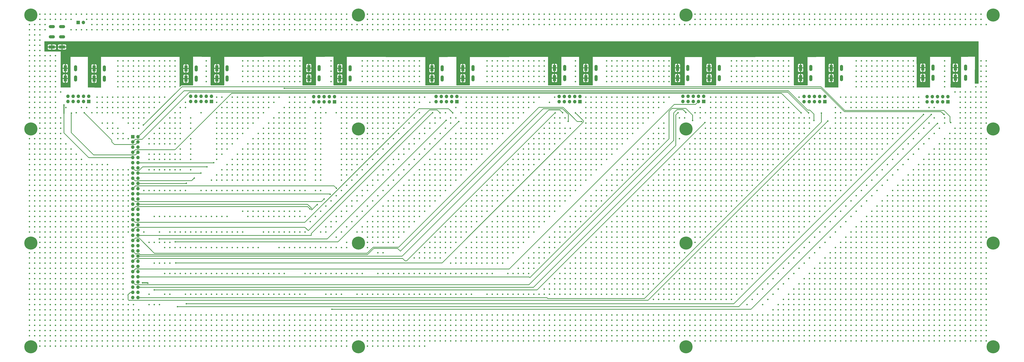
<source format=gbr>
%TF.GenerationSoftware,KiCad,Pcbnew,7.0.8*%
%TF.CreationDate,2023-11-15T12:31:59+01:00*%
%TF.ProjectId,secondary-board-rev1,7365636f-6e64-4617-9279-2d626f617264,rev?*%
%TF.SameCoordinates,Original*%
%TF.FileFunction,Copper,L4,Bot*%
%TF.FilePolarity,Positive*%
%FSLAX46Y46*%
G04 Gerber Fmt 4.6, Leading zero omitted, Abs format (unit mm)*
G04 Created by KiCad (PCBNEW 7.0.8) date 2023-11-15 12:31:59*
%MOMM*%
%LPD*%
G01*
G04 APERTURE LIST*
%TA.AperFunction,ComponentPad*%
%ADD10R,1.500000X3.000000*%
%TD*%
%TA.AperFunction,ComponentPad*%
%ADD11O,1.500000X3.000000*%
%TD*%
%TA.AperFunction,ComponentPad*%
%ADD12C,0.800000*%
%TD*%
%TA.AperFunction,ComponentPad*%
%ADD13C,6.400000*%
%TD*%
%TA.AperFunction,ComponentPad*%
%ADD14R,1.700000X1.700000*%
%TD*%
%TA.AperFunction,ComponentPad*%
%ADD15O,1.700000X1.700000*%
%TD*%
%TA.AperFunction,ComponentPad*%
%ADD16R,3.000000X1.500000*%
%TD*%
%TA.AperFunction,ComponentPad*%
%ADD17O,3.000000X1.500000*%
%TD*%
%TA.AperFunction,ViaPad*%
%ADD18C,0.700000*%
%TD*%
%TA.AperFunction,Conductor*%
%ADD19C,0.349000*%
%TD*%
%TA.AperFunction,Conductor*%
%ADD20C,0.300000*%
%TD*%
%TA.AperFunction,Conductor*%
%ADD21C,0.500000*%
%TD*%
G04 APERTURE END LIST*
D10*
%TO.P,J8,1,Pin_1*%
%TO.N,NEUT2*%
X436503710Y-570744801D03*
X436503710Y-575744801D03*
D11*
%TO.P,J8,2,Pin_2*%
%TO.N,LINE2*%
X441503710Y-570744801D03*
X441503710Y-575744801D03*
%TD*%
D12*
%TO.P,H108,1*%
%TO.N,N/C*%
X438226938Y-656544801D03*
X438929882Y-654847745D03*
X438929882Y-658241857D03*
X440626938Y-654144801D03*
D13*
X440626938Y-656544801D03*
D12*
X440626938Y-658944801D03*
X442323994Y-654847745D03*
X442323994Y-658241857D03*
X443026938Y-656544801D03*
%TD*%
%TO.P,H108,1*%
%TO.N,N/C*%
X278226938Y-544878135D03*
X278929882Y-543181079D03*
X278929882Y-546575191D03*
X280626938Y-542478135D03*
D13*
X280626938Y-544878135D03*
D12*
X280626938Y-547278135D03*
X282323994Y-543181079D03*
X282323994Y-546575191D03*
X283026938Y-544878135D03*
%TD*%
D10*
%TO.P,J15,1,Pin_1*%
%TO.N,NEUT2*%
X196353710Y-571044801D03*
X196353710Y-576044801D03*
D11*
%TO.P,J15,2,Pin_2*%
%TO.N,LINE2*%
X201353710Y-571044801D03*
X201353710Y-576044801D03*
%TD*%
D14*
%TO.P,J109,1,Pin_1*%
%TO.N,GATE_OUTPUT_8*%
X148873710Y-587218135D03*
D15*
%TO.P,J109,2,Pin_2*%
%TO.N,SECONDARY_GND*%
X148873710Y-584678135D03*
%TO.P,J109,3,Pin_3*%
%TO.N,GATE_8*%
X146333710Y-587218135D03*
%TO.P,J109,4,Pin_4*%
%TO.N,SECONDARY_GND*%
X146333710Y-584678135D03*
%TO.P,J109,5,Pin_5*%
%TO.N,CV_OUTPUT_8*%
X143793710Y-587218135D03*
%TO.P,J109,6,Pin_6*%
%TO.N,SECONDARY_GND*%
X143793710Y-584678135D03*
%TO.P,J109,7,Pin_7*%
%TO.N,RELAYS_8*%
X141253710Y-587218135D03*
%TO.P,J109,8,Pin_8*%
%TO.N,SECONDARY_5VA*%
X141253710Y-584678135D03*
%TO.P,J109,9,Pin_9*%
%TO.N,CV_8*%
X138713710Y-587218135D03*
%TO.P,J109,10,Pin_10*%
%TO.N,SECONDARY_GND*%
X138713710Y-584678135D03*
%TD*%
D10*
%TO.P,J7,1,Pin_1*%
%TO.N,NEUT2*%
X451903710Y-570744801D03*
X451903710Y-575744801D03*
D11*
%TO.P,J7,2,Pin_2*%
%TO.N,LINE2*%
X456903710Y-570744801D03*
X456903710Y-575744801D03*
%TD*%
D10*
%TO.P,J2,1,Pin_1*%
%TO.N,NEUT2*%
X137403710Y-570944801D03*
X137403710Y-575944801D03*
D11*
%TO.P,J2,2,Pin_2*%
%TO.N,LINE2*%
X142403710Y-570944801D03*
X142403710Y-575944801D03*
%TD*%
D12*
%TO.P,H108,1*%
%TO.N,N/C*%
X438226938Y-707378135D03*
X438929882Y-705681079D03*
X438929882Y-709075191D03*
X440626938Y-704978135D03*
D13*
X440626938Y-707378135D03*
D12*
X440626938Y-709778135D03*
X442323994Y-705681079D03*
X442323994Y-709075191D03*
X443026938Y-707378135D03*
%TD*%
%TO.P,H108,1*%
%TO.N,N/C*%
X278226938Y-707378135D03*
X278929882Y-705681079D03*
X278929882Y-709075191D03*
X280626938Y-704978135D03*
D13*
X280626938Y-707378135D03*
D12*
X280626938Y-709778135D03*
X282323994Y-705681079D03*
X282323994Y-709075191D03*
X283026938Y-707378135D03*
%TD*%
%TO.P,H108,1*%
%TO.N,N/C*%
X588226938Y-707378135D03*
X588929882Y-705681079D03*
X588929882Y-709075191D03*
X590626938Y-704978135D03*
D13*
X590626938Y-707378135D03*
D12*
X590626938Y-709778135D03*
X592323994Y-705681079D03*
X592323994Y-709075191D03*
X593026938Y-707378135D03*
%TD*%
%TO.P,H108,1*%
%TO.N,N/C*%
X118226938Y-544878135D03*
X118929882Y-543181079D03*
X118929882Y-546575191D03*
X120626938Y-542478135D03*
D13*
X120626938Y-544878135D03*
D12*
X120626938Y-547278135D03*
X122323994Y-543181079D03*
X122323994Y-546575191D03*
X123026938Y-544878135D03*
%TD*%
D10*
%TO.P,J17,1,Pin_1*%
%TO.N,NEUT2*%
X256353710Y-570844801D03*
X256353710Y-575844801D03*
D11*
%TO.P,J17,2,Pin_2*%
%TO.N,LINE2*%
X261353710Y-570844801D03*
X261353710Y-575844801D03*
%TD*%
D10*
%TO.P,J3,1,Pin_1*%
%TO.N,NEUT2*%
X572203710Y-570644801D03*
X572203710Y-575644801D03*
D11*
%TO.P,J3,2,Pin_2*%
%TO.N,LINE2*%
X577203710Y-570644801D03*
X577203710Y-575644801D03*
%TD*%
D14*
%TO.P,J116,1,Pin_1*%
%TO.N,GATE_OUTPUT_15*%
X568533710Y-587418135D03*
D15*
%TO.P,J116,2,Pin_2*%
%TO.N,SECONDARY_GND*%
X568533710Y-584878135D03*
%TO.P,J116,3,Pin_3*%
%TO.N,GATE_15*%
X565993710Y-587418135D03*
%TO.P,J116,4,Pin_4*%
%TO.N,SECONDARY_GND*%
X565993710Y-584878135D03*
%TO.P,J116,5,Pin_5*%
%TO.N,CV_OUTPUT_15*%
X563453710Y-587418135D03*
%TO.P,J116,6,Pin_6*%
%TO.N,SECONDARY_GND*%
X563453710Y-584878135D03*
%TO.P,J116,7,Pin_7*%
%TO.N,RELAYS_15*%
X560913710Y-587418135D03*
%TO.P,J116,8,Pin_8*%
%TO.N,SECONDARY_5VA*%
X560913710Y-584878135D03*
%TO.P,J116,9,Pin_9*%
%TO.N,CV_15*%
X558373710Y-587418135D03*
%TO.P,J116,10,Pin_10*%
%TO.N,SECONDARY_GND*%
X558373710Y-584878135D03*
%TD*%
D12*
%TO.P,H108,1*%
%TO.N,N/C*%
X118226938Y-600711468D03*
X118929882Y-599014412D03*
X118929882Y-602408524D03*
X120626938Y-598311468D03*
D13*
X120626938Y-600711468D03*
D12*
X120626938Y-603111468D03*
X122323994Y-599014412D03*
X122323994Y-602408524D03*
X123026938Y-600711468D03*
%TD*%
D10*
%TO.P,J11,1,Pin_1*%
%TO.N,NEUT2*%
X376353710Y-570744801D03*
X376353710Y-575744801D03*
D11*
%TO.P,J11,2,Pin_2*%
%TO.N,LINE2*%
X381353710Y-570744801D03*
X381353710Y-575744801D03*
%TD*%
D14*
%TO.P,J114,1,Pin_1*%
%TO.N,GATE_OUTPUT_13*%
X449263710Y-587208135D03*
D15*
%TO.P,J114,2,Pin_2*%
%TO.N,SECONDARY_GND*%
X449263710Y-584668135D03*
%TO.P,J114,3,Pin_3*%
%TO.N,GATE_13*%
X446723710Y-587208135D03*
%TO.P,J114,4,Pin_4*%
%TO.N,SECONDARY_GND*%
X446723710Y-584668135D03*
%TO.P,J114,5,Pin_5*%
%TO.N,CV_OUTPUT_13*%
X444183710Y-587208135D03*
%TO.P,J114,6,Pin_6*%
%TO.N,SECONDARY_GND*%
X444183710Y-584668135D03*
%TO.P,J114,7,Pin_7*%
%TO.N,RELAYS_13*%
X441643710Y-587208135D03*
%TO.P,J114,8,Pin_8*%
%TO.N,SECONDARY_5VA*%
X441643710Y-584668135D03*
%TO.P,J114,9,Pin_9*%
%TO.N,CV_13*%
X439103710Y-587208135D03*
%TO.P,J114,10,Pin_10*%
%TO.N,SECONDARY_GND*%
X439103710Y-584668135D03*
%TD*%
D10*
%TO.P,J9,1,Pin_1*%
%TO.N,NEUT2*%
X391703710Y-570744801D03*
X391703710Y-575744801D03*
D11*
%TO.P,J9,2,Pin_2*%
%TO.N,LINE2*%
X396703710Y-570744801D03*
X396703710Y-575744801D03*
%TD*%
D14*
%TO.P,J112,1,Pin_1*%
%TO.N,GATE_OUTPUT_11*%
X328673710Y-587318135D03*
D15*
%TO.P,J112,2,Pin_2*%
%TO.N,SECONDARY_GND*%
X328673710Y-584778135D03*
%TO.P,J112,3,Pin_3*%
%TO.N,GATE_11*%
X326133710Y-587318135D03*
%TO.P,J112,4,Pin_4*%
%TO.N,SECONDARY_GND*%
X326133710Y-584778135D03*
%TO.P,J112,5,Pin_5*%
%TO.N,CV_OUTPUT_11*%
X323593710Y-587318135D03*
%TO.P,J112,6,Pin_6*%
%TO.N,SECONDARY_GND*%
X323593710Y-584778135D03*
%TO.P,J112,7,Pin_7*%
%TO.N,RELAYS_11*%
X321053710Y-587318135D03*
%TO.P,J112,8,Pin_8*%
%TO.N,SECONDARY_5VA*%
X321053710Y-584778135D03*
%TO.P,J112,9,Pin_9*%
%TO.N,CV_11*%
X318513710Y-587318135D03*
%TO.P,J112,10,Pin_10*%
%TO.N,SECONDARY_GND*%
X318513710Y-584778135D03*
%TD*%
D12*
%TO.P,H108,1*%
%TO.N,N/C*%
X438226938Y-544878135D03*
X438929882Y-543181079D03*
X438929882Y-546575191D03*
X440626938Y-542478135D03*
D13*
X440626938Y-544878135D03*
D12*
X440626938Y-547278135D03*
X442323994Y-543181079D03*
X442323994Y-546575191D03*
X443026938Y-544878135D03*
%TD*%
D10*
%TO.P,J13,1,Pin_1*%
%TO.N,NEUT2*%
X316503710Y-570944801D03*
X316503710Y-575944801D03*
D11*
%TO.P,J13,2,Pin_2*%
%TO.N,LINE2*%
X321503710Y-570944801D03*
X321503710Y-575944801D03*
%TD*%
D12*
%TO.P,H108,1*%
%TO.N,N/C*%
X278226938Y-656544801D03*
X278929882Y-654847745D03*
X278929882Y-658241857D03*
X280626938Y-654144801D03*
D13*
X280626938Y-656544801D03*
D12*
X280626938Y-658944801D03*
X282323994Y-654847745D03*
X282323994Y-658241857D03*
X283026938Y-656544801D03*
%TD*%
%TO.P,H108,1*%
%TO.N,N/C*%
X118226938Y-656544801D03*
X118929882Y-654847745D03*
X118929882Y-658241857D03*
X120626938Y-654144801D03*
D13*
X120626938Y-656544801D03*
D12*
X120626938Y-658944801D03*
X122323994Y-654847745D03*
X122323994Y-658241857D03*
X123026938Y-656544801D03*
%TD*%
D10*
%TO.P,J12,1,Pin_1*%
%TO.N,NEUT2*%
X331603710Y-570844801D03*
X331603710Y-575844801D03*
D11*
%TO.P,J12,2,Pin_2*%
%TO.N,LINE2*%
X336603710Y-570844801D03*
X336603710Y-575844801D03*
%TD*%
D12*
%TO.P,H108,1*%
%TO.N,N/C*%
X278226938Y-600711468D03*
X278929882Y-599014412D03*
X278929882Y-602408524D03*
X280626938Y-598311468D03*
D13*
X280626938Y-600711468D03*
D12*
X280626938Y-603111468D03*
X282323994Y-599014412D03*
X282323994Y-602408524D03*
X283026938Y-600711468D03*
%TD*%
%TO.P,H108,1*%
%TO.N,N/C*%
X438226938Y-600711468D03*
X438929882Y-599014412D03*
X438929882Y-602408524D03*
X440626938Y-598311468D03*
D13*
X440626938Y-600711468D03*
D12*
X440626938Y-603111468D03*
X442323994Y-599014412D03*
X442323994Y-602408524D03*
X443026938Y-600711468D03*
%TD*%
D10*
%TO.P,J10,1,Pin_1*%
%TO.N,NEUT2*%
X271503710Y-570944801D03*
X271503710Y-575944801D03*
D11*
%TO.P,J10,2,Pin_2*%
%TO.N,LINE2*%
X276503710Y-570944801D03*
X276503710Y-575944801D03*
%TD*%
D12*
%TO.P,H108,1*%
%TO.N,N/C*%
X118226938Y-707378135D03*
X118929882Y-705681079D03*
X118929882Y-709075191D03*
X120626938Y-704978135D03*
D13*
X120626938Y-707378135D03*
D12*
X120626938Y-709778135D03*
X122323994Y-705681079D03*
X122323994Y-709075191D03*
X123026938Y-707378135D03*
%TD*%
D14*
%TO.P,J111,1,Pin_1*%
%TO.N,GATE_OUTPUT_10*%
X268893710Y-587418135D03*
D15*
%TO.P,J111,2,Pin_2*%
%TO.N,SECONDARY_GND*%
X268893710Y-584878135D03*
%TO.P,J111,3,Pin_3*%
%TO.N,GATE_10*%
X266353710Y-587418135D03*
%TO.P,J111,4,Pin_4*%
%TO.N,SECONDARY_GND*%
X266353710Y-584878135D03*
%TO.P,J111,5,Pin_5*%
%TO.N,CV_OUTPUT_10*%
X263813710Y-587418135D03*
%TO.P,J111,6,Pin_6*%
%TO.N,SECONDARY_GND*%
X263813710Y-584878135D03*
%TO.P,J111,7,Pin_7*%
%TO.N,RELAYS_10*%
X261273710Y-587418135D03*
%TO.P,J111,8,Pin_8*%
%TO.N,SECONDARY_5VA*%
X261273710Y-584878135D03*
%TO.P,J111,9,Pin_9*%
%TO.N,CV_10*%
X258733710Y-587418135D03*
%TO.P,J111,10,Pin_10*%
%TO.N,SECONDARY_GND*%
X258733710Y-584878135D03*
%TD*%
D10*
%TO.P,J4,1,Pin_1*%
%TO.N,NEUT2*%
X556303710Y-570644801D03*
X556303710Y-575644801D03*
D11*
%TO.P,J4,2,Pin_2*%
%TO.N,LINE2*%
X561303710Y-570644801D03*
X561303710Y-575644801D03*
%TD*%
D16*
%TO.P,J203,1,Pin_1*%
%TO.N,NEUT2*%
X130843710Y-560528135D03*
X135843710Y-560528135D03*
D17*
%TO.P,J203,2,Pin_2*%
%TO.N,LINE2*%
X130843710Y-555528135D03*
X135843710Y-555528135D03*
%TO.P,J203,3,Pin_3*%
%TO.N,EARTH-2*%
X130843710Y-550528135D03*
X135843710Y-550528135D03*
%TD*%
D14*
%TO.P,J115,1,Pin_1*%
%TO.N,GATE_OUTPUT_14*%
X508463710Y-587308135D03*
D15*
%TO.P,J115,2,Pin_2*%
%TO.N,SECONDARY_GND*%
X508463710Y-584768135D03*
%TO.P,J115,3,Pin_3*%
%TO.N,GATE_14*%
X505923710Y-587308135D03*
%TO.P,J115,4,Pin_4*%
%TO.N,SECONDARY_GND*%
X505923710Y-584768135D03*
%TO.P,J115,5,Pin_5*%
%TO.N,CV_OUTPUT_14*%
X503383710Y-587308135D03*
%TO.P,J115,6,Pin_6*%
%TO.N,SECONDARY_GND*%
X503383710Y-584768135D03*
%TO.P,J115,7,Pin_7*%
%TO.N,RELAYS_14*%
X500843710Y-587308135D03*
%TO.P,J115,8,Pin_8*%
%TO.N,SECONDARY_5VA*%
X500843710Y-584768135D03*
%TO.P,J115,9,Pin_9*%
%TO.N,CV_14*%
X498303710Y-587308135D03*
%TO.P,J115,10,Pin_10*%
%TO.N,SECONDARY_GND*%
X498303710Y-584768135D03*
%TD*%
D14*
%TO.P,J118,1,Pin_1*%
%TO.N,Net-(D123-K)*%
X170333710Y-604508135D03*
D15*
%TO.P,J118,2,Pin_2*%
%TO.N,Net-(D132-K)*%
X172873710Y-604508135D03*
%TO.P,J118,3,Pin_3*%
%TO.N,RELAYS_14*%
X170333710Y-607048135D03*
%TO.P,J118,4,Pin_4*%
%TO.N,GATE_8*%
X172873710Y-607048135D03*
%TO.P,J118,5,Pin_5*%
%TO.N,Net-(D124-K)*%
X170333710Y-609588135D03*
%TO.P,J118,6,Pin_6*%
%TO.N,SECONDARY_GND*%
X172873710Y-609588135D03*
%TO.P,J118,7,Pin_7*%
%TO.N,CV_14*%
X170333710Y-612128135D03*
%TO.P,J118,8,Pin_8*%
%TO.N,RELAYS_8*%
X172873710Y-612128135D03*
%TO.P,J118,9,Pin_9*%
%TO.N,CV_8*%
X170333710Y-614668135D03*
%TO.P,J118,10,Pin_10*%
%TO.N,SECONDARY_GND*%
X172873710Y-614668135D03*
%TO.P,J118,11,Pin_11*%
%TO.N,SECONDARY_5VA*%
X170333710Y-617208135D03*
%TO.P,J118,12,Pin_12*%
%TO.N,Net-(D131-K)*%
X172873710Y-617208135D03*
%TO.P,J118,13,Pin_13*%
%TO.N,GATE_9*%
X170333710Y-619748135D03*
%TO.P,J118,14,Pin_14*%
%TO.N,Net-(D134-K)*%
X172873710Y-619748135D03*
%TO.P,J118,15,Pin_15*%
%TO.N,SECONDARY_GND*%
X170333710Y-622288135D03*
%TO.P,J118,16,Pin_16*%
%TO.N,Net-(D133-K)*%
X172873710Y-622288135D03*
%TO.P,J118,17,Pin_17*%
%TO.N,RELAYS_9*%
X170333710Y-624828135D03*
%TO.P,J118,18,Pin_18*%
%TO.N,SECONDARY_5VA*%
X172873710Y-624828135D03*
%TO.P,J118,19,Pin_19*%
%TO.N,SECONDARY_GND*%
X170333710Y-627368135D03*
%TO.P,J118,20,Pin_20*%
%TO.N,CV_9*%
X172873710Y-627368135D03*
%TO.P,J118,21,Pin_21*%
%TO.N,Net-(D120-K)*%
X170333710Y-629908135D03*
%TO.P,J118,22,Pin_22*%
%TO.N,SECONDARY_GND*%
X172873710Y-629908135D03*
%TO.P,J118,23,Pin_23*%
%TO.N,GATE_15*%
X170333710Y-632448135D03*
%TO.P,J118,24,Pin_24*%
%TO.N,GATE_10*%
X172873710Y-632448135D03*
%TO.P,J118,25,Pin_25*%
%TO.N,Net-(D118-K)*%
X170333710Y-634988135D03*
%TO.P,J118,26,Pin_26*%
%TO.N,SECONDARY_GND*%
X172873710Y-634988135D03*
%TO.P,J118,27,Pin_27*%
%TO.N,Net-(D119-K)*%
X170333710Y-637528135D03*
%TO.P,J118,28,Pin_28*%
%TO.N,RELAYS_10*%
X172873710Y-637528135D03*
%TO.P,J118,29,Pin_29*%
%TO.N,CV_10*%
X170333710Y-640068135D03*
%TO.P,J118,30,Pin_30*%
%TO.N,SECONDARY_5VA*%
X172873710Y-640068135D03*
%TO.P,J118,31,Pin_31*%
X170333710Y-642608135D03*
%TO.P,J118,32,Pin_32*%
%TO.N,Net-(D127-K)*%
X172873710Y-642608135D03*
%TO.P,J118,33,Pin_33*%
%TO.N,GATE_11*%
X170333710Y-645148135D03*
%TO.P,J118,34,Pin_34*%
%TO.N,SECONDARY_GND*%
X172873710Y-645148135D03*
%TO.P,J118,35,Pin_35*%
X170333710Y-647688135D03*
%TO.P,J118,36,Pin_36*%
%TO.N,Net-(D128-K)*%
X172873710Y-647688135D03*
%TO.P,J118,37,Pin_37*%
%TO.N,RELAYS_11*%
X170333710Y-650228135D03*
%TO.P,J118,38,Pin_38*%
%TO.N,SECONDARY_GND*%
X172873710Y-650228135D03*
%TO.P,J118,39,Pin_39*%
%TO.N,SECONDARY_5VA*%
X170333710Y-652768135D03*
%TO.P,J118,40,Pin_40*%
%TO.N,CV_11*%
X172873710Y-652768135D03*
%TO.P,J118,41,Pin_41*%
%TO.N,Net-(D121-K)*%
X170333710Y-655308135D03*
%TO.P,J118,42,Pin_42*%
%TO.N,SECONDARY_5VA*%
X172873710Y-655308135D03*
%TO.P,J118,43,Pin_43*%
%TO.N,SECONDARY_GND*%
X170333710Y-657848135D03*
%TO.P,J118,44,Pin_44*%
%TO.N,GATE_12*%
X172873710Y-657848135D03*
%TO.P,J118,45,Pin_45*%
%TO.N,Net-(D122-K)*%
X170333710Y-660388135D03*
%TO.P,J118,46,Pin_46*%
%TO.N,SECONDARY_GND*%
X172873710Y-660388135D03*
%TO.P,J118,47,Pin_47*%
%TO.N,SECONDARY_5VA*%
X170333710Y-662928135D03*
%TO.P,J118,48,Pin_48*%
%TO.N,RELAYS_12*%
X172873710Y-662928135D03*
%TO.P,J118,49,Pin_49*%
%TO.N,CV_12*%
X170333710Y-665468135D03*
%TO.P,J118,50,Pin_50*%
%TO.N,CV_15*%
X172873710Y-665468135D03*
%TO.P,J118,51,Pin_51*%
%TO.N,RELAYS_15*%
X170333710Y-668008135D03*
%TO.P,J118,52,Pin_52*%
%TO.N,Net-(D129-K)*%
X172873710Y-668008135D03*
%TO.P,J118,53,Pin_53*%
%TO.N,GATE_13*%
X170333710Y-670548135D03*
%TO.P,J118,54,Pin_54*%
%TO.N,SECONDARY_5VA*%
X172873710Y-670548135D03*
%TO.P,J118,55,Pin_55*%
%TO.N,SECONDARY_GND*%
X170333710Y-673088135D03*
%TO.P,J118,56,Pin_56*%
%TO.N,Net-(D130-K)*%
X172873710Y-673088135D03*
%TO.P,J118,57,Pin_57*%
%TO.N,RELAYS_13*%
X170333710Y-675628135D03*
%TO.P,J118,58,Pin_58*%
%TO.N,SECONDARY_GND*%
X172873710Y-675628135D03*
%TO.P,J118,59,Pin_59*%
X170333710Y-678168135D03*
%TO.P,J118,60,Pin_60*%
%TO.N,CV_13*%
X172873710Y-678168135D03*
%TO.P,J118,61,Pin_61*%
%TO.N,Net-(D117-K)*%
X170333710Y-680708135D03*
%TO.P,J118,62,Pin_62*%
%TO.N,SECONDARY_GND*%
X172873710Y-680708135D03*
%TO.P,J118,63,Pin_63*%
%TO.N,SECONDARY_5VA*%
X170333710Y-683248135D03*
%TO.P,J118,64,Pin_64*%
%TO.N,GATE_14*%
X172873710Y-683248135D03*
%TD*%
D14*
%TO.P,JP202,1,A*%
%TO.N,EARTH-2*%
X143713710Y-548518135D03*
D15*
%TO.P,JP202,2,B*%
%TO.N,SECONDARY_GND*%
X146253710Y-548518135D03*
%TD*%
D10*
%TO.P,J5,1,Pin_1*%
%TO.N,NEUT2*%
X511553710Y-570744801D03*
X511553710Y-575744801D03*
D11*
%TO.P,J5,2,Pin_2*%
%TO.N,LINE2*%
X516553710Y-570744801D03*
X516553710Y-575744801D03*
%TD*%
D12*
%TO.P,H108,1*%
%TO.N,N/C*%
X588226938Y-600711468D03*
X588929882Y-599014412D03*
X588929882Y-602408524D03*
X590626938Y-598311468D03*
D13*
X590626938Y-600711468D03*
D12*
X590626938Y-603111468D03*
X592323994Y-599014412D03*
X592323994Y-602408524D03*
X593026938Y-600711468D03*
%TD*%
D14*
%TO.P,J110,1,Pin_1*%
%TO.N,GATE_OUTPUT_9*%
X208833710Y-587218135D03*
D15*
%TO.P,J110,2,Pin_2*%
%TO.N,SECONDARY_GND*%
X208833710Y-584678135D03*
%TO.P,J110,3,Pin_3*%
%TO.N,GATE_9*%
X206293710Y-587218135D03*
%TO.P,J110,4,Pin_4*%
%TO.N,SECONDARY_GND*%
X206293710Y-584678135D03*
%TO.P,J110,5,Pin_5*%
%TO.N,CV_OUTPUT_9*%
X203753710Y-587218135D03*
%TO.P,J110,6,Pin_6*%
%TO.N,SECONDARY_GND*%
X203753710Y-584678135D03*
%TO.P,J110,7,Pin_7*%
%TO.N,RELAYS_9*%
X201213710Y-587218135D03*
%TO.P,J110,8,Pin_8*%
%TO.N,SECONDARY_5VA*%
X201213710Y-584678135D03*
%TO.P,J110,9,Pin_9*%
%TO.N,CV_9*%
X198673710Y-587218135D03*
%TO.P,J110,10,Pin_10*%
%TO.N,SECONDARY_GND*%
X198673710Y-584678135D03*
%TD*%
D12*
%TO.P,H108,1*%
%TO.N,N/C*%
X588226938Y-544878135D03*
X588929882Y-543181079D03*
X588929882Y-546575191D03*
X590626938Y-542478135D03*
D13*
X590626938Y-544878135D03*
D12*
X590626938Y-547278135D03*
X592323994Y-543181079D03*
X592323994Y-546575191D03*
X593026938Y-544878135D03*
%TD*%
D10*
%TO.P,J16,1,Pin_1*%
%TO.N,NEUT2*%
X211453710Y-570944801D03*
X211453710Y-575944801D03*
D11*
%TO.P,J16,2,Pin_2*%
%TO.N,LINE2*%
X216453710Y-570944801D03*
X216453710Y-575944801D03*
%TD*%
D12*
%TO.P,H108,1*%
%TO.N,N/C*%
X588226938Y-656544801D03*
X588929882Y-654847745D03*
X588929882Y-658241857D03*
X590626938Y-654144801D03*
D13*
X590626938Y-656544801D03*
D12*
X590626938Y-658944801D03*
X592323994Y-654847745D03*
X592323994Y-658241857D03*
X593026938Y-656544801D03*
%TD*%
D10*
%TO.P,J14,1,Pin_1*%
%TO.N,NEUT2*%
X151453710Y-571044801D03*
X151453710Y-576044801D03*
D11*
%TO.P,J14,2,Pin_2*%
%TO.N,LINE2*%
X156453710Y-571044801D03*
X156453710Y-576044801D03*
%TD*%
D10*
%TO.P,J6,1,Pin_1*%
%TO.N,NEUT2*%
X496603710Y-570744801D03*
X496603710Y-575744801D03*
D11*
%TO.P,J6,2,Pin_2*%
%TO.N,LINE2*%
X501603710Y-570744801D03*
X501603710Y-575744801D03*
%TD*%
D14*
%TO.P,J113,1,Pin_1*%
%TO.N,GATE_OUTPUT_12*%
X388813710Y-587318135D03*
D15*
%TO.P,J113,2,Pin_2*%
%TO.N,SECONDARY_GND*%
X388813710Y-584778135D03*
%TO.P,J113,3,Pin_3*%
%TO.N,GATE_12*%
X386273710Y-587318135D03*
%TO.P,J113,4,Pin_4*%
%TO.N,SECONDARY_GND*%
X386273710Y-584778135D03*
%TO.P,J113,5,Pin_5*%
%TO.N,CV_OUTPUT_12*%
X383733710Y-587318135D03*
%TO.P,J113,6,Pin_6*%
%TO.N,SECONDARY_GND*%
X383733710Y-584778135D03*
%TO.P,J113,7,Pin_7*%
%TO.N,RELAYS_12*%
X381193710Y-587318135D03*
%TO.P,J113,8,Pin_8*%
%TO.N,SECONDARY_5VA*%
X381193710Y-584778135D03*
%TO.P,J113,9,Pin_9*%
%TO.N,CV_12*%
X378653710Y-587318135D03*
%TO.P,J113,10,Pin_10*%
%TO.N,SECONDARY_GND*%
X378653710Y-584778135D03*
%TD*%
D18*
%TO.N,Net-(D117-K)*%
X509923994Y-596748153D03*
%TO.N,Net-(D118-K)*%
X263863994Y-634996176D03*
%TO.N,Net-(D119-K)*%
X563473994Y-597998153D03*
X267613994Y-688996176D03*
%TO.N,Net-(D120-K)*%
X269863994Y-629746176D03*
%TO.N,Net-(D121-K)*%
X389573994Y-596998153D03*
%TO.N,GATE_8*%
X146673994Y-592748153D03*
%TO.N,RELAYS_8*%
X140423994Y-592848153D03*
%TO.N,CV_8*%
X136743994Y-588886176D03*
%TO.N,GATE_9*%
X206623994Y-619198153D03*
%TO.N,RELAYS_9*%
X200423994Y-624748153D03*
%TO.N,CV_9*%
X196573994Y-627248153D03*
%TO.N,GATE_10*%
X266833850Y-632671620D03*
%TO.N,RELAYS_10*%
X260420239Y-637779911D03*
%TO.N,CV_10*%
X256973994Y-639886176D03*
%TO.N,GATE_11*%
X326673994Y-592798153D03*
%TO.N,RELAYS_11*%
X320473994Y-592798153D03*
%TO.N,CV_11*%
X316823994Y-592748153D03*
%TO.N,GATE_12*%
X386573994Y-592798153D03*
X191373994Y-666248153D03*
%TO.N,RELAYS_12*%
X380323994Y-592698153D03*
%TO.N,CV_12*%
X376673994Y-592798153D03*
%TO.N,RELAYS_13*%
X440573994Y-592648153D03*
%TO.N,CV_13*%
X436723994Y-592698153D03*
%TO.N,GATE_14*%
X506773994Y-592848153D03*
%TO.N,RELAYS_14*%
X500523994Y-592798153D03*
%TO.N,CV_14*%
X496873994Y-592798153D03*
%TO.N,GATE_15*%
X566673994Y-593598153D03*
X244363994Y-580746176D03*
%TO.N,RELAYS_15*%
X192173994Y-687748153D03*
X560423994Y-593598153D03*
%TO.N,CV_15*%
X196573994Y-686248153D03*
X556623994Y-593548153D03*
%TO.N,Net-(D122-K)*%
X383073994Y-596948153D03*
%TO.N,Net-(D127-K)*%
X191123994Y-655998153D03*
X329623994Y-597048153D03*
%TO.N,Net-(D128-K)*%
X183323994Y-654498153D03*
X323423994Y-596448153D03*
%TO.N,Net-(D129-K)*%
X449873994Y-597498153D03*
X180873994Y-679498153D03*
%TO.N,Net-(D130-K)*%
X443873994Y-596498153D03*
%TO.N,Net-(D131-K)*%
X209873994Y-617198153D03*
%TO.N,Net-(D132-K)*%
X503123994Y-596498153D03*
%TO.N,Net-(D133-K)*%
X203623994Y-622248153D03*
%TO.N,Net-(D134-K)*%
X175573994Y-598748153D03*
X569873994Y-597548153D03*
%TO.N,SECONDARY_GND*%
X132610000Y-628270000D03*
X170710000Y-587630000D03*
X569490000Y-625730000D03*
X452650000Y-704470000D03*
X399310000Y-597790000D03*
X351050000Y-681610000D03*
X185950000Y-615570000D03*
X442490000Y-549530000D03*
X544090000Y-689230000D03*
X396770000Y-656210000D03*
X163090000Y-587630000D03*
X300250000Y-671450000D03*
X480590000Y-633350000D03*
X526310000Y-580010000D03*
X147850000Y-656210000D03*
X373910000Y-704470000D03*
X584730000Y-585090000D03*
X561870000Y-651130000D03*
X124990000Y-671450000D03*
X485670000Y-630810000D03*
X218970000Y-704470000D03*
X368830000Y-605410000D03*
X191030000Y-572390000D03*
X577110000Y-600330000D03*
X508530000Y-623190000D03*
X259610000Y-704470000D03*
X442490000Y-640970000D03*
X124990000Y-552070000D03*
X566950000Y-696850000D03*
X561870000Y-630810000D03*
X246910000Y-630810000D03*
X475510000Y-633350000D03*
X582190000Y-620650000D03*
X196110000Y-546990000D03*
X577110000Y-630810000D03*
X579650000Y-653670000D03*
X429790000Y-646050000D03*
X170710000Y-574930000D03*
X566950000Y-689230000D03*
X378990000Y-696850000D03*
X213890000Y-630810000D03*
X320570000Y-699390000D03*
X165630000Y-587630000D03*
X206270000Y-546990000D03*
X348510000Y-544450000D03*
X513610000Y-595250000D03*
X488210000Y-704470000D03*
X503450000Y-628270000D03*
X122450000Y-668910000D03*
X127530000Y-595250000D03*
X267230000Y-567310000D03*
X351050000Y-646050000D03*
X165630000Y-635890000D03*
X244370000Y-681610000D03*
X221510000Y-704470000D03*
X152930000Y-640970000D03*
X498370000Y-689230000D03*
X445030000Y-607950000D03*
X140230000Y-610490000D03*
X432330000Y-661290000D03*
X533930000Y-701930000D03*
X470430000Y-653670000D03*
X561870000Y-701930000D03*
X427250000Y-704470000D03*
X424710000Y-673990000D03*
X508530000Y-638430000D03*
X152930000Y-643510000D03*
X132610000Y-544450000D03*
X442490000Y-610490000D03*
X526310000Y-638430000D03*
X391690000Y-661290000D03*
X221510000Y-671450000D03*
X579650000Y-648590000D03*
X396770000Y-544450000D03*
X257070000Y-704470000D03*
X140230000Y-666370000D03*
X498370000Y-686690000D03*
X533930000Y-666370000D03*
X203730000Y-681610000D03*
X226590000Y-615570000D03*
X124990000Y-585090000D03*
X264690000Y-549530000D03*
X554250000Y-666370000D03*
X427250000Y-658750000D03*
X450110000Y-546990000D03*
X467890000Y-658750000D03*
X574570000Y-656210000D03*
X124990000Y-567310000D03*
X226590000Y-569850000D03*
X551710000Y-658750000D03*
X119910000Y-615570000D03*
X526310000Y-615570000D03*
X457730000Y-668910000D03*
X462810000Y-567310000D03*
X132610000Y-623190000D03*
X513610000Y-694310000D03*
X569490000Y-696850000D03*
X429790000Y-668910000D03*
X584730000Y-610490000D03*
X424710000Y-572390000D03*
X493290000Y-623190000D03*
X241830000Y-704470000D03*
X437410000Y-595250000D03*
X528850000Y-544450000D03*
X130070000Y-699390000D03*
X119910000Y-666370000D03*
X566950000Y-643510000D03*
X226590000Y-658750000D03*
X467890000Y-590170000D03*
X493290000Y-704470000D03*
X569490000Y-544450000D03*
X577110000Y-653670000D03*
X389150000Y-663830000D03*
X239290000Y-567310000D03*
X140230000Y-696850000D03*
X285010000Y-701930000D03*
X127530000Y-564770000D03*
X155470000Y-633350000D03*
X579650000Y-658750000D03*
X312950000Y-552070000D03*
X122450000Y-701930000D03*
X292630000Y-569850000D03*
X483130000Y-704470000D03*
X295170000Y-653670000D03*
X546630000Y-701930000D03*
X249450000Y-600330000D03*
X559330000Y-679070000D03*
X569490000Y-661290000D03*
X163090000Y-646050000D03*
X353590000Y-651130000D03*
X559330000Y-686690000D03*
X579650000Y-585090000D03*
X150390000Y-656210000D03*
X384070000Y-600330000D03*
X371370000Y-640970000D03*
X472970000Y-618110000D03*
X231670000Y-707010000D03*
X587270000Y-653670000D03*
X572030000Y-613030000D03*
X191030000Y-552070000D03*
X584730000Y-597790000D03*
X300250000Y-696850000D03*
X368830000Y-681610000D03*
X472970000Y-651130000D03*
X295170000Y-590170000D03*
X587270000Y-582550000D03*
X384070000Y-673990000D03*
X470430000Y-618110000D03*
X376450000Y-653670000D03*
X254530000Y-592710000D03*
X361210000Y-704470000D03*
X526310000Y-569850000D03*
X277390000Y-607950000D03*
X554250000Y-625730000D03*
X198650000Y-595250000D03*
X587270000Y-592710000D03*
X536470000Y-585090000D03*
X244370000Y-595250000D03*
X516150000Y-628270000D03*
X467890000Y-585090000D03*
X345970000Y-651130000D03*
X439950000Y-673990000D03*
X386610000Y-567310000D03*
X495830000Y-646050000D03*
X353590000Y-694310000D03*
X521230000Y-679070000D03*
X130070000Y-577470000D03*
X572030000Y-689230000D03*
X518690000Y-625730000D03*
X124990000Y-679070000D03*
X290090000Y-625730000D03*
X168170000Y-691770000D03*
X442490000Y-701930000D03*
X478050000Y-638430000D03*
X356130000Y-640970000D03*
X467890000Y-549530000D03*
X246910000Y-569850000D03*
X526310000Y-676530000D03*
X345970000Y-567310000D03*
X546630000Y-696850000D03*
X429790000Y-696850000D03*
X518690000Y-623190000D03*
X234210000Y-623190000D03*
X371370000Y-701930000D03*
X495830000Y-620650000D03*
X140230000Y-679070000D03*
X584730000Y-671450000D03*
X445030000Y-646050000D03*
X569490000Y-620650000D03*
X460270000Y-597790000D03*
X287550000Y-653670000D03*
X279930000Y-635890000D03*
X310410000Y-613030000D03*
X546630000Y-646050000D03*
X130070000Y-691770000D03*
X373910000Y-546990000D03*
X272310000Y-587630000D03*
X386610000Y-613030000D03*
X307870000Y-694310000D03*
X472970000Y-635890000D03*
X429790000Y-699390000D03*
X262150000Y-651130000D03*
X234210000Y-691770000D03*
X363750000Y-638430000D03*
X168170000Y-623190000D03*
X246910000Y-707010000D03*
X516150000Y-661290000D03*
X285010000Y-691770000D03*
X475510000Y-590170000D03*
X409470000Y-656210000D03*
X234210000Y-625730000D03*
X505990000Y-602870000D03*
X409470000Y-549530000D03*
X196110000Y-630810000D03*
X450110000Y-592710000D03*
X358670000Y-668910000D03*
X483130000Y-673990000D03*
X168170000Y-707010000D03*
X160550000Y-600330000D03*
X285010000Y-707010000D03*
X584730000Y-549530000D03*
X239290000Y-691770000D03*
X432330000Y-569850000D03*
X196110000Y-651130000D03*
X147850000Y-686690000D03*
X122450000Y-686690000D03*
X168170000Y-648590000D03*
X394230000Y-694310000D03*
X521230000Y-651130000D03*
X399310000Y-610490000D03*
X305330000Y-635890000D03*
X188490000Y-613030000D03*
X236750000Y-704470000D03*
X254530000Y-699390000D03*
X239290000Y-549530000D03*
X302790000Y-640970000D03*
X178330000Y-620650000D03*
X145310000Y-653670000D03*
X549170000Y-648590000D03*
X203730000Y-630810000D03*
X412010000Y-574930000D03*
X406930000Y-646050000D03*
X142770000Y-620650000D03*
X249450000Y-546990000D03*
X208810000Y-549530000D03*
X544090000Y-704470000D03*
X503450000Y-625730000D03*
X356130000Y-585090000D03*
X462810000Y-549530000D03*
X554250000Y-585090000D03*
X180870000Y-666370000D03*
X460270000Y-610490000D03*
X330730000Y-699390000D03*
X318030000Y-630810000D03*
X135150000Y-651130000D03*
X351050000Y-595250000D03*
X572030000Y-633350000D03*
X500910000Y-679070000D03*
X384070000Y-651130000D03*
X165630000Y-574930000D03*
X523770000Y-704470000D03*
X412010000Y-651130000D03*
X285010000Y-648590000D03*
X191030000Y-630810000D03*
X470430000Y-628270000D03*
X556790000Y-651130000D03*
X495830000Y-595250000D03*
X290090000Y-681610000D03*
X541550000Y-671450000D03*
X493290000Y-684150000D03*
X211350000Y-544450000D03*
X498370000Y-595250000D03*
X300250000Y-549530000D03*
X462810000Y-635890000D03*
X363750000Y-643510000D03*
X427250000Y-673990000D03*
X173250000Y-544450000D03*
X173250000Y-707010000D03*
X211350000Y-587630000D03*
X528850000Y-613030000D03*
X287550000Y-572390000D03*
X564410000Y-549530000D03*
X445030000Y-592710000D03*
X478050000Y-694310000D03*
X130070000Y-582550000D03*
X414550000Y-666370000D03*
X371370000Y-630810000D03*
X450110000Y-658750000D03*
X546630000Y-595250000D03*
X259610000Y-607950000D03*
X297710000Y-701930000D03*
X450110000Y-694310000D03*
X566950000Y-666370000D03*
X180870000Y-580010000D03*
X251990000Y-643510000D03*
X470430000Y-646050000D03*
X285010000Y-572390000D03*
X226590000Y-574930000D03*
X173250000Y-689230000D03*
X457730000Y-590170000D03*
X226590000Y-546990000D03*
X163090000Y-600330000D03*
X119910000Y-595250000D03*
X201190000Y-651130000D03*
X447570000Y-590170000D03*
X582190000Y-590170000D03*
X163090000Y-661290000D03*
X130070000Y-574930000D03*
X119910000Y-569850000D03*
X465350000Y-590170000D03*
X277390000Y-595250000D03*
X564410000Y-635890000D03*
X462810000Y-607950000D03*
X513610000Y-607950000D03*
X417090000Y-618110000D03*
X386610000Y-666370000D03*
X389150000Y-666370000D03*
X406930000Y-592710000D03*
X124990000Y-620650000D03*
X218970000Y-699390000D03*
X244370000Y-552070000D03*
X434870000Y-653670000D03*
X450110000Y-635890000D03*
X361210000Y-623190000D03*
X475510000Y-544450000D03*
X412010000Y-615570000D03*
X234210000Y-569850000D03*
X142770000Y-592710000D03*
X556790000Y-694310000D03*
X419630000Y-595250000D03*
X241830000Y-630810000D03*
X292630000Y-653670000D03*
X226590000Y-610490000D03*
X358670000Y-585090000D03*
X432330000Y-633350000D03*
X191030000Y-671450000D03*
X132610000Y-658750000D03*
X218970000Y-605410000D03*
X353590000Y-546990000D03*
X226590000Y-544450000D03*
X445030000Y-549530000D03*
X389150000Y-605410000D03*
X305330000Y-681610000D03*
X523770000Y-587630000D03*
X175790000Y-546990000D03*
X559330000Y-628270000D03*
X251990000Y-549530000D03*
X140230000Y-630810000D03*
X465350000Y-623190000D03*
X541550000Y-653670000D03*
X437410000Y-638430000D03*
X460270000Y-623190000D03*
X323110000Y-694310000D03*
X287550000Y-646050000D03*
X533930000Y-643510000D03*
X155470000Y-658750000D03*
X414550000Y-673990000D03*
X511070000Y-679070000D03*
X467890000Y-615570000D03*
X394230000Y-615570000D03*
X574570000Y-638430000D03*
X500910000Y-600330000D03*
X224050000Y-592710000D03*
X127530000Y-580010000D03*
X340890000Y-658750000D03*
X302790000Y-544450000D03*
X414550000Y-653670000D03*
X262150000Y-592710000D03*
X544090000Y-635890000D03*
X267230000Y-694310000D03*
X165630000Y-666370000D03*
X282470000Y-615570000D03*
X183410000Y-580010000D03*
X544090000Y-595250000D03*
X196110000Y-707010000D03*
X378990000Y-671450000D03*
X251990000Y-615570000D03*
X340890000Y-691770000D03*
X345970000Y-671450000D03*
X470430000Y-607950000D03*
X282470000Y-587630000D03*
X277390000Y-618110000D03*
X376450000Y-658750000D03*
X569490000Y-633350000D03*
X160550000Y-679070000D03*
X312950000Y-658750000D03*
X295170000Y-587630000D03*
X140230000Y-694310000D03*
X279930000Y-671450000D03*
X432330000Y-694310000D03*
X224050000Y-620650000D03*
X574570000Y-689230000D03*
X348510000Y-653670000D03*
X462810000Y-610490000D03*
X147850000Y-552070000D03*
X419630000Y-640970000D03*
X315490000Y-552070000D03*
X579650000Y-696850000D03*
X371370000Y-600330000D03*
X366290000Y-635890000D03*
X478050000Y-620650000D03*
X569490000Y-653670000D03*
X381530000Y-653670000D03*
X315490000Y-620650000D03*
X150390000Y-676530000D03*
X366290000Y-638430000D03*
X160550000Y-691770000D03*
X351050000Y-663830000D03*
X478050000Y-701930000D03*
X419630000Y-572390000D03*
X551710000Y-569850000D03*
X152930000Y-546990000D03*
X475510000Y-666370000D03*
X145310000Y-666370000D03*
X155470000Y-648590000D03*
X216430000Y-544450000D03*
X531390000Y-699390000D03*
X180870000Y-699390000D03*
X523770000Y-549530000D03*
X373910000Y-602870000D03*
X348510000Y-592710000D03*
X328190000Y-605410000D03*
X160550000Y-686690000D03*
X130070000Y-610490000D03*
X165630000Y-643510000D03*
X193570000Y-595250000D03*
X518690000Y-587630000D03*
X396770000Y-633350000D03*
X267230000Y-577470000D03*
X429790000Y-585090000D03*
X437410000Y-628270000D03*
X434870000Y-648590000D03*
X544090000Y-686690000D03*
X211350000Y-696850000D03*
X175790000Y-592710000D03*
X505990000Y-673990000D03*
X368830000Y-567310000D03*
X450110000Y-691770000D03*
X569490000Y-618110000D03*
X135150000Y-618110000D03*
X152930000Y-661290000D03*
X417090000Y-546990000D03*
X345970000Y-666370000D03*
X536470000Y-691770000D03*
X152930000Y-658750000D03*
X246910000Y-620650000D03*
X135150000Y-663830000D03*
X188490000Y-643510000D03*
X488210000Y-646050000D03*
X579650000Y-623190000D03*
X521230000Y-653670000D03*
X452650000Y-633350000D03*
X511070000Y-668910000D03*
X498370000Y-610490000D03*
X406930000Y-569850000D03*
X566950000Y-648590000D03*
X292630000Y-694310000D03*
X183410000Y-549530000D03*
X445030000Y-544450000D03*
X312950000Y-610490000D03*
X241830000Y-600330000D03*
X178330000Y-587630000D03*
X183410000Y-613030000D03*
X554250000Y-630810000D03*
X549170000Y-643510000D03*
X493290000Y-663830000D03*
X216430000Y-658750000D03*
X307870000Y-628270000D03*
X163090000Y-673990000D03*
X549170000Y-585090000D03*
X287550000Y-574930000D03*
X462810000Y-663830000D03*
X508530000Y-618110000D03*
X498370000Y-648590000D03*
X333270000Y-704470000D03*
X577110000Y-595250000D03*
X554250000Y-658750000D03*
X259610000Y-630810000D03*
X351050000Y-597790000D03*
X569490000Y-623190000D03*
X348510000Y-704470000D03*
X371370000Y-635890000D03*
X462810000Y-587630000D03*
X470430000Y-595250000D03*
X546630000Y-691770000D03*
X376450000Y-696850000D03*
X528850000Y-648590000D03*
X368830000Y-663830000D03*
X201190000Y-643510000D03*
X163090000Y-633350000D03*
X399310000Y-666370000D03*
X544090000Y-681610000D03*
X193570000Y-707010000D03*
X437410000Y-684150000D03*
X455190000Y-595250000D03*
X175790000Y-696850000D03*
X305330000Y-628270000D03*
X495830000Y-625730000D03*
X158010000Y-679070000D03*
X150390000Y-648590000D03*
X549170000Y-567310000D03*
X475510000Y-549530000D03*
X251990000Y-600330000D03*
X345970000Y-648590000D03*
X518690000Y-691770000D03*
X292630000Y-643510000D03*
X158010000Y-701930000D03*
X414550000Y-676530000D03*
X325650000Y-666370000D03*
X460270000Y-549530000D03*
X452650000Y-656210000D03*
X231670000Y-640970000D03*
X472970000Y-628270000D03*
X457730000Y-615570000D03*
X323110000Y-630810000D03*
X378990000Y-602870000D03*
X119910000Y-585090000D03*
X462810000Y-694310000D03*
X269770000Y-546990000D03*
X193570000Y-544450000D03*
X234210000Y-640970000D03*
X150390000Y-630810000D03*
X338350000Y-592710000D03*
X224050000Y-549530000D03*
X559330000Y-694310000D03*
X577110000Y-673990000D03*
X185950000Y-707010000D03*
X559330000Y-663830000D03*
X409470000Y-699390000D03*
X414550000Y-602870000D03*
X292630000Y-623190000D03*
X140230000Y-613030000D03*
X401850000Y-633350000D03*
X389150000Y-661290000D03*
X178330000Y-607950000D03*
X231670000Y-704470000D03*
X229130000Y-640970000D03*
X193570000Y-691770000D03*
X559330000Y-653670000D03*
X361210000Y-613030000D03*
X564410000Y-615570000D03*
X353590000Y-643510000D03*
X472970000Y-640970000D03*
X579650000Y-607950000D03*
X472970000Y-595250000D03*
X523770000Y-605410000D03*
X119910000Y-686690000D03*
X257070000Y-549530000D03*
X130070000Y-592710000D03*
X412010000Y-567310000D03*
X561870000Y-656210000D03*
X503450000Y-699390000D03*
X478050000Y-544450000D03*
X135150000Y-610490000D03*
X300250000Y-635890000D03*
X203730000Y-549530000D03*
X460270000Y-620650000D03*
X188490000Y-600330000D03*
X401850000Y-668910000D03*
X343430000Y-602870000D03*
X285010000Y-610490000D03*
X249450000Y-585090000D03*
X417090000Y-572390000D03*
X351050000Y-587630000D03*
X122450000Y-574930000D03*
X500910000Y-684150000D03*
X152930000Y-676530000D03*
X572030000Y-628270000D03*
X498370000Y-625730000D03*
X526310000Y-704470000D03*
X338350000Y-646050000D03*
X119910000Y-694310000D03*
X414550000Y-613030000D03*
X511070000Y-635890000D03*
X536470000Y-666370000D03*
X536470000Y-620650000D03*
X516150000Y-585090000D03*
X480590000Y-607950000D03*
X447570000Y-544450000D03*
X163090000Y-679070000D03*
X287550000Y-567310000D03*
X378990000Y-638430000D03*
X574570000Y-694310000D03*
X348510000Y-587630000D03*
X150390000Y-679070000D03*
X427250000Y-590170000D03*
X345970000Y-595250000D03*
X188490000Y-549530000D03*
X483130000Y-567310000D03*
X373910000Y-623190000D03*
X267230000Y-704470000D03*
X574570000Y-635890000D03*
X582190000Y-585090000D03*
X363750000Y-610490000D03*
X399310000Y-549530000D03*
X249450000Y-590170000D03*
X381530000Y-615570000D03*
X356130000Y-597790000D03*
X224050000Y-615570000D03*
X295170000Y-648590000D03*
X480590000Y-610490000D03*
X465350000Y-633350000D03*
X277390000Y-696850000D03*
X544090000Y-656210000D03*
X528850000Y-602870000D03*
X391690000Y-679070000D03*
X307870000Y-681610000D03*
X282470000Y-605410000D03*
X122450000Y-549530000D03*
X124990000Y-572390000D03*
X460270000Y-628270000D03*
X521230000Y-684150000D03*
X310410000Y-681610000D03*
X414550000Y-544450000D03*
X462810000Y-623190000D03*
X152930000Y-663830000D03*
X439950000Y-684150000D03*
X267230000Y-696850000D03*
X163090000Y-635890000D03*
X399310000Y-602870000D03*
X236750000Y-544450000D03*
X531390000Y-696850000D03*
X521230000Y-681610000D03*
X577110000Y-679070000D03*
X315490000Y-625730000D03*
X175790000Y-707010000D03*
X246910000Y-691770000D03*
X307870000Y-701930000D03*
X483130000Y-577470000D03*
X587270000Y-684150000D03*
X551710000Y-671450000D03*
X208810000Y-544450000D03*
X462810000Y-638430000D03*
X285010000Y-607950000D03*
X124990000Y-684150000D03*
X366290000Y-694310000D03*
X338350000Y-663830000D03*
X226590000Y-587630000D03*
X467890000Y-567310000D03*
X508530000Y-694310000D03*
X124990000Y-595250000D03*
X574570000Y-625730000D03*
X269770000Y-646050000D03*
X363750000Y-696850000D03*
X495830000Y-651130000D03*
X163090000Y-691770000D03*
X282470000Y-620650000D03*
X587270000Y-666370000D03*
X315490000Y-656210000D03*
X500910000Y-544450000D03*
X285010000Y-656210000D03*
X165630000Y-653670000D03*
X574570000Y-648590000D03*
X521230000Y-696850000D03*
X544090000Y-653670000D03*
X412010000Y-597790000D03*
X508530000Y-615570000D03*
X127530000Y-600330000D03*
X267230000Y-701930000D03*
X483130000Y-663830000D03*
X452650000Y-640970000D03*
X452650000Y-618110000D03*
X483130000Y-701930000D03*
X399310000Y-595250000D03*
X584730000Y-569850000D03*
X523770000Y-696850000D03*
X452650000Y-607950000D03*
X358670000Y-577470000D03*
X376450000Y-704470000D03*
X437410000Y-648590000D03*
X399310000Y-635890000D03*
X442490000Y-671450000D03*
X361210000Y-638430000D03*
X561870000Y-643510000D03*
X422170000Y-638430000D03*
X147850000Y-694310000D03*
X378990000Y-653670000D03*
X124990000Y-640970000D03*
X442490000Y-666370000D03*
X226590000Y-618110000D03*
X539010000Y-577470000D03*
X528850000Y-618110000D03*
X343430000Y-595250000D03*
X287550000Y-699390000D03*
X158010000Y-684150000D03*
X465350000Y-546990000D03*
X147850000Y-651130000D03*
X318030000Y-663830000D03*
X287550000Y-552070000D03*
X363750000Y-585090000D03*
X511070000Y-602870000D03*
X168170000Y-580010000D03*
X577110000Y-633350000D03*
X168170000Y-646050000D03*
X216430000Y-549530000D03*
X287550000Y-681610000D03*
X246910000Y-577470000D03*
X264690000Y-681610000D03*
X500910000Y-673990000D03*
X439950000Y-679070000D03*
X577110000Y-607950000D03*
X361210000Y-648590000D03*
X587270000Y-569850000D03*
X246910000Y-701930000D03*
X198650000Y-681610000D03*
X480590000Y-549530000D03*
X582190000Y-671450000D03*
X351050000Y-569850000D03*
X467890000Y-577470000D03*
X460270000Y-638430000D03*
X523770000Y-620650000D03*
X572030000Y-582550000D03*
X429790000Y-628270000D03*
X399310000Y-676530000D03*
X478050000Y-704470000D03*
X485670000Y-623190000D03*
X544090000Y-640970000D03*
X165630000Y-567310000D03*
X462810000Y-613030000D03*
X140230000Y-620650000D03*
X300250000Y-572390000D03*
X246910000Y-595250000D03*
X124990000Y-623190000D03*
X472970000Y-638430000D03*
X124990000Y-618110000D03*
X320570000Y-681610000D03*
X244370000Y-651130000D03*
X582190000Y-623190000D03*
X150390000Y-689230000D03*
X455190000Y-668910000D03*
X429790000Y-620650000D03*
X297710000Y-653670000D03*
X272310000Y-546990000D03*
X323110000Y-552070000D03*
X470430000Y-691770000D03*
X488210000Y-607950000D03*
X239290000Y-707010000D03*
X399310000Y-663830000D03*
X343430000Y-699390000D03*
X307870000Y-546990000D03*
X536470000Y-574930000D03*
X257070000Y-646050000D03*
X483130000Y-544450000D03*
X500910000Y-635890000D03*
X343430000Y-569850000D03*
X528850000Y-546990000D03*
X295170000Y-592710000D03*
X414550000Y-574930000D03*
X569490000Y-643510000D03*
X246910000Y-546990000D03*
X335810000Y-607950000D03*
X381530000Y-646050000D03*
X381530000Y-613030000D03*
X414550000Y-651130000D03*
X249450000Y-613030000D03*
X389150000Y-681610000D03*
X318030000Y-595250000D03*
X158010000Y-643510000D03*
X414550000Y-618110000D03*
X587270000Y-694310000D03*
X404390000Y-694310000D03*
X163090000Y-569850000D03*
X528850000Y-673990000D03*
X155470000Y-656210000D03*
X566950000Y-694310000D03*
X414550000Y-597790000D03*
X564410000Y-610490000D03*
X119910000Y-587630000D03*
X315490000Y-600330000D03*
X287550000Y-592710000D03*
X338350000Y-633350000D03*
X310410000Y-640970000D03*
X305330000Y-699390000D03*
X168170000Y-651130000D03*
X343430000Y-610490000D03*
X493290000Y-646050000D03*
X434870000Y-615570000D03*
X163090000Y-701930000D03*
X180870000Y-707010000D03*
X135150000Y-646050000D03*
X363750000Y-681610000D03*
X239290000Y-694310000D03*
X564410000Y-694310000D03*
X531390000Y-633350000D03*
X193570000Y-602870000D03*
X206270000Y-694310000D03*
X569490000Y-635890000D03*
X366290000Y-696850000D03*
X541550000Y-572390000D03*
X561870000Y-638430000D03*
X564410000Y-628270000D03*
X155470000Y-696850000D03*
X234210000Y-671450000D03*
X437410000Y-679070000D03*
X544090000Y-549530000D03*
X427250000Y-671450000D03*
X264690000Y-701930000D03*
X264690000Y-704470000D03*
X290090000Y-546990000D03*
X412010000Y-577470000D03*
X343430000Y-694310000D03*
X561870000Y-546990000D03*
X127530000Y-643510000D03*
X559330000Y-620650000D03*
X272310000Y-585090000D03*
X328190000Y-602870000D03*
X462810000Y-661290000D03*
X262150000Y-600330000D03*
X259610000Y-600330000D03*
X272310000Y-544450000D03*
X254530000Y-587630000D03*
X541550000Y-623190000D03*
X475510000Y-585090000D03*
X277390000Y-635890000D03*
X587270000Y-605410000D03*
X582190000Y-701930000D03*
X536470000Y-689230000D03*
X135150000Y-671450000D03*
X208810000Y-699390000D03*
X231670000Y-590170000D03*
X378990000Y-699390000D03*
X396770000Y-638430000D03*
X307870000Y-572390000D03*
X401850000Y-602870000D03*
X417090000Y-590170000D03*
X305330000Y-549530000D03*
X434870000Y-656210000D03*
X150390000Y-668910000D03*
X160550000Y-630810000D03*
X140230000Y-691770000D03*
X330730000Y-615570000D03*
X297710000Y-699390000D03*
X579650000Y-587630000D03*
X384070000Y-646050000D03*
X173250000Y-590170000D03*
X406930000Y-653670000D03*
X122450000Y-605410000D03*
X531390000Y-615570000D03*
X188490000Y-597790000D03*
X353590000Y-630810000D03*
X475510000Y-625730000D03*
X500910000Y-595250000D03*
X541550000Y-696850000D03*
X168170000Y-574930000D03*
X531390000Y-569850000D03*
X480590000Y-635890000D03*
X450110000Y-615570000D03*
X572030000Y-600330000D03*
X119910000Y-580010000D03*
X196110000Y-704470000D03*
X246910000Y-704470000D03*
X503450000Y-643510000D03*
X536470000Y-646050000D03*
X475510000Y-597790000D03*
X246910000Y-567310000D03*
X582190000Y-549530000D03*
X462810000Y-696850000D03*
X561870000Y-686690000D03*
X424710000Y-577470000D03*
X290090000Y-707010000D03*
X442490000Y-620650000D03*
X401850000Y-699390000D03*
X307870000Y-699390000D03*
X549170000Y-666370000D03*
X376450000Y-600330000D03*
X478050000Y-679070000D03*
X178330000Y-691770000D03*
X282470000Y-694310000D03*
X452650000Y-600330000D03*
X561870000Y-699390000D03*
X234210000Y-607950000D03*
X539010000Y-587630000D03*
X185950000Y-546990000D03*
X447570000Y-668910000D03*
X432330000Y-643510000D03*
X340890000Y-635890000D03*
X505990000Y-630810000D03*
X422170000Y-704470000D03*
X142770000Y-671450000D03*
X163090000Y-666370000D03*
X536470000Y-567310000D03*
X345970000Y-704470000D03*
X422170000Y-663830000D03*
X381530000Y-701930000D03*
X163090000Y-590170000D03*
X437410000Y-663830000D03*
X546630000Y-549530000D03*
X422170000Y-633350000D03*
X236750000Y-552070000D03*
X541550000Y-567310000D03*
X218970000Y-658750000D03*
X262150000Y-694310000D03*
X577110000Y-610490000D03*
X307870000Y-587630000D03*
X533930000Y-569850000D03*
X528850000Y-671450000D03*
X452650000Y-663830000D03*
X470430000Y-592710000D03*
X417090000Y-613030000D03*
X429790000Y-671450000D03*
X145310000Y-679070000D03*
X208810000Y-546990000D03*
X536470000Y-610490000D03*
X582190000Y-582550000D03*
X244370000Y-643510000D03*
X384070000Y-615570000D03*
X559330000Y-661290000D03*
X325650000Y-607950000D03*
X564410000Y-699390000D03*
X175790000Y-595250000D03*
X363750000Y-668910000D03*
X165630000Y-671450000D03*
X320570000Y-610490000D03*
X536470000Y-673990000D03*
X376450000Y-699390000D03*
X236750000Y-597790000D03*
X175790000Y-549530000D03*
X472970000Y-597790000D03*
X566950000Y-574930000D03*
X218970000Y-546990000D03*
X539010000Y-676530000D03*
X493290000Y-600330000D03*
X297710000Y-704470000D03*
X127530000Y-635890000D03*
X536470000Y-686690000D03*
X363750000Y-633350000D03*
X152930000Y-704470000D03*
X546630000Y-651130000D03*
X409470000Y-620650000D03*
X333270000Y-663830000D03*
X244370000Y-544450000D03*
X546630000Y-684150000D03*
X333270000Y-648590000D03*
X361210000Y-592710000D03*
X488210000Y-686690000D03*
X160550000Y-640970000D03*
X437410000Y-643510000D03*
X333270000Y-643510000D03*
X137690000Y-638430000D03*
X434870000Y-704470000D03*
X572030000Y-643510000D03*
X300250000Y-633350000D03*
X582190000Y-597790000D03*
X500910000Y-671450000D03*
X582190000Y-663830000D03*
X450110000Y-628270000D03*
X406930000Y-590170000D03*
X427250000Y-625730000D03*
X551710000Y-686690000D03*
X145310000Y-651130000D03*
X386610000Y-625730000D03*
X330730000Y-552070000D03*
X262150000Y-590170000D03*
X386610000Y-671450000D03*
X460270000Y-691770000D03*
X155470000Y-643510000D03*
X124990000Y-607950000D03*
X206270000Y-643510000D03*
X353590000Y-590170000D03*
X279930000Y-590170000D03*
X185950000Y-607950000D03*
X523770000Y-580010000D03*
X333270000Y-651130000D03*
X480590000Y-569850000D03*
X536470000Y-572390000D03*
X300250000Y-574930000D03*
X478050000Y-613030000D03*
X361210000Y-574930000D03*
X546630000Y-699390000D03*
X119910000Y-582550000D03*
X348510000Y-602870000D03*
X234210000Y-587630000D03*
X521230000Y-602870000D03*
X175790000Y-552070000D03*
X137690000Y-613030000D03*
X290090000Y-623190000D03*
X544090000Y-673990000D03*
X287550000Y-696850000D03*
X183410000Y-577470000D03*
X353590000Y-646050000D03*
X450110000Y-640970000D03*
X472970000Y-673990000D03*
X191030000Y-696850000D03*
X150390000Y-684150000D03*
X170710000Y-694310000D03*
X549170000Y-651130000D03*
X518690000Y-673990000D03*
X404390000Y-656210000D03*
X236750000Y-625730000D03*
X282470000Y-592710000D03*
X439950000Y-699390000D03*
X523770000Y-569850000D03*
X549170000Y-663830000D03*
X193570000Y-552070000D03*
X490750000Y-572390000D03*
X516150000Y-600330000D03*
X424710000Y-653670000D03*
X168170000Y-592710000D03*
X531390000Y-646050000D03*
X366290000Y-704470000D03*
X465350000Y-666370000D03*
X467890000Y-620650000D03*
X493290000Y-648590000D03*
X132610000Y-564770000D03*
X262150000Y-544450000D03*
X556790000Y-600330000D03*
X180870000Y-694310000D03*
X226590000Y-630810000D03*
X579650000Y-640970000D03*
X564410000Y-691770000D03*
X434870000Y-646050000D03*
X546630000Y-640970000D03*
X582190000Y-699390000D03*
X488210000Y-668910000D03*
X546630000Y-671450000D03*
X541550000Y-602870000D03*
X140230000Y-684150000D03*
X584730000Y-691770000D03*
X457730000Y-625730000D03*
X516150000Y-704470000D03*
X556790000Y-618110000D03*
X521230000Y-544450000D03*
X544090000Y-661290000D03*
X412010000Y-595250000D03*
X513610000Y-661290000D03*
X511070000Y-605410000D03*
X546630000Y-643510000D03*
X376450000Y-595250000D03*
X259610000Y-552070000D03*
X531390000Y-572390000D03*
X241830000Y-577470000D03*
X345970000Y-630810000D03*
X442490000Y-696850000D03*
X445030000Y-546990000D03*
X254530000Y-605410000D03*
X394230000Y-699390000D03*
X318030000Y-671450000D03*
X318030000Y-544450000D03*
X152930000Y-666370000D03*
X455190000Y-661290000D03*
X584730000Y-600330000D03*
X488210000Y-574930000D03*
X551710000Y-696850000D03*
X391690000Y-676530000D03*
X274850000Y-671450000D03*
X391690000Y-544450000D03*
X546630000Y-663830000D03*
X429790000Y-597790000D03*
X246910000Y-585090000D03*
X325650000Y-628270000D03*
X183410000Y-546990000D03*
X536470000Y-648590000D03*
X211350000Y-600330000D03*
X351050000Y-623190000D03*
X551710000Y-628270000D03*
X493290000Y-620650000D03*
X516150000Y-656210000D03*
X257070000Y-699390000D03*
X254530000Y-671450000D03*
X434870000Y-699390000D03*
X137690000Y-633350000D03*
X569490000Y-630810000D03*
X366290000Y-618110000D03*
X224050000Y-618110000D03*
X561870000Y-544450000D03*
X274850000Y-615570000D03*
X544090000Y-587630000D03*
X516150000Y-686690000D03*
X198650000Y-544450000D03*
X539010000Y-590170000D03*
X180870000Y-696850000D03*
X513610000Y-643510000D03*
X124990000Y-673990000D03*
X490750000Y-577470000D03*
X198650000Y-701930000D03*
X539010000Y-597790000D03*
X244370000Y-704470000D03*
X290090000Y-585090000D03*
X130070000Y-694310000D03*
X282470000Y-552070000D03*
X142770000Y-696850000D03*
X523770000Y-613030000D03*
X351050000Y-567310000D03*
X335810000Y-681610000D03*
X551710000Y-651130000D03*
X518690000Y-607950000D03*
X503450000Y-623190000D03*
X455190000Y-587630000D03*
X566950000Y-653670000D03*
X180870000Y-552070000D03*
X401850000Y-694310000D03*
X310410000Y-623190000D03*
X391690000Y-620650000D03*
X391690000Y-546990000D03*
X574570000Y-595250000D03*
X285010000Y-630810000D03*
X297710000Y-615570000D03*
X569490000Y-651130000D03*
X213890000Y-592710000D03*
X587270000Y-643510000D03*
X163090000Y-567310000D03*
X124990000Y-600330000D03*
X160550000Y-633350000D03*
X470430000Y-597790000D03*
X450110000Y-704470000D03*
X488210000Y-640970000D03*
X505990000Y-684150000D03*
X511070000Y-546990000D03*
X132610000Y-668910000D03*
X315490000Y-546990000D03*
X404390000Y-587630000D03*
X381530000Y-691770000D03*
X145310000Y-696850000D03*
X310410000Y-638430000D03*
X587270000Y-689230000D03*
X122450000Y-572390000D03*
X404390000Y-595250000D03*
X465350000Y-673990000D03*
X193570000Y-592710000D03*
X577110000Y-592710000D03*
X572030000Y-610490000D03*
X295170000Y-595250000D03*
X229130000Y-552070000D03*
X381530000Y-620650000D03*
X188490000Y-567310000D03*
X521230000Y-597790000D03*
X536470000Y-653670000D03*
X272310000Y-607950000D03*
X394230000Y-668910000D03*
X262150000Y-595250000D03*
X211350000Y-607950000D03*
X150390000Y-628270000D03*
X462810000Y-628270000D03*
X577110000Y-613030000D03*
X213890000Y-602870000D03*
X409470000Y-691770000D03*
X480590000Y-648590000D03*
X478050000Y-623190000D03*
X483130000Y-630810000D03*
X414550000Y-704470000D03*
X236750000Y-546990000D03*
X193570000Y-699390000D03*
X386610000Y-574930000D03*
X429790000Y-684150000D03*
X137690000Y-684150000D03*
X140230000Y-701930000D03*
X480590000Y-574930000D03*
X394230000Y-544450000D03*
X572030000Y-630810000D03*
X389150000Y-694310000D03*
X239290000Y-640970000D03*
X536470000Y-590170000D03*
X457730000Y-691770000D03*
X457730000Y-635890000D03*
X285010000Y-618110000D03*
X488210000Y-638430000D03*
X516150000Y-684150000D03*
X140230000Y-618110000D03*
X536470000Y-580010000D03*
X447570000Y-704470000D03*
X373910000Y-640970000D03*
X340890000Y-704470000D03*
X320570000Y-595250000D03*
X584730000Y-602870000D03*
X551710000Y-694310000D03*
X559330000Y-590170000D03*
X452650000Y-658750000D03*
X404390000Y-646050000D03*
X168170000Y-625730000D03*
X566950000Y-686690000D03*
X483130000Y-597790000D03*
X221510000Y-549530000D03*
X478050000Y-686690000D03*
X287550000Y-600330000D03*
X368830000Y-602870000D03*
X533930000Y-679070000D03*
X521230000Y-643510000D03*
X140230000Y-676530000D03*
X175790000Y-577470000D03*
X582190000Y-635890000D03*
X427250000Y-628270000D03*
X366290000Y-646050000D03*
X254530000Y-549530000D03*
X539010000Y-658750000D03*
X193570000Y-658750000D03*
X213890000Y-549530000D03*
X485670000Y-658750000D03*
X147850000Y-590170000D03*
X208810000Y-630810000D03*
X175790000Y-694310000D03*
X564410000Y-544450000D03*
X188490000Y-595250000D03*
X455190000Y-679070000D03*
X442490000Y-691770000D03*
X539010000Y-681610000D03*
X188490000Y-658750000D03*
X574570000Y-679070000D03*
X371370000Y-661290000D03*
X475510000Y-653670000D03*
X155470000Y-628270000D03*
X404390000Y-610490000D03*
X478050000Y-648590000D03*
X244370000Y-577470000D03*
X292630000Y-574930000D03*
X574570000Y-618110000D03*
X292630000Y-587630000D03*
X297710000Y-592710000D03*
X302790000Y-681610000D03*
X531390000Y-595250000D03*
X140230000Y-643510000D03*
X368830000Y-666370000D03*
X412010000Y-679070000D03*
X231670000Y-572390000D03*
X401850000Y-671450000D03*
X579650000Y-666370000D03*
X396770000Y-699390000D03*
X584730000Y-615570000D03*
X579650000Y-701930000D03*
X452650000Y-684150000D03*
X574570000Y-646050000D03*
X348510000Y-569850000D03*
X140230000Y-707010000D03*
X335810000Y-694310000D03*
X495830000Y-602870000D03*
X414550000Y-546990000D03*
X152930000Y-651130000D03*
X340890000Y-610490000D03*
X422170000Y-544450000D03*
X152930000Y-653670000D03*
X424710000Y-633350000D03*
X165630000Y-699390000D03*
X503450000Y-671450000D03*
X401850000Y-630810000D03*
X122450000Y-635890000D03*
X231670000Y-549530000D03*
X465350000Y-668910000D03*
X132610000Y-663830000D03*
X508530000Y-625730000D03*
X551710000Y-681610000D03*
X175790000Y-699390000D03*
X338350000Y-671450000D03*
X439950000Y-668910000D03*
X282470000Y-572390000D03*
X526310000Y-696850000D03*
X488210000Y-643510000D03*
X511070000Y-696850000D03*
X160550000Y-643510000D03*
X188490000Y-572390000D03*
X348510000Y-656210000D03*
X119910000Y-696850000D03*
X127530000Y-587630000D03*
X371370000Y-633350000D03*
X345970000Y-600330000D03*
X287550000Y-707010000D03*
X434870000Y-640970000D03*
X422170000Y-605410000D03*
X142770000Y-623190000D03*
X244370000Y-623190000D03*
X160550000Y-666370000D03*
X264690000Y-592710000D03*
X305330000Y-633350000D03*
X485670000Y-600330000D03*
X406930000Y-648590000D03*
X155470000Y-704470000D03*
X531390000Y-653670000D03*
X318030000Y-620650000D03*
X437410000Y-681610000D03*
X285010000Y-699390000D03*
X541550000Y-595250000D03*
X277390000Y-699390000D03*
X472970000Y-569850000D03*
X124990000Y-559690000D03*
X305330000Y-567310000D03*
X386610000Y-620650000D03*
X478050000Y-633350000D03*
X432330000Y-656210000D03*
X333270000Y-620650000D03*
X124990000Y-676530000D03*
X566950000Y-628270000D03*
X185950000Y-569850000D03*
X414550000Y-615570000D03*
X409470000Y-679070000D03*
X424710000Y-643510000D03*
X340890000Y-600330000D03*
X152930000Y-587630000D03*
X218970000Y-552070000D03*
X533930000Y-600330000D03*
X305330000Y-648590000D03*
X246910000Y-549530000D03*
X381530000Y-628270000D03*
X193570000Y-701930000D03*
X368830000Y-696850000D03*
X462810000Y-676530000D03*
X439950000Y-676530000D03*
X287550000Y-595250000D03*
X386610000Y-701930000D03*
X470430000Y-544450000D03*
X500910000Y-613030000D03*
X351050000Y-633350000D03*
X505990000Y-613030000D03*
X404390000Y-602870000D03*
X140230000Y-653670000D03*
X300250000Y-590170000D03*
X249450000Y-574930000D03*
X516150000Y-625730000D03*
X409470000Y-577470000D03*
X274850000Y-597790000D03*
X445030000Y-701930000D03*
X274850000Y-691770000D03*
X328190000Y-696850000D03*
X470430000Y-658750000D03*
X424710000Y-549530000D03*
X132610000Y-592710000D03*
X348510000Y-574930000D03*
X414550000Y-569850000D03*
X579650000Y-618110000D03*
X160550000Y-661290000D03*
X178330000Y-549530000D03*
X193570000Y-605410000D03*
X572030000Y-681610000D03*
X338350000Y-638430000D03*
X437410000Y-605410000D03*
X307870000Y-544450000D03*
X168170000Y-587630000D03*
X279930000Y-681610000D03*
X582190000Y-602870000D03*
X549170000Y-691770000D03*
X203730000Y-643510000D03*
X582190000Y-546990000D03*
X500910000Y-623190000D03*
X531390000Y-673990000D03*
X124990000Y-610490000D03*
X559330000Y-701930000D03*
X305330000Y-546990000D03*
X274850000Y-613030000D03*
X135150000Y-691770000D03*
X119910000Y-638430000D03*
X508530000Y-663830000D03*
X417090000Y-600330000D03*
X516150000Y-668910000D03*
X422170000Y-679070000D03*
X587270000Y-686690000D03*
X579650000Y-592710000D03*
X302790000Y-704470000D03*
X551710000Y-699390000D03*
X417090000Y-701930000D03*
X302790000Y-577470000D03*
X432330000Y-704470000D03*
X417090000Y-699390000D03*
X457730000Y-613030000D03*
X389150000Y-691770000D03*
X180870000Y-620650000D03*
X551710000Y-587630000D03*
X338350000Y-658750000D03*
X312950000Y-623190000D03*
X513610000Y-605410000D03*
X180870000Y-643510000D03*
X226590000Y-577470000D03*
X503450000Y-610490000D03*
X180870000Y-630810000D03*
X137690000Y-671450000D03*
X508530000Y-648590000D03*
X518690000Y-676530000D03*
X165630000Y-620650000D03*
X406930000Y-602870000D03*
X384070000Y-625730000D03*
X582190000Y-691770000D03*
X290090000Y-590170000D03*
X437410000Y-691770000D03*
X587270000Y-574930000D03*
X455190000Y-684150000D03*
X246910000Y-618110000D03*
X472970000Y-623190000D03*
X366290000Y-648590000D03*
X351050000Y-653670000D03*
X244370000Y-546990000D03*
X579650000Y-633350000D03*
X457730000Y-628270000D03*
X305330000Y-569850000D03*
X445030000Y-615570000D03*
X310410000Y-567310000D03*
X406930000Y-679070000D03*
X455190000Y-658750000D03*
X282470000Y-574930000D03*
X505990000Y-549530000D03*
X361210000Y-651130000D03*
X163090000Y-653670000D03*
X160550000Y-699390000D03*
X549170000Y-699390000D03*
X178330000Y-704470000D03*
X566950000Y-549530000D03*
X419630000Y-613030000D03*
X160550000Y-684150000D03*
X127530000Y-572390000D03*
X566950000Y-679070000D03*
X140230000Y-635890000D03*
X325650000Y-615570000D03*
X333270000Y-552070000D03*
X584730000Y-613030000D03*
X554250000Y-640970000D03*
X587270000Y-580010000D03*
X236750000Y-699390000D03*
X528850000Y-661290000D03*
X285010000Y-628270000D03*
X175790000Y-691770000D03*
X196110000Y-701930000D03*
X333270000Y-585090000D03*
X224050000Y-587630000D03*
X549170000Y-587630000D03*
X419630000Y-544450000D03*
X541550000Y-615570000D03*
X345970000Y-577470000D03*
X541550000Y-630810000D03*
X541550000Y-686690000D03*
X559330000Y-625730000D03*
X406930000Y-610490000D03*
X300250000Y-597790000D03*
X333270000Y-602870000D03*
X470430000Y-572390000D03*
X417090000Y-676530000D03*
X183410000Y-572390000D03*
X229130000Y-615570000D03*
X391690000Y-635890000D03*
X561870000Y-602870000D03*
X353590000Y-658750000D03*
X457730000Y-696850000D03*
X363750000Y-699390000D03*
X483130000Y-648590000D03*
X478050000Y-602870000D03*
X528850000Y-646050000D03*
X495830000Y-628270000D03*
X366290000Y-691770000D03*
X577110000Y-628270000D03*
X183410000Y-651130000D03*
X566950000Y-661290000D03*
X569490000Y-546990000D03*
X366290000Y-625730000D03*
X505990000Y-671450000D03*
X577110000Y-625730000D03*
X574570000Y-643510000D03*
X445030000Y-699390000D03*
X178330000Y-546990000D03*
X452650000Y-673990000D03*
X483130000Y-696850000D03*
X178330000Y-615570000D03*
X452650000Y-694310000D03*
X277390000Y-691770000D03*
X356130000Y-638430000D03*
X531390000Y-651130000D03*
X234210000Y-600330000D03*
X549170000Y-640970000D03*
X488210000Y-590170000D03*
X351050000Y-577470000D03*
X447570000Y-640970000D03*
X513610000Y-651130000D03*
X130070000Y-625730000D03*
X290090000Y-704470000D03*
X152930000Y-628270000D03*
X566950000Y-658750000D03*
X546630000Y-600330000D03*
X274850000Y-701930000D03*
X472970000Y-661290000D03*
X198650000Y-696850000D03*
X536470000Y-668910000D03*
X180870000Y-569850000D03*
X373910000Y-587630000D03*
X175790000Y-651130000D03*
X368830000Y-625730000D03*
X460270000Y-544450000D03*
X168170000Y-701930000D03*
X358670000Y-633350000D03*
X239290000Y-704470000D03*
X432330000Y-681610000D03*
X546630000Y-628270000D03*
X470430000Y-567310000D03*
X518690000Y-605410000D03*
X549170000Y-630810000D03*
X445030000Y-638430000D03*
X290090000Y-605410000D03*
X229130000Y-572390000D03*
X422170000Y-546990000D03*
X302790000Y-585090000D03*
X264690000Y-699390000D03*
X152930000Y-544450000D03*
X378990000Y-600330000D03*
X150390000Y-653670000D03*
X320570000Y-663830000D03*
X287550000Y-651130000D03*
X335810000Y-602870000D03*
X158010000Y-590170000D03*
X406930000Y-549530000D03*
X368830000Y-577470000D03*
X556790000Y-635890000D03*
X124990000Y-653670000D03*
X130070000Y-587630000D03*
X480590000Y-602870000D03*
X211350000Y-605410000D03*
X132610000Y-653670000D03*
X465350000Y-577470000D03*
X158010000Y-618110000D03*
X122450000Y-595250000D03*
X218970000Y-595250000D03*
X488210000Y-691770000D03*
X198650000Y-671450000D03*
X475510000Y-681610000D03*
X251990000Y-625730000D03*
X587270000Y-676530000D03*
X500910000Y-633350000D03*
X546630000Y-656210000D03*
X566950000Y-638430000D03*
X356130000Y-620650000D03*
X340890000Y-651130000D03*
X470430000Y-600330000D03*
X132610000Y-597790000D03*
X158010000Y-668910000D03*
X239290000Y-602870000D03*
X358670000Y-651130000D03*
X183410000Y-686690000D03*
X572030000Y-673990000D03*
X122450000Y-696850000D03*
X178330000Y-699390000D03*
X343430000Y-653670000D03*
X323110000Y-544450000D03*
X472970000Y-602870000D03*
X495830000Y-615570000D03*
X498370000Y-628270000D03*
X302790000Y-696850000D03*
X447570000Y-592710000D03*
X236750000Y-572390000D03*
X518690000Y-600330000D03*
X561870000Y-610490000D03*
X424710000Y-625730000D03*
X521230000Y-686690000D03*
X251990000Y-623190000D03*
X447570000Y-595250000D03*
X442490000Y-668910000D03*
X503450000Y-546990000D03*
X582190000Y-696850000D03*
X404390000Y-546990000D03*
X173250000Y-696850000D03*
X290090000Y-595250000D03*
X234210000Y-605410000D03*
X351050000Y-590170000D03*
X498370000Y-623190000D03*
X396770000Y-618110000D03*
X551710000Y-620650000D03*
X163090000Y-707010000D03*
X335810000Y-640970000D03*
X155470000Y-684150000D03*
X180870000Y-704470000D03*
X439950000Y-648590000D03*
X119910000Y-701930000D03*
X549170000Y-673990000D03*
X518690000Y-620650000D03*
X439950000Y-661290000D03*
X518690000Y-628270000D03*
X574570000Y-633350000D03*
X419630000Y-694310000D03*
X467890000Y-668910000D03*
X135150000Y-699390000D03*
X206270000Y-574930000D03*
X378990000Y-628270000D03*
X549170000Y-686690000D03*
X465350000Y-597790000D03*
X414550000Y-694310000D03*
X254530000Y-613030000D03*
X579650000Y-704470000D03*
X579650000Y-671450000D03*
X229130000Y-707010000D03*
X465350000Y-701930000D03*
X429790000Y-666370000D03*
X135150000Y-673990000D03*
X447570000Y-610490000D03*
X368830000Y-635890000D03*
X554250000Y-590170000D03*
X544090000Y-651130000D03*
X480590000Y-597790000D03*
X516150000Y-694310000D03*
X297710000Y-643510000D03*
X145310000Y-648590000D03*
X122450000Y-618110000D03*
X495830000Y-686690000D03*
X378990000Y-549530000D03*
X257070000Y-671450000D03*
X447570000Y-679070000D03*
X368830000Y-572390000D03*
X516150000Y-671450000D03*
X533930000Y-676530000D03*
X470430000Y-549530000D03*
X244370000Y-602870000D03*
X371370000Y-646050000D03*
X488210000Y-630810000D03*
X414550000Y-658750000D03*
X140230000Y-638430000D03*
X549170000Y-694310000D03*
X198650000Y-658750000D03*
X234210000Y-549530000D03*
X577110000Y-549530000D03*
X533930000Y-646050000D03*
X485670000Y-595250000D03*
X401850000Y-691770000D03*
X572030000Y-696850000D03*
X569490000Y-676530000D03*
X584730000Y-663830000D03*
X579650000Y-681610000D03*
X239290000Y-585090000D03*
X488210000Y-623190000D03*
X180870000Y-602870000D03*
X173250000Y-699390000D03*
X363750000Y-653670000D03*
X526310000Y-613030000D03*
X310410000Y-663830000D03*
X213890000Y-607950000D03*
X241830000Y-613030000D03*
X399310000Y-587630000D03*
X498370000Y-635890000D03*
X183410000Y-699390000D03*
X445030000Y-666370000D03*
X498370000Y-696850000D03*
X467890000Y-613030000D03*
X163090000Y-663830000D03*
X485670000Y-592710000D03*
X566950000Y-676530000D03*
X368830000Y-628270000D03*
X292630000Y-707010000D03*
X158010000Y-630810000D03*
X536470000Y-701930000D03*
X338350000Y-552070000D03*
X546630000Y-544450000D03*
X579650000Y-651130000D03*
X417090000Y-694310000D03*
X358670000Y-699390000D03*
X566950000Y-569850000D03*
X358670000Y-572390000D03*
X132610000Y-643510000D03*
X417090000Y-673990000D03*
X302790000Y-646050000D03*
X371370000Y-607950000D03*
X160550000Y-628270000D03*
X236750000Y-590170000D03*
X452650000Y-628270000D03*
X287550000Y-597790000D03*
X203730000Y-704470000D03*
X363750000Y-574930000D03*
X203730000Y-671450000D03*
X356130000Y-615570000D03*
X302790000Y-620650000D03*
X574570000Y-701930000D03*
X528850000Y-684150000D03*
X472970000Y-615570000D03*
X432330000Y-699390000D03*
X224050000Y-704470000D03*
X470430000Y-615570000D03*
X457730000Y-640970000D03*
X320570000Y-544450000D03*
X495830000Y-618110000D03*
X119910000Y-562230000D03*
X414550000Y-696850000D03*
X356130000Y-648590000D03*
X158010000Y-633350000D03*
X262150000Y-701930000D03*
X561870000Y-618110000D03*
X505990000Y-607950000D03*
X160550000Y-623190000D03*
X412010000Y-668910000D03*
X330730000Y-585090000D03*
X254530000Y-623190000D03*
X132610000Y-640970000D03*
X572030000Y-701930000D03*
X239290000Y-595250000D03*
X508530000Y-635890000D03*
X371370000Y-656210000D03*
X569490000Y-607950000D03*
X353590000Y-625730000D03*
X472970000Y-704470000D03*
X140230000Y-656210000D03*
X287550000Y-605410000D03*
X401850000Y-610490000D03*
X536470000Y-643510000D03*
X488210000Y-572390000D03*
X467890000Y-546990000D03*
X300250000Y-544450000D03*
X493290000Y-628270000D03*
X345970000Y-602870000D03*
X396770000Y-602870000D03*
X127530000Y-694310000D03*
X254530000Y-701930000D03*
X356130000Y-643510000D03*
X396770000Y-668910000D03*
X358670000Y-574930000D03*
X272310000Y-620650000D03*
X345970000Y-549530000D03*
X152930000Y-549530000D03*
X378990000Y-633350000D03*
X147850000Y-676530000D03*
X391690000Y-605410000D03*
X295170000Y-552070000D03*
X142770000Y-668910000D03*
X544090000Y-679070000D03*
X478050000Y-549530000D03*
X259610000Y-615570000D03*
X574570000Y-658750000D03*
X511070000Y-676530000D03*
X467890000Y-694310000D03*
X422170000Y-694310000D03*
X427250000Y-587630000D03*
X206270000Y-651130000D03*
X320570000Y-602870000D03*
X173250000Y-569850000D03*
X523770000Y-668910000D03*
X566950000Y-546990000D03*
X427250000Y-656210000D03*
X340890000Y-607950000D03*
X452650000Y-643510000D03*
X290090000Y-671450000D03*
X561870000Y-679070000D03*
X338350000Y-605410000D03*
X493290000Y-671450000D03*
X150390000Y-696850000D03*
X188490000Y-620650000D03*
X409470000Y-574930000D03*
X447570000Y-615570000D03*
X554250000Y-676530000D03*
X145310000Y-625730000D03*
X455190000Y-628270000D03*
X516150000Y-663830000D03*
X323110000Y-648590000D03*
X417090000Y-610490000D03*
X373910000Y-633350000D03*
X277390000Y-549530000D03*
X401850000Y-681610000D03*
X531390000Y-546990000D03*
X376450000Y-607950000D03*
X539010000Y-580010000D03*
X437410000Y-620650000D03*
X505990000Y-666370000D03*
X460270000Y-653670000D03*
X259610000Y-544450000D03*
X221510000Y-615570000D03*
X348510000Y-595250000D03*
X373910000Y-620650000D03*
X498370000Y-600330000D03*
X404390000Y-613030000D03*
X536470000Y-696850000D03*
X343430000Y-681610000D03*
X340890000Y-671450000D03*
X539010000Y-618110000D03*
X399310000Y-546990000D03*
X300250000Y-699390000D03*
X165630000Y-552070000D03*
X399310000Y-633350000D03*
X521230000Y-691770000D03*
X485670000Y-638430000D03*
X152930000Y-552070000D03*
X412010000Y-661290000D03*
X483130000Y-585090000D03*
X333270000Y-694310000D03*
X500910000Y-640970000D03*
X419630000Y-666370000D03*
X434870000Y-701930000D03*
X251990000Y-574930000D03*
X518690000Y-684150000D03*
X290090000Y-651130000D03*
X145310000Y-618110000D03*
X521230000Y-668910000D03*
X422170000Y-676530000D03*
X419630000Y-615570000D03*
X561870000Y-628270000D03*
X457730000Y-638430000D03*
X213890000Y-595250000D03*
X239290000Y-572390000D03*
X140230000Y-615570000D03*
X305330000Y-618110000D03*
X424710000Y-668910000D03*
X495830000Y-643510000D03*
X417090000Y-704470000D03*
X137690000Y-607950000D03*
X292630000Y-701930000D03*
X211350000Y-610490000D03*
X239290000Y-577470000D03*
X211350000Y-630810000D03*
X345970000Y-605410000D03*
X150390000Y-651130000D03*
X574570000Y-544450000D03*
X429790000Y-640970000D03*
X445030000Y-613030000D03*
X546630000Y-653670000D03*
X292630000Y-592710000D03*
X191030000Y-694310000D03*
X475510000Y-640970000D03*
X409470000Y-546990000D03*
X307870000Y-633350000D03*
X152930000Y-633350000D03*
X394230000Y-666370000D03*
X366290000Y-607950000D03*
X150390000Y-638430000D03*
X259610000Y-658750000D03*
X447570000Y-648590000D03*
X127530000Y-653670000D03*
X521230000Y-704470000D03*
X221510000Y-552070000D03*
X386610000Y-615570000D03*
X427250000Y-643510000D03*
X254530000Y-651130000D03*
X249450000Y-610490000D03*
X269770000Y-694310000D03*
X516150000Y-691770000D03*
X216430000Y-704470000D03*
X521230000Y-585090000D03*
X127530000Y-676530000D03*
X180870000Y-572390000D03*
X147850000Y-628270000D03*
X335810000Y-600330000D03*
X561870000Y-663830000D03*
X218970000Y-707010000D03*
X292630000Y-691770000D03*
X478050000Y-656210000D03*
X178330000Y-569850000D03*
X490750000Y-666370000D03*
X251990000Y-691770000D03*
X432330000Y-676530000D03*
X239290000Y-597790000D03*
X345970000Y-681610000D03*
X475510000Y-648590000D03*
X577110000Y-643510000D03*
X546630000Y-587630000D03*
X493290000Y-691770000D03*
X292630000Y-681610000D03*
X378990000Y-597790000D03*
X462810000Y-615570000D03*
X401850000Y-607950000D03*
X559330000Y-549530000D03*
X490750000Y-630810000D03*
X137690000Y-646050000D03*
X373910000Y-549530000D03*
X439950000Y-638430000D03*
X249450000Y-607950000D03*
X231670000Y-643510000D03*
X145310000Y-689230000D03*
X526310000Y-607950000D03*
X366290000Y-544450000D03*
X122450000Y-666370000D03*
X282470000Y-549530000D03*
X135150000Y-658750000D03*
X356130000Y-646050000D03*
X277390000Y-701930000D03*
X412010000Y-671450000D03*
X412010000Y-587630000D03*
X472970000Y-607950000D03*
X394230000Y-610490000D03*
X300250000Y-577470000D03*
X180870000Y-615570000D03*
X549170000Y-580010000D03*
X323110000Y-623190000D03*
X208810000Y-658750000D03*
X251990000Y-620650000D03*
X455190000Y-656210000D03*
X409470000Y-676530000D03*
X427250000Y-577470000D03*
X505990000Y-638430000D03*
X124990000Y-699390000D03*
X239290000Y-699390000D03*
X556790000Y-648590000D03*
X335810000Y-610490000D03*
X218970000Y-623190000D03*
X290090000Y-577470000D03*
X158010000Y-640970000D03*
X498370000Y-694310000D03*
X516150000Y-630810000D03*
X378990000Y-701930000D03*
X333270000Y-701930000D03*
X340890000Y-595250000D03*
X315490000Y-638430000D03*
X437410000Y-646050000D03*
X165630000Y-696850000D03*
X140230000Y-544450000D03*
X488210000Y-701930000D03*
X229130000Y-704470000D03*
X244370000Y-569850000D03*
X234210000Y-567310000D03*
X208810000Y-694310000D03*
X147850000Y-633350000D03*
X417090000Y-638430000D03*
X528850000Y-676530000D03*
X348510000Y-628270000D03*
X412010000Y-646050000D03*
X384070000Y-643510000D03*
X315490000Y-661290000D03*
X419630000Y-676530000D03*
X544090000Y-648590000D03*
X246910000Y-640970000D03*
X160550000Y-694310000D03*
X478050000Y-691770000D03*
X305330000Y-640970000D03*
X127530000Y-681610000D03*
X124990000Y-628270000D03*
X241830000Y-618110000D03*
X249450000Y-696850000D03*
X495830000Y-679070000D03*
X531390000Y-689230000D03*
X381530000Y-648590000D03*
X455190000Y-633350000D03*
X244370000Y-605410000D03*
X165630000Y-544450000D03*
X348510000Y-691770000D03*
X198650000Y-546990000D03*
X386610000Y-676530000D03*
X419630000Y-569850000D03*
X320570000Y-618110000D03*
X391690000Y-673990000D03*
X262150000Y-613030000D03*
X226590000Y-597790000D03*
X386610000Y-681610000D03*
X528850000Y-600330000D03*
X363750000Y-613030000D03*
X135150000Y-640970000D03*
X455190000Y-620650000D03*
X353590000Y-552070000D03*
X178330000Y-701930000D03*
X511070000Y-661290000D03*
X290090000Y-643510000D03*
X455190000Y-691770000D03*
X511070000Y-620650000D03*
X124990000Y-638430000D03*
X528850000Y-699390000D03*
X445030000Y-640970000D03*
X384070000Y-549530000D03*
X239290000Y-696850000D03*
X399310000Y-694310000D03*
X211350000Y-643510000D03*
X544090000Y-671450000D03*
X399310000Y-696850000D03*
X404390000Y-592710000D03*
X183410000Y-602870000D03*
X485670000Y-590170000D03*
X163090000Y-602870000D03*
X452650000Y-671450000D03*
X490750000Y-574930000D03*
X145310000Y-635890000D03*
X447570000Y-546990000D03*
X582190000Y-615570000D03*
X348510000Y-658750000D03*
X290090000Y-699390000D03*
X434870000Y-618110000D03*
X587270000Y-701930000D03*
X412010000Y-638430000D03*
X490750000Y-684150000D03*
X500910000Y-610490000D03*
X178330000Y-686690000D03*
X528850000Y-635890000D03*
X450110000Y-673990000D03*
X556790000Y-544450000D03*
X460270000Y-681610000D03*
X533930000Y-574930000D03*
X170710000Y-595250000D03*
X127530000Y-696850000D03*
X549170000Y-577470000D03*
X158010000Y-635890000D03*
X206270000Y-658750000D03*
X180870000Y-577470000D03*
X338350000Y-610490000D03*
X160550000Y-673990000D03*
X445030000Y-635890000D03*
X465350000Y-613030000D03*
X541550000Y-656210000D03*
X577110000Y-694310000D03*
X500910000Y-628270000D03*
X523770000Y-691770000D03*
X516150000Y-544450000D03*
X432330000Y-585090000D03*
X239290000Y-546990000D03*
X569490000Y-694310000D03*
X495830000Y-635890000D03*
X160550000Y-635890000D03*
X587270000Y-648590000D03*
X318030000Y-635890000D03*
X505990000Y-615570000D03*
X389150000Y-701930000D03*
X498370000Y-676530000D03*
X257070000Y-546990000D03*
X467890000Y-643510000D03*
X358670000Y-623190000D03*
X475510000Y-595250000D03*
X427250000Y-699390000D03*
X203730000Y-658750000D03*
X163090000Y-668910000D03*
X584730000Y-696850000D03*
X582190000Y-605410000D03*
X434870000Y-666370000D03*
X315490000Y-615570000D03*
X119910000Y-564770000D03*
X221510000Y-546990000D03*
X119910000Y-572390000D03*
X249450000Y-620650000D03*
X264690000Y-552070000D03*
X152930000Y-648590000D03*
X394230000Y-635890000D03*
X318030000Y-661290000D03*
X221510000Y-595250000D03*
X251990000Y-694310000D03*
X185950000Y-574930000D03*
X531390000Y-656210000D03*
X404390000Y-544450000D03*
X396770000Y-597790000D03*
X472970000Y-592710000D03*
X399310000Y-613030000D03*
X274850000Y-587630000D03*
X191030000Y-615570000D03*
X531390000Y-648590000D03*
X495830000Y-681610000D03*
X373910000Y-638430000D03*
X147850000Y-630810000D03*
X183410000Y-701930000D03*
X376450000Y-597790000D03*
X523770000Y-544450000D03*
X551710000Y-691770000D03*
X193570000Y-613030000D03*
X274850000Y-707010000D03*
X472970000Y-684150000D03*
X251990000Y-572390000D03*
X528850000Y-610490000D03*
X152930000Y-691770000D03*
X145310000Y-620650000D03*
X417090000Y-671450000D03*
X541550000Y-679070000D03*
X480590000Y-567310000D03*
X137690000Y-663830000D03*
X259610000Y-546990000D03*
X124990000Y-686690000D03*
X249450000Y-595250000D03*
X348510000Y-567310000D03*
X231670000Y-701930000D03*
X511070000Y-600330000D03*
X150390000Y-544450000D03*
X447570000Y-605410000D03*
X488210000Y-633350000D03*
X282470000Y-696850000D03*
X249450000Y-694310000D03*
X320570000Y-549530000D03*
X226590000Y-623190000D03*
X457730000Y-618110000D03*
X312950000Y-633350000D03*
X292630000Y-671450000D03*
X572030000Y-668910000D03*
X437410000Y-623190000D03*
X290090000Y-572390000D03*
X503450000Y-618110000D03*
X536470000Y-694310000D03*
X493290000Y-653670000D03*
X229130000Y-569850000D03*
X419630000Y-590170000D03*
X574570000Y-640970000D03*
X404390000Y-597790000D03*
X475510000Y-656210000D03*
X561870000Y-613030000D03*
X224050000Y-707010000D03*
X236750000Y-630810000D03*
X439950000Y-701930000D03*
X165630000Y-638430000D03*
X318030000Y-691770000D03*
X422170000Y-607950000D03*
X384070000Y-620650000D03*
X345970000Y-572390000D03*
X495830000Y-684150000D03*
X300250000Y-640970000D03*
X467890000Y-656210000D03*
X478050000Y-651130000D03*
X333270000Y-605410000D03*
X513610000Y-544450000D03*
X457730000Y-549530000D03*
X196110000Y-694310000D03*
X556790000Y-668910000D03*
X135150000Y-602870000D03*
X160550000Y-663830000D03*
X137690000Y-699390000D03*
X490750000Y-653670000D03*
X429790000Y-653670000D03*
X137690000Y-630810000D03*
X424710000Y-567310000D03*
X396770000Y-701930000D03*
X244370000Y-610490000D03*
X361210000Y-587630000D03*
X549170000Y-572390000D03*
X335810000Y-544450000D03*
X577110000Y-671450000D03*
X406930000Y-607950000D03*
X165630000Y-572390000D03*
X267230000Y-552070000D03*
X295170000Y-707010000D03*
X358670000Y-620650000D03*
X445030000Y-618110000D03*
X290090000Y-567310000D03*
X160550000Y-701930000D03*
X285010000Y-681610000D03*
X584730000Y-582550000D03*
X531390000Y-607950000D03*
X384070000Y-628270000D03*
X396770000Y-681610000D03*
X224050000Y-585090000D03*
X574570000Y-651130000D03*
X137690000Y-707010000D03*
X343430000Y-651130000D03*
X544090000Y-572390000D03*
X211350000Y-691770000D03*
X137690000Y-643510000D03*
X152930000Y-707010000D03*
X467890000Y-569850000D03*
X343430000Y-704470000D03*
X419630000Y-638430000D03*
X274850000Y-600330000D03*
X455190000Y-597790000D03*
X160550000Y-552070000D03*
X462810000Y-681610000D03*
X229130000Y-595250000D03*
X460270000Y-585090000D03*
X500910000Y-676530000D03*
X305330000Y-638430000D03*
X356130000Y-546990000D03*
X142770000Y-689230000D03*
X427250000Y-549530000D03*
X536470000Y-663830000D03*
X221510000Y-651130000D03*
X371370000Y-638430000D03*
X434870000Y-549530000D03*
X422170000Y-651130000D03*
X528850000Y-681610000D03*
X366290000Y-549530000D03*
X475510000Y-592710000D03*
X224050000Y-600330000D03*
X119910000Y-671450000D03*
X132610000Y-691770000D03*
X546630000Y-661290000D03*
X366290000Y-628270000D03*
X353590000Y-653670000D03*
X549170000Y-623190000D03*
X343430000Y-567310000D03*
X158010000Y-686690000D03*
X368830000Y-549530000D03*
X551710000Y-595250000D03*
X475510000Y-635890000D03*
X368830000Y-613030000D03*
X533930000Y-585090000D03*
X150390000Y-618110000D03*
X472970000Y-666370000D03*
X305330000Y-552070000D03*
X582190000Y-646050000D03*
X572030000Y-646050000D03*
X475510000Y-704470000D03*
X345970000Y-628270000D03*
X216430000Y-610490000D03*
X470430000Y-686690000D03*
X279930000Y-694310000D03*
X549170000Y-638430000D03*
X559330000Y-646050000D03*
X191030000Y-605410000D03*
X483130000Y-646050000D03*
X505990000Y-618110000D03*
X338350000Y-600330000D03*
X419630000Y-656210000D03*
X287550000Y-602870000D03*
X462810000Y-673990000D03*
X188490000Y-615570000D03*
X272310000Y-602870000D03*
X152930000Y-701930000D03*
X439950000Y-640970000D03*
X310410000Y-701930000D03*
X391690000Y-600330000D03*
X264690000Y-648590000D03*
X493290000Y-618110000D03*
X259610000Y-595250000D03*
X566950000Y-663830000D03*
X119910000Y-577470000D03*
X366290000Y-701930000D03*
X320570000Y-628270000D03*
X292630000Y-699390000D03*
X231670000Y-671450000D03*
X142770000Y-686690000D03*
X587270000Y-691770000D03*
X508530000Y-679070000D03*
X422170000Y-635890000D03*
X401850000Y-544450000D03*
X452650000Y-646050000D03*
X526310000Y-646050000D03*
X142770000Y-666370000D03*
X323110000Y-607950000D03*
X419630000Y-630810000D03*
X351050000Y-656210000D03*
X445030000Y-620650000D03*
X536470000Y-587630000D03*
X251990000Y-651130000D03*
X300250000Y-681610000D03*
X417090000Y-567310000D03*
X218970000Y-696850000D03*
X333270000Y-597790000D03*
X348510000Y-661290000D03*
X124990000Y-694310000D03*
X272310000Y-651130000D03*
X338350000Y-635890000D03*
X483130000Y-569850000D03*
X478050000Y-640970000D03*
X452650000Y-620650000D03*
X353590000Y-696850000D03*
X361210000Y-691770000D03*
X465350000Y-544450000D03*
X427250000Y-646050000D03*
X381530000Y-651130000D03*
X414550000Y-661290000D03*
X579650000Y-643510000D03*
X274850000Y-704470000D03*
X470430000Y-613030000D03*
X495830000Y-549530000D03*
X417090000Y-643510000D03*
X549170000Y-633350000D03*
X173250000Y-567310000D03*
X335810000Y-671450000D03*
X272310000Y-643510000D03*
X465350000Y-671450000D03*
X490750000Y-694310000D03*
X206270000Y-630810000D03*
X429790000Y-656210000D03*
X485670000Y-613030000D03*
X549170000Y-681610000D03*
X229130000Y-691770000D03*
X452650000Y-544450000D03*
X145310000Y-623190000D03*
X414550000Y-549530000D03*
X229130000Y-597790000D03*
X470430000Y-666370000D03*
X353590000Y-567310000D03*
X158010000Y-704470000D03*
X244370000Y-620650000D03*
X394230000Y-640970000D03*
X533930000Y-704470000D03*
X231670000Y-546990000D03*
X483130000Y-658750000D03*
X511070000Y-673990000D03*
X279930000Y-699390000D03*
X396770000Y-613030000D03*
X160550000Y-676530000D03*
X170710000Y-569850000D03*
X259610000Y-597790000D03*
X361210000Y-577470000D03*
X137690000Y-704470000D03*
X158010000Y-656210000D03*
X130070000Y-671450000D03*
X269770000Y-549530000D03*
X267230000Y-671450000D03*
X178330000Y-696850000D03*
X300250000Y-602870000D03*
X292630000Y-704470000D03*
X333270000Y-590170000D03*
X384070000Y-676530000D03*
X417090000Y-661290000D03*
X310410000Y-704470000D03*
X574570000Y-597790000D03*
X546630000Y-668910000D03*
X450110000Y-643510000D03*
X343430000Y-552070000D03*
X556790000Y-661290000D03*
X549170000Y-689230000D03*
X579650000Y-615570000D03*
X399310000Y-592710000D03*
X526310000Y-574930000D03*
X198650000Y-605410000D03*
X582190000Y-684150000D03*
X394230000Y-676530000D03*
X285010000Y-544450000D03*
X587270000Y-681610000D03*
X142770000Y-552070000D03*
X130070000Y-673990000D03*
X287550000Y-656210000D03*
X183410000Y-643510000D03*
X424710000Y-684150000D03*
X554250000Y-661290000D03*
X274850000Y-648590000D03*
X475510000Y-602870000D03*
X574570000Y-684150000D03*
X409470000Y-646050000D03*
X122450000Y-638430000D03*
X160550000Y-549530000D03*
X127530000Y-605410000D03*
X229130000Y-620650000D03*
X290090000Y-569850000D03*
X269770000Y-691770000D03*
X279930000Y-605410000D03*
X495830000Y-691770000D03*
X539010000Y-686690000D03*
X559330000Y-638430000D03*
X399310000Y-653670000D03*
X508530000Y-686690000D03*
X483130000Y-592710000D03*
X516150000Y-592710000D03*
X498370000Y-613030000D03*
X457730000Y-595250000D03*
X391690000Y-607950000D03*
X569490000Y-613030000D03*
X546630000Y-673990000D03*
X587270000Y-699390000D03*
X513610000Y-549530000D03*
X485670000Y-671450000D03*
X445030000Y-643510000D03*
X480590000Y-592710000D03*
X127530000Y-658750000D03*
X127530000Y-661290000D03*
X315490000Y-633350000D03*
X130070000Y-638430000D03*
X224050000Y-546990000D03*
X213890000Y-597790000D03*
X137690000Y-661290000D03*
X559330000Y-648590000D03*
X518690000Y-681610000D03*
X569490000Y-615570000D03*
X544090000Y-694310000D03*
X213890000Y-625730000D03*
X386610000Y-610490000D03*
X188490000Y-704470000D03*
X513610000Y-681610000D03*
X526310000Y-577470000D03*
X323110000Y-628270000D03*
X442490000Y-623190000D03*
X160550000Y-668910000D03*
X127530000Y-577470000D03*
X396770000Y-671450000D03*
X533930000Y-658750000D03*
X526310000Y-686690000D03*
X386610000Y-679070000D03*
X119910000Y-635890000D03*
X376450000Y-635890000D03*
X373910000Y-643510000D03*
X325650000Y-704470000D03*
X528850000Y-666370000D03*
X373910000Y-610490000D03*
X168170000Y-643510000D03*
X371370000Y-610490000D03*
X587270000Y-607950000D03*
X124990000Y-605410000D03*
X302790000Y-635890000D03*
X465350000Y-610490000D03*
X282470000Y-701930000D03*
X130070000Y-585090000D03*
X163090000Y-643510000D03*
X577110000Y-635890000D03*
X495830000Y-585090000D03*
X185950000Y-544450000D03*
X251990000Y-607950000D03*
X450110000Y-679070000D03*
X328190000Y-613030000D03*
X399310000Y-691770000D03*
X236750000Y-701930000D03*
X132610000Y-610490000D03*
X556790000Y-701930000D03*
X251990000Y-569850000D03*
X145310000Y-615570000D03*
X554250000Y-544450000D03*
X127530000Y-552070000D03*
X236750000Y-681610000D03*
X307870000Y-607950000D03*
X345970000Y-699390000D03*
X251990000Y-597790000D03*
X432330000Y-567310000D03*
X541550000Y-699390000D03*
X447570000Y-623190000D03*
X539010000Y-549530000D03*
X467890000Y-671450000D03*
X218970000Y-600330000D03*
X472970000Y-577470000D03*
X155470000Y-666370000D03*
X353590000Y-704470000D03*
X513610000Y-691770000D03*
X188490000Y-681610000D03*
X170710000Y-597790000D03*
X526310000Y-694310000D03*
X569490000Y-704470000D03*
X119910000Y-668910000D03*
X312950000Y-620650000D03*
X452650000Y-549530000D03*
X320570000Y-651130000D03*
X168170000Y-689230000D03*
X259610000Y-696850000D03*
X544090000Y-684150000D03*
X427250000Y-630810000D03*
X356130000Y-592710000D03*
X526310000Y-668910000D03*
X490750000Y-701930000D03*
X356130000Y-661290000D03*
X262150000Y-691770000D03*
X221510000Y-618110000D03*
X541550000Y-651130000D03*
X391690000Y-602870000D03*
X409470000Y-701930000D03*
X330730000Y-663830000D03*
X302790000Y-600330000D03*
X338350000Y-640970000D03*
X290090000Y-694310000D03*
X119910000Y-648590000D03*
X516150000Y-597790000D03*
X318030000Y-633350000D03*
X544090000Y-699390000D03*
X188490000Y-691770000D03*
X455190000Y-666370000D03*
X282470000Y-691770000D03*
X165630000Y-694310000D03*
X455190000Y-546990000D03*
X569490000Y-638430000D03*
X259610000Y-610490000D03*
X541550000Y-658750000D03*
X559330000Y-597790000D03*
X434870000Y-635890000D03*
X325650000Y-544450000D03*
X358670000Y-694310000D03*
X566950000Y-572390000D03*
X452650000Y-602870000D03*
X551710000Y-549530000D03*
X546630000Y-572390000D03*
X419630000Y-648590000D03*
X358670000Y-549530000D03*
X533930000Y-656210000D03*
X155470000Y-689230000D03*
X467890000Y-628270000D03*
X556790000Y-679070000D03*
X231670000Y-620650000D03*
X231670000Y-615570000D03*
X328190000Y-643510000D03*
X493290000Y-592710000D03*
X493290000Y-640970000D03*
X216430000Y-592710000D03*
X307870000Y-696850000D03*
X409470000Y-668910000D03*
X353590000Y-544450000D03*
X434870000Y-628270000D03*
X452650000Y-630810000D03*
X549170000Y-679070000D03*
X356130000Y-567310000D03*
X366290000Y-610490000D03*
X168170000Y-549530000D03*
X427250000Y-691770000D03*
X257070000Y-701930000D03*
X135150000Y-668910000D03*
X305330000Y-572390000D03*
X307870000Y-574930000D03*
X272310000Y-615570000D03*
X135150000Y-613030000D03*
X549170000Y-704470000D03*
X521230000Y-663830000D03*
X455190000Y-643510000D03*
X333270000Y-638430000D03*
X572030000Y-679070000D03*
X150390000Y-686690000D03*
X163090000Y-694310000D03*
X348510000Y-701930000D03*
X414550000Y-681610000D03*
X475510000Y-668910000D03*
X122450000Y-684150000D03*
X140230000Y-640970000D03*
X368830000Y-607950000D03*
X406930000Y-676530000D03*
X564410000Y-651130000D03*
X226590000Y-567310000D03*
X384070000Y-671450000D03*
X147850000Y-618110000D03*
X409470000Y-666370000D03*
X239290000Y-620650000D03*
X541550000Y-546990000D03*
X272310000Y-597790000D03*
X467890000Y-676530000D03*
X251990000Y-552070000D03*
X386610000Y-646050000D03*
X417090000Y-658750000D03*
X229130000Y-607950000D03*
X328190000Y-546990000D03*
X500910000Y-686690000D03*
X587270000Y-635890000D03*
X424710000Y-635890000D03*
X150390000Y-633350000D03*
X340890000Y-549530000D03*
X178330000Y-577470000D03*
X279930000Y-587630000D03*
X572030000Y-658750000D03*
X549170000Y-549530000D03*
X544090000Y-666370000D03*
X485670000Y-640970000D03*
X528850000Y-572390000D03*
X582190000Y-679070000D03*
X579650000Y-602870000D03*
X554250000Y-679070000D03*
X490750000Y-590170000D03*
X584730000Y-580010000D03*
X378990000Y-651130000D03*
X292630000Y-597790000D03*
X373910000Y-658750000D03*
X429790000Y-648590000D03*
X224050000Y-552070000D03*
X445030000Y-694310000D03*
X526310000Y-549530000D03*
X541550000Y-646050000D03*
X419630000Y-653670000D03*
X391690000Y-638430000D03*
X409470000Y-661290000D03*
X457730000Y-592710000D03*
X254530000Y-544450000D03*
X142770000Y-651130000D03*
X376450000Y-691770000D03*
X132610000Y-635890000D03*
X391690000Y-585090000D03*
X185950000Y-630810000D03*
X244370000Y-630810000D03*
X132610000Y-595250000D03*
X371370000Y-643510000D03*
X536470000Y-651130000D03*
X147850000Y-671450000D03*
X165630000Y-684150000D03*
X211350000Y-552070000D03*
X142770000Y-658750000D03*
X224050000Y-577470000D03*
X582190000Y-666370000D03*
X130070000Y-707010000D03*
X523770000Y-679070000D03*
X226590000Y-590170000D03*
X536470000Y-704470000D03*
X229130000Y-577470000D03*
X302790000Y-546990000D03*
X384070000Y-618110000D03*
X406930000Y-544450000D03*
X345970000Y-607950000D03*
X345970000Y-701930000D03*
X488210000Y-595250000D03*
X130070000Y-651130000D03*
X323110000Y-549530000D03*
X145310000Y-676530000D03*
X531390000Y-668910000D03*
X424710000Y-676530000D03*
X356130000Y-691770000D03*
X485670000Y-544450000D03*
X279930000Y-623190000D03*
X465350000Y-651130000D03*
X508530000Y-673990000D03*
X394230000Y-549530000D03*
X173250000Y-597790000D03*
X119910000Y-630810000D03*
X447570000Y-643510000D03*
X277390000Y-590170000D03*
X424710000Y-569850000D03*
X229130000Y-613030000D03*
X376450000Y-633350000D03*
X335810000Y-605410000D03*
X528850000Y-628270000D03*
X572030000Y-544450000D03*
X460270000Y-635890000D03*
X437410000Y-694310000D03*
X178330000Y-544450000D03*
X376450000Y-602870000D03*
X417090000Y-648590000D03*
X376450000Y-628270000D03*
X465350000Y-625730000D03*
X465350000Y-643510000D03*
X417090000Y-592710000D03*
X498370000Y-646050000D03*
X556790000Y-620650000D03*
X551710000Y-653670000D03*
X549170000Y-597790000D03*
X447570000Y-630810000D03*
X353590000Y-638430000D03*
X447570000Y-676530000D03*
X368830000Y-661290000D03*
X472970000Y-643510000D03*
X142770000Y-679070000D03*
X142770000Y-701930000D03*
X145310000Y-686690000D03*
X488210000Y-684150000D03*
X412010000Y-699390000D03*
X191030000Y-607950000D03*
X150390000Y-592710000D03*
X389150000Y-620650000D03*
X439950000Y-635890000D03*
X505990000Y-658750000D03*
X241830000Y-605410000D03*
X389150000Y-638430000D03*
X135150000Y-666370000D03*
X155470000Y-699390000D03*
X478050000Y-663830000D03*
X523770000Y-663830000D03*
X541550000Y-673990000D03*
X343430000Y-663830000D03*
X135150000Y-656210000D03*
X251990000Y-602870000D03*
X505990000Y-696850000D03*
X302790000Y-552070000D03*
X147850000Y-699390000D03*
X216430000Y-699390000D03*
X528850000Y-663830000D03*
X142770000Y-544450000D03*
X150390000Y-658750000D03*
X272310000Y-595250000D03*
X577110000Y-651130000D03*
X124990000Y-668910000D03*
X292630000Y-544450000D03*
X384070000Y-704470000D03*
X277390000Y-610490000D03*
X419630000Y-673990000D03*
X330730000Y-640970000D03*
X556790000Y-633350000D03*
X406930000Y-597790000D03*
X335810000Y-696850000D03*
X452650000Y-592710000D03*
X531390000Y-684150000D03*
X170710000Y-696850000D03*
X302790000Y-638430000D03*
X569490000Y-701930000D03*
X188490000Y-701930000D03*
X455190000Y-590170000D03*
X363750000Y-590170000D03*
X124990000Y-625730000D03*
X312950000Y-691770000D03*
X208810000Y-625730000D03*
X541550000Y-648590000D03*
X564410000Y-600330000D03*
X386610000Y-549530000D03*
X422170000Y-643510000D03*
X536470000Y-605410000D03*
X498370000Y-699390000D03*
X531390000Y-679070000D03*
X511070000Y-701930000D03*
X478050000Y-696850000D03*
X137690000Y-615570000D03*
X582190000Y-610490000D03*
X455190000Y-602870000D03*
X478050000Y-605410000D03*
X361210000Y-656210000D03*
X579650000Y-600330000D03*
X399310000Y-661290000D03*
X221510000Y-544450000D03*
X330730000Y-666370000D03*
X213890000Y-681610000D03*
X290090000Y-592710000D03*
X533930000Y-684150000D03*
X353590000Y-620650000D03*
X422170000Y-610490000D03*
X427250000Y-546990000D03*
X325650000Y-549530000D03*
X450110000Y-625730000D03*
X183410000Y-615570000D03*
X401850000Y-648590000D03*
X485670000Y-689230000D03*
X193570000Y-597790000D03*
X124990000Y-587630000D03*
X584730000Y-638430000D03*
X493290000Y-699390000D03*
X389150000Y-679070000D03*
X455190000Y-605410000D03*
X302790000Y-590170000D03*
X490750000Y-549530000D03*
X249450000Y-618110000D03*
X386610000Y-704470000D03*
X211350000Y-651130000D03*
X417090000Y-635890000D03*
X368830000Y-546990000D03*
X490750000Y-607950000D03*
X539010000Y-691770000D03*
X163090000Y-656210000D03*
X419630000Y-567310000D03*
X394230000Y-679070000D03*
X183410000Y-569850000D03*
X574570000Y-587630000D03*
X579650000Y-635890000D03*
X345970000Y-633350000D03*
X572030000Y-671450000D03*
X391690000Y-610490000D03*
X488210000Y-656210000D03*
X135150000Y-605410000D03*
X455190000Y-549530000D03*
X333270000Y-600330000D03*
X119910000Y-640970000D03*
X503450000Y-620650000D03*
X165630000Y-580010000D03*
X145310000Y-704470000D03*
X470430000Y-661290000D03*
X406930000Y-671450000D03*
X457730000Y-679070000D03*
X193570000Y-600330000D03*
X285010000Y-651130000D03*
X488210000Y-658750000D03*
X445030000Y-628270000D03*
X391690000Y-671450000D03*
X544090000Y-630810000D03*
X472970000Y-544450000D03*
X122450000Y-559690000D03*
X386610000Y-696850000D03*
X170710000Y-585090000D03*
X165630000Y-625730000D03*
X142770000Y-618110000D03*
X244370000Y-691770000D03*
X361210000Y-640970000D03*
X305330000Y-704470000D03*
X518690000Y-597790000D03*
X330730000Y-648590000D03*
X292630000Y-640970000D03*
X460270000Y-663830000D03*
X173250000Y-580010000D03*
X480590000Y-694310000D03*
X127530000Y-707010000D03*
X152930000Y-689230000D03*
X246910000Y-613030000D03*
X554250000Y-546990000D03*
X528850000Y-686690000D03*
X404390000Y-577470000D03*
X323110000Y-651130000D03*
X582190000Y-600330000D03*
X323110000Y-620650000D03*
X460270000Y-699390000D03*
X409470000Y-569850000D03*
X127530000Y-684150000D03*
X544090000Y-613030000D03*
X511070000Y-653670000D03*
X516150000Y-666370000D03*
X132610000Y-582550000D03*
X462810000Y-546990000D03*
X465350000Y-607950000D03*
X488210000Y-587630000D03*
X587270000Y-567310000D03*
X432330000Y-572390000D03*
X155470000Y-691770000D03*
X483130000Y-602870000D03*
X335810000Y-615570000D03*
X224050000Y-651130000D03*
X122450000Y-613030000D03*
X465350000Y-679070000D03*
X147850000Y-704470000D03*
X566950000Y-577470000D03*
X170710000Y-577470000D03*
X584730000Y-628270000D03*
X480590000Y-544450000D03*
X539010000Y-679070000D03*
X574570000Y-613030000D03*
X432330000Y-651130000D03*
X450110000Y-668910000D03*
X414550000Y-635890000D03*
X274850000Y-592710000D03*
X417090000Y-663830000D03*
X480590000Y-600330000D03*
X406930000Y-696850000D03*
X371370000Y-613030000D03*
X546630000Y-585090000D03*
X495830000Y-630810000D03*
X231670000Y-595250000D03*
X132610000Y-577470000D03*
X378990000Y-620650000D03*
X406930000Y-574930000D03*
X457730000Y-671450000D03*
X386610000Y-605410000D03*
X483130000Y-595250000D03*
X465350000Y-648590000D03*
X160550000Y-696850000D03*
X505990000Y-704470000D03*
X447570000Y-646050000D03*
X566950000Y-699390000D03*
X452650000Y-587630000D03*
X429790000Y-605410000D03*
X460270000Y-668910000D03*
X257070000Y-658750000D03*
X130070000Y-564770000D03*
X145310000Y-684150000D03*
X546630000Y-704470000D03*
X363750000Y-635890000D03*
X180870000Y-590170000D03*
X391690000Y-618110000D03*
X516150000Y-681610000D03*
X478050000Y-585090000D03*
X508530000Y-668910000D03*
X249450000Y-577470000D03*
X536470000Y-602870000D03*
X307870000Y-585090000D03*
X518690000Y-666370000D03*
X556790000Y-623190000D03*
X528850000Y-587630000D03*
X163090000Y-585090000D03*
X546630000Y-610490000D03*
X287550000Y-585090000D03*
X193570000Y-694310000D03*
X414550000Y-590170000D03*
X503450000Y-607950000D03*
X328190000Y-694310000D03*
X445030000Y-704470000D03*
X307870000Y-549530000D03*
X320570000Y-671450000D03*
X526310000Y-651130000D03*
X424710000Y-628270000D03*
X254530000Y-618110000D03*
X488210000Y-699390000D03*
X569490000Y-610490000D03*
X498370000Y-546990000D03*
X500910000Y-704470000D03*
X371370000Y-567310000D03*
X160550000Y-651130000D03*
X185950000Y-691770000D03*
X551710000Y-704470000D03*
X577110000Y-615570000D03*
X351050000Y-572390000D03*
X500910000Y-618110000D03*
X295170000Y-572390000D03*
X335810000Y-595250000D03*
X368830000Y-615570000D03*
X325650000Y-625730000D03*
X366290000Y-585090000D03*
X404390000Y-663830000D03*
X549170000Y-656210000D03*
X320570000Y-661290000D03*
X310410000Y-635890000D03*
X353590000Y-656210000D03*
X211350000Y-658750000D03*
X221510000Y-592710000D03*
X412010000Y-600330000D03*
X414550000Y-656210000D03*
X554250000Y-699390000D03*
X285010000Y-587630000D03*
X445030000Y-696850000D03*
X439950000Y-691770000D03*
X124990000Y-597790000D03*
X290090000Y-646050000D03*
X490750000Y-699390000D03*
X155470000Y-620650000D03*
X457730000Y-630810000D03*
X279930000Y-691770000D03*
X488210000Y-600330000D03*
X282470000Y-607950000D03*
X523770000Y-689230000D03*
X455190000Y-600330000D03*
X579650000Y-656210000D03*
X353590000Y-681610000D03*
X323110000Y-615570000D03*
X412010000Y-605410000D03*
X572030000Y-623190000D03*
X511070000Y-544450000D03*
X302790000Y-694310000D03*
X338350000Y-602870000D03*
X417090000Y-640970000D03*
X442490000Y-699390000D03*
X351050000Y-699390000D03*
X351050000Y-704470000D03*
X556790000Y-630810000D03*
X564410000Y-643510000D03*
X155470000Y-681610000D03*
X505990000Y-681610000D03*
X290090000Y-544450000D03*
X394230000Y-587630000D03*
X437410000Y-651130000D03*
X409470000Y-623190000D03*
X363750000Y-704470000D03*
X213890000Y-590170000D03*
X158010000Y-676530000D03*
X485670000Y-699390000D03*
X130070000Y-607950000D03*
X384070000Y-696850000D03*
X572030000Y-694310000D03*
X160550000Y-646050000D03*
X231670000Y-681610000D03*
X551710000Y-646050000D03*
X424710000Y-651130000D03*
X528850000Y-607950000D03*
X566950000Y-704470000D03*
X452650000Y-610490000D03*
X137690000Y-679070000D03*
X307870000Y-625730000D03*
X269770000Y-671450000D03*
X427250000Y-653670000D03*
X221510000Y-625730000D03*
X495830000Y-623190000D03*
X569490000Y-679070000D03*
X574570000Y-582550000D03*
X124990000Y-580010000D03*
X132610000Y-648590000D03*
X376450000Y-605410000D03*
X472970000Y-549530000D03*
X483130000Y-689230000D03*
X163090000Y-696850000D03*
X434870000Y-620650000D03*
X551710000Y-661290000D03*
X455190000Y-585090000D03*
X246910000Y-607950000D03*
X376450000Y-640970000D03*
X582190000Y-625730000D03*
X132610000Y-696850000D03*
X224050000Y-613030000D03*
X249450000Y-704470000D03*
X488210000Y-549530000D03*
X467890000Y-651130000D03*
X165630000Y-676530000D03*
X465350000Y-646050000D03*
X297710000Y-656210000D03*
X226590000Y-592710000D03*
X539010000Y-699390000D03*
X554250000Y-701930000D03*
X485670000Y-635890000D03*
X191030000Y-574930000D03*
X170710000Y-572390000D03*
X587270000Y-671450000D03*
X145310000Y-673990000D03*
X208810000Y-671450000D03*
X475510000Y-661290000D03*
X147850000Y-681610000D03*
X368830000Y-569850000D03*
X422170000Y-699390000D03*
X531390000Y-580010000D03*
X508530000Y-681610000D03*
X358670000Y-701930000D03*
X561870000Y-696850000D03*
X566950000Y-607950000D03*
X302790000Y-613030000D03*
X442490000Y-643510000D03*
X231670000Y-610490000D03*
X150390000Y-661290000D03*
X561870000Y-549530000D03*
X434870000Y-681610000D03*
X305330000Y-696850000D03*
X185950000Y-605410000D03*
X544090000Y-668910000D03*
X445030000Y-653670000D03*
X124990000Y-554610000D03*
X300250000Y-546990000D03*
X478050000Y-661290000D03*
X536470000Y-681610000D03*
X457730000Y-585090000D03*
X422170000Y-630810000D03*
X452650000Y-696850000D03*
X163090000Y-638430000D03*
X147850000Y-546990000D03*
X429790000Y-694310000D03*
X361210000Y-630810000D03*
X556790000Y-684150000D03*
X140230000Y-663830000D03*
X429790000Y-635890000D03*
X424710000Y-658750000D03*
X455190000Y-635890000D03*
X340890000Y-544450000D03*
X467890000Y-625730000D03*
X539010000Y-602870000D03*
X406930000Y-694310000D03*
X503450000Y-635890000D03*
X353590000Y-671450000D03*
X422170000Y-587630000D03*
X147850000Y-658750000D03*
X358670000Y-681610000D03*
X584730000Y-651130000D03*
X282470000Y-633350000D03*
X533930000Y-623190000D03*
X445030000Y-633350000D03*
X193570000Y-671450000D03*
X505990000Y-628270000D03*
X318030000Y-681610000D03*
X528850000Y-574930000D03*
X559330000Y-651130000D03*
X361210000Y-696850000D03*
X338350000Y-590170000D03*
X363750000Y-572390000D03*
X246910000Y-544450000D03*
X406930000Y-681610000D03*
X353590000Y-549530000D03*
X536470000Y-549530000D03*
X404390000Y-676530000D03*
X262150000Y-610490000D03*
X290090000Y-552070000D03*
X325650000Y-653670000D03*
X119910000Y-625730000D03*
X483130000Y-638430000D03*
X122450000Y-694310000D03*
X465350000Y-696850000D03*
X315490000Y-663830000D03*
X262150000Y-546990000D03*
X335810000Y-546990000D03*
X264690000Y-651130000D03*
X396770000Y-694310000D03*
X371370000Y-625730000D03*
X302790000Y-671450000D03*
X450110000Y-666370000D03*
X328190000Y-610490000D03*
X318030000Y-699390000D03*
X401850000Y-567310000D03*
X429790000Y-679070000D03*
X536470000Y-656210000D03*
X348510000Y-635890000D03*
X587270000Y-620650000D03*
X539010000Y-625730000D03*
X150390000Y-546990000D03*
X165630000Y-640970000D03*
X439950000Y-623190000D03*
X470430000Y-676530000D03*
X577110000Y-666370000D03*
X495830000Y-648590000D03*
X554250000Y-643510000D03*
X554250000Y-656210000D03*
X254530000Y-658750000D03*
X450110000Y-699390000D03*
X297710000Y-552070000D03*
X145310000Y-671450000D03*
X152930000Y-623190000D03*
X236750000Y-567310000D03*
X475510000Y-638430000D03*
X439950000Y-643510000D03*
X490750000Y-597790000D03*
X127530000Y-590170000D03*
X211350000Y-707010000D03*
X229130000Y-694310000D03*
X216430000Y-691770000D03*
X566950000Y-625730000D03*
X513610000Y-666370000D03*
X173250000Y-694310000D03*
X427250000Y-640970000D03*
X295170000Y-585090000D03*
X353590000Y-663830000D03*
X465350000Y-694310000D03*
X226590000Y-572390000D03*
X559330000Y-623190000D03*
X132610000Y-590170000D03*
X333270000Y-544450000D03*
X229130000Y-630810000D03*
X490750000Y-595250000D03*
X295170000Y-701930000D03*
X432330000Y-658750000D03*
X498370000Y-544450000D03*
X485670000Y-656210000D03*
X170710000Y-691770000D03*
X566950000Y-595250000D03*
X330730000Y-607950000D03*
X412010000Y-640970000D03*
X198650000Y-552070000D03*
X246910000Y-615570000D03*
X330730000Y-691770000D03*
X292630000Y-585090000D03*
X381530000Y-544450000D03*
X119910000Y-623190000D03*
X132610000Y-572390000D03*
X516150000Y-595250000D03*
X467890000Y-544450000D03*
X587270000Y-572390000D03*
X427250000Y-544450000D03*
X282470000Y-613030000D03*
X307870000Y-630810000D03*
X437410000Y-673990000D03*
X422170000Y-653670000D03*
X371370000Y-574930000D03*
X330730000Y-544450000D03*
X218970000Y-602870000D03*
X333270000Y-615570000D03*
X353590000Y-600330000D03*
X432330000Y-623190000D03*
X191030000Y-620650000D03*
X170710000Y-552070000D03*
X480590000Y-666370000D03*
X338350000Y-666370000D03*
X224050000Y-602870000D03*
X569490000Y-668910000D03*
X523770000Y-658750000D03*
X516150000Y-607950000D03*
X239290000Y-613030000D03*
X505990000Y-620650000D03*
X467890000Y-699390000D03*
X320570000Y-633350000D03*
X127530000Y-648590000D03*
X386610000Y-546990000D03*
X312950000Y-585090000D03*
X457730000Y-653670000D03*
X559330000Y-689230000D03*
X523770000Y-633350000D03*
X546630000Y-597790000D03*
X287550000Y-590170000D03*
X533930000Y-640970000D03*
X574570000Y-602870000D03*
X333270000Y-618110000D03*
X439950000Y-549530000D03*
X445030000Y-679070000D03*
X511070000Y-618110000D03*
X541550000Y-569850000D03*
X229130000Y-618110000D03*
X241830000Y-602870000D03*
X422170000Y-585090000D03*
X508530000Y-544450000D03*
X249450000Y-681610000D03*
X343430000Y-658750000D03*
X290090000Y-600330000D03*
X373910000Y-676530000D03*
X432330000Y-684150000D03*
X366290000Y-666370000D03*
X132610000Y-615570000D03*
X302790000Y-701930000D03*
X582190000Y-587630000D03*
X140230000Y-625730000D03*
X526310000Y-585090000D03*
X490750000Y-544450000D03*
X483130000Y-635890000D03*
X246910000Y-574930000D03*
X188490000Y-580010000D03*
X330730000Y-681610000D03*
X533930000Y-587630000D03*
X584730000Y-595250000D03*
X533930000Y-696850000D03*
X130070000Y-613030000D03*
X127530000Y-546990000D03*
X158010000Y-707010000D03*
X145310000Y-640970000D03*
X485670000Y-549530000D03*
X180870000Y-607950000D03*
X549170000Y-661290000D03*
X358670000Y-640970000D03*
X406930000Y-673990000D03*
X191030000Y-643510000D03*
X414550000Y-699390000D03*
X472970000Y-646050000D03*
X521230000Y-673990000D03*
X356130000Y-696850000D03*
X127530000Y-582550000D03*
X340890000Y-701930000D03*
X579650000Y-544450000D03*
X424710000Y-585090000D03*
X521230000Y-610490000D03*
X551710000Y-605410000D03*
X198650000Y-613030000D03*
X546630000Y-590170000D03*
X414550000Y-691770000D03*
X455190000Y-646050000D03*
X460270000Y-671450000D03*
X358670000Y-696850000D03*
X566950000Y-671450000D03*
X216430000Y-587630000D03*
X533930000Y-653670000D03*
X312950000Y-694310000D03*
X432330000Y-544450000D03*
X218970000Y-651130000D03*
X345970000Y-585090000D03*
X386610000Y-694310000D03*
X371370000Y-605410000D03*
X483130000Y-640970000D03*
X452650000Y-623190000D03*
X119910000Y-689230000D03*
X381530000Y-671450000D03*
X584730000Y-648590000D03*
X556790000Y-628270000D03*
X241830000Y-699390000D03*
X475510000Y-623190000D03*
X325650000Y-648590000D03*
X226590000Y-640970000D03*
X414550000Y-701930000D03*
X272310000Y-704470000D03*
X312950000Y-630810000D03*
X488210000Y-648590000D03*
X152930000Y-671450000D03*
X224050000Y-696850000D03*
X191030000Y-704470000D03*
X455190000Y-615570000D03*
X483130000Y-618110000D03*
X277390000Y-585090000D03*
X493290000Y-602870000D03*
X226590000Y-620650000D03*
X147850000Y-707010000D03*
X236750000Y-605410000D03*
X353590000Y-628270000D03*
X549170000Y-658750000D03*
X467890000Y-592710000D03*
X376450000Y-625730000D03*
X452650000Y-668910000D03*
X368830000Y-658750000D03*
X467890000Y-600330000D03*
X333270000Y-640970000D03*
X526310000Y-595250000D03*
X389150000Y-704470000D03*
X490750000Y-635890000D03*
X551710000Y-666370000D03*
X216430000Y-595250000D03*
X302790000Y-691770000D03*
X422170000Y-701930000D03*
X246910000Y-552070000D03*
X434870000Y-638430000D03*
X417090000Y-633350000D03*
X259610000Y-549530000D03*
X267230000Y-544450000D03*
X495830000Y-544450000D03*
X345970000Y-587630000D03*
X158010000Y-585090000D03*
X305330000Y-671450000D03*
X394230000Y-638430000D03*
X335810000Y-613030000D03*
X158010000Y-600330000D03*
X566950000Y-673990000D03*
X432330000Y-546990000D03*
X318030000Y-704470000D03*
X229130000Y-701930000D03*
X437410000Y-676530000D03*
X533930000Y-630810000D03*
X447570000Y-618110000D03*
X427250000Y-668910000D03*
X544090000Y-658750000D03*
X343430000Y-630810000D03*
X582190000Y-673990000D03*
X363750000Y-694310000D03*
X130070000Y-569850000D03*
X132610000Y-625730000D03*
X503450000Y-638430000D03*
X566950000Y-640970000D03*
X130070000Y-623190000D03*
X521230000Y-546990000D03*
X508530000Y-620650000D03*
X363750000Y-628270000D03*
X277390000Y-552070000D03*
X381530000Y-610490000D03*
X467890000Y-587630000D03*
X399310000Y-630810000D03*
X318030000Y-552070000D03*
X140230000Y-546990000D03*
X356130000Y-577470000D03*
X465350000Y-704470000D03*
X188490000Y-707010000D03*
X465350000Y-630810000D03*
X130070000Y-640970000D03*
X127530000Y-656210000D03*
X158010000Y-592710000D03*
X541550000Y-600330000D03*
X147850000Y-625730000D03*
X401850000Y-701930000D03*
X196110000Y-671450000D03*
X394230000Y-673990000D03*
X254530000Y-610490000D03*
X312950000Y-663830000D03*
X213890000Y-552070000D03*
X363750000Y-567310000D03*
X145310000Y-552070000D03*
X137690000Y-676530000D03*
X315490000Y-691770000D03*
X480590000Y-661290000D03*
X541550000Y-544450000D03*
X323110000Y-653670000D03*
X338350000Y-615570000D03*
X579650000Y-663830000D03*
X348510000Y-597790000D03*
X394230000Y-623190000D03*
X569490000Y-666370000D03*
X330730000Y-661290000D03*
X475510000Y-615570000D03*
X518690000Y-699390000D03*
X574570000Y-691770000D03*
X188490000Y-577470000D03*
X351050000Y-602870000D03*
X531390000Y-587630000D03*
X165630000Y-628270000D03*
X485670000Y-546990000D03*
X343430000Y-549530000D03*
X485670000Y-607950000D03*
X254530000Y-595250000D03*
X297710000Y-587630000D03*
X556790000Y-638430000D03*
X371370000Y-696850000D03*
X361210000Y-699390000D03*
X335810000Y-691770000D03*
X470430000Y-630810000D03*
X490750000Y-625730000D03*
X401850000Y-587630000D03*
X414550000Y-646050000D03*
X381530000Y-546990000D03*
X251990000Y-704470000D03*
X358670000Y-704470000D03*
X544090000Y-600330000D03*
X404390000Y-549530000D03*
X429790000Y-630810000D03*
X165630000Y-546990000D03*
X389150000Y-544450000D03*
X307870000Y-638430000D03*
X470430000Y-623190000D03*
X325650000Y-546990000D03*
X419630000Y-643510000D03*
X185950000Y-704470000D03*
X577110000Y-623190000D03*
X224050000Y-694310000D03*
X429790000Y-643510000D03*
X287550000Y-587630000D03*
X561870000Y-704470000D03*
X361210000Y-646050000D03*
X155470000Y-640970000D03*
X579650000Y-668910000D03*
X218970000Y-592710000D03*
X462810000Y-679070000D03*
X429790000Y-600330000D03*
X424710000Y-574930000D03*
X216430000Y-597790000D03*
X442490000Y-630810000D03*
X193570000Y-590170000D03*
X340890000Y-663830000D03*
X546630000Y-574930000D03*
X485670000Y-574930000D03*
X399310000Y-699390000D03*
X539010000Y-605410000D03*
X279930000Y-585090000D03*
X513610000Y-658750000D03*
X412010000Y-658750000D03*
X424710000Y-544450000D03*
X577110000Y-686690000D03*
X427250000Y-701930000D03*
X259610000Y-671450000D03*
X158010000Y-666370000D03*
X409470000Y-671450000D03*
X351050000Y-658750000D03*
X417090000Y-681610000D03*
X216430000Y-630810000D03*
X465350000Y-585090000D03*
X564410000Y-663830000D03*
X122450000Y-691770000D03*
X414550000Y-577470000D03*
X297710000Y-590170000D03*
X556790000Y-676530000D03*
X406930000Y-701930000D03*
X498370000Y-597790000D03*
X213890000Y-696850000D03*
X132610000Y-676530000D03*
X325650000Y-597790000D03*
X584730000Y-630810000D03*
X404390000Y-679070000D03*
X239290000Y-623190000D03*
X465350000Y-572390000D03*
X183410000Y-656210000D03*
X566950000Y-635890000D03*
X122450000Y-646050000D03*
X302790000Y-549530000D03*
X292630000Y-651130000D03*
X561870000Y-673990000D03*
X119910000Y-574930000D03*
X371370000Y-658750000D03*
X508530000Y-549530000D03*
X399310000Y-607950000D03*
X523770000Y-648590000D03*
X523770000Y-600330000D03*
X518690000Y-679070000D03*
X221510000Y-597790000D03*
X493290000Y-694310000D03*
X427250000Y-569850000D03*
X363750000Y-663830000D03*
X541550000Y-668910000D03*
X145310000Y-694310000D03*
X531390000Y-661290000D03*
X528850000Y-694310000D03*
X124990000Y-707010000D03*
X584730000Y-567310000D03*
X391690000Y-640970000D03*
X401850000Y-592710000D03*
X158010000Y-694310000D03*
X554250000Y-648590000D03*
X409470000Y-595250000D03*
X516150000Y-623190000D03*
X333270000Y-671450000D03*
X559330000Y-658750000D03*
X124990000Y-564770000D03*
X234210000Y-610490000D03*
X511070000Y-681610000D03*
X584730000Y-686690000D03*
X216430000Y-618110000D03*
X531390000Y-704470000D03*
X422170000Y-673990000D03*
X401850000Y-666370000D03*
X404390000Y-630810000D03*
X239290000Y-671450000D03*
X119910000Y-590170000D03*
X279930000Y-610490000D03*
X495830000Y-597790000D03*
X353590000Y-574930000D03*
X351050000Y-640970000D03*
X348510000Y-694310000D03*
X163090000Y-681610000D03*
X246910000Y-625730000D03*
X142770000Y-653670000D03*
X460270000Y-605410000D03*
X427250000Y-694310000D03*
X127530000Y-689230000D03*
X574570000Y-666370000D03*
X229130000Y-567310000D03*
X549170000Y-676530000D03*
X361210000Y-569850000D03*
X447570000Y-653670000D03*
X163090000Y-549530000D03*
X335810000Y-585090000D03*
X584730000Y-704470000D03*
X485670000Y-679070000D03*
X361210000Y-653670000D03*
X218970000Y-549530000D03*
X168170000Y-605410000D03*
X495830000Y-696850000D03*
X434870000Y-673990000D03*
X127530000Y-701930000D03*
X185950000Y-585090000D03*
X163090000Y-577470000D03*
X549170000Y-615570000D03*
X559330000Y-681610000D03*
X574570000Y-673990000D03*
X422170000Y-671450000D03*
X343430000Y-656210000D03*
X480590000Y-620650000D03*
X566950000Y-620650000D03*
X356130000Y-635890000D03*
X297710000Y-574930000D03*
X513610000Y-689230000D03*
X521230000Y-595250000D03*
X201190000Y-544450000D03*
X503450000Y-676530000D03*
X343430000Y-607950000D03*
X135150000Y-625730000D03*
X145310000Y-656210000D03*
X236750000Y-696850000D03*
X465350000Y-681610000D03*
X198650000Y-549530000D03*
X462810000Y-592710000D03*
X546630000Y-648590000D03*
X445030000Y-676530000D03*
X389150000Y-696850000D03*
X345970000Y-696850000D03*
X150390000Y-701930000D03*
X158010000Y-638430000D03*
X300250000Y-691770000D03*
X371370000Y-546990000D03*
X445030000Y-605410000D03*
X551710000Y-640970000D03*
X582190000Y-640970000D03*
X282470000Y-610490000D03*
X297710000Y-595250000D03*
X140230000Y-648590000D03*
X424710000Y-661290000D03*
X236750000Y-602870000D03*
X470430000Y-577470000D03*
X330730000Y-651130000D03*
X531390000Y-544450000D03*
X569490000Y-684150000D03*
X320570000Y-615570000D03*
X544090000Y-676530000D03*
X340890000Y-630810000D03*
X361210000Y-668910000D03*
X297710000Y-691770000D03*
X521230000Y-590170000D03*
X574570000Y-615570000D03*
X404390000Y-569850000D03*
X254530000Y-704470000D03*
X424710000Y-646050000D03*
X536470000Y-676530000D03*
X422170000Y-592710000D03*
X480590000Y-585090000D03*
X523770000Y-699390000D03*
X158010000Y-681610000D03*
X564410000Y-704470000D03*
X198650000Y-699390000D03*
X373910000Y-681610000D03*
X300250000Y-707010000D03*
X587270000Y-638430000D03*
X439950000Y-633350000D03*
X216430000Y-643510000D03*
X378990000Y-595250000D03*
X406930000Y-572390000D03*
X493290000Y-638430000D03*
X300250000Y-613030000D03*
X122450000Y-592710000D03*
X450110000Y-676530000D03*
X386610000Y-623190000D03*
X132610000Y-574930000D03*
X218970000Y-691770000D03*
X246910000Y-587630000D03*
X221510000Y-658750000D03*
X574570000Y-704470000D03*
X572030000Y-663830000D03*
X505990000Y-633350000D03*
X546630000Y-633350000D03*
X587270000Y-597790000D03*
X427250000Y-585090000D03*
X401850000Y-613030000D03*
X244370000Y-671450000D03*
X323110000Y-701930000D03*
X262150000Y-671450000D03*
X366290000Y-613030000D03*
X536470000Y-577470000D03*
X559330000Y-640970000D03*
X500910000Y-681610000D03*
X132610000Y-686690000D03*
X511070000Y-607950000D03*
X287550000Y-549530000D03*
X142770000Y-613030000D03*
X119910000Y-633350000D03*
X488210000Y-620650000D03*
X234210000Y-620650000D03*
X140230000Y-633350000D03*
X305330000Y-643510000D03*
X409470000Y-592710000D03*
X521230000Y-600330000D03*
X135150000Y-643510000D03*
X358670000Y-546990000D03*
X315490000Y-671450000D03*
X363750000Y-640970000D03*
X155470000Y-635890000D03*
X394230000Y-620650000D03*
X480590000Y-572390000D03*
X485670000Y-686690000D03*
X193570000Y-549530000D03*
X234210000Y-704470000D03*
X460270000Y-602870000D03*
X442490000Y-694310000D03*
X528850000Y-595250000D03*
X470430000Y-602870000D03*
X348510000Y-605410000D03*
X539010000Y-569850000D03*
X137690000Y-673990000D03*
X198650000Y-615570000D03*
X343430000Y-572390000D03*
X409470000Y-602870000D03*
X500910000Y-656210000D03*
X584730000Y-592710000D03*
X274850000Y-585090000D03*
X526310000Y-648590000D03*
X363750000Y-648590000D03*
X295170000Y-600330000D03*
X523770000Y-694310000D03*
X546630000Y-679070000D03*
X290090000Y-613030000D03*
X348510000Y-572390000D03*
X541550000Y-676530000D03*
X183410000Y-666370000D03*
X191030000Y-577470000D03*
X216430000Y-590170000D03*
X333270000Y-610490000D03*
X480590000Y-653670000D03*
X249450000Y-651130000D03*
X470430000Y-651130000D03*
X244370000Y-597790000D03*
X340890000Y-585090000D03*
X376450000Y-673990000D03*
X262150000Y-620650000D03*
X399310000Y-615570000D03*
X135150000Y-704470000D03*
X409470000Y-658750000D03*
X447570000Y-651130000D03*
X373910000Y-625730000D03*
X356130000Y-574930000D03*
X384070000Y-694310000D03*
X150390000Y-673990000D03*
X429790000Y-704470000D03*
X523770000Y-676530000D03*
X206270000Y-696850000D03*
X282470000Y-577470000D03*
X556790000Y-671450000D03*
X211350000Y-613030000D03*
X381530000Y-630810000D03*
X450110000Y-605410000D03*
X452650000Y-605410000D03*
X150390000Y-699390000D03*
X292630000Y-605410000D03*
X541550000Y-549530000D03*
X173250000Y-691770000D03*
X340890000Y-643510000D03*
X345970000Y-663830000D03*
X124990000Y-689230000D03*
X584730000Y-623190000D03*
X488210000Y-577470000D03*
X399310000Y-673990000D03*
X135150000Y-597790000D03*
X130070000Y-580010000D03*
X480590000Y-595250000D03*
X297710000Y-585090000D03*
X168170000Y-546990000D03*
X503450000Y-613030000D03*
X381530000Y-676530000D03*
X318030000Y-701930000D03*
X480590000Y-691770000D03*
X460270000Y-633350000D03*
X503450000Y-668910000D03*
X132610000Y-630810000D03*
X305330000Y-610490000D03*
X320570000Y-623190000D03*
X475510000Y-663830000D03*
X526310000Y-600330000D03*
X419630000Y-592710000D03*
X221510000Y-630810000D03*
X427250000Y-633350000D03*
X480590000Y-615570000D03*
X371370000Y-694310000D03*
X307870000Y-640970000D03*
X574570000Y-620650000D03*
X201190000Y-701930000D03*
X244370000Y-572390000D03*
X234210000Y-602870000D03*
X551710000Y-585090000D03*
X325650000Y-623190000D03*
X579650000Y-620650000D03*
X285010000Y-694310000D03*
X145310000Y-646050000D03*
X231670000Y-544450000D03*
X373910000Y-656210000D03*
X419630000Y-651130000D03*
X130070000Y-590170000D03*
X582190000Y-638430000D03*
X343430000Y-635890000D03*
X569490000Y-673990000D03*
X554250000Y-549530000D03*
X539010000Y-640970000D03*
X541550000Y-684150000D03*
X358670000Y-587630000D03*
X429790000Y-587630000D03*
X528850000Y-658750000D03*
X277390000Y-592710000D03*
X539010000Y-668910000D03*
X328190000Y-653670000D03*
X480590000Y-676530000D03*
X127530000Y-691770000D03*
X404390000Y-574930000D03*
X315490000Y-694310000D03*
X556790000Y-663830000D03*
X384070000Y-613030000D03*
X526310000Y-546990000D03*
X488210000Y-602870000D03*
X231670000Y-574930000D03*
X127530000Y-574930000D03*
X170710000Y-704470000D03*
X488210000Y-592710000D03*
X363750000Y-630810000D03*
X427250000Y-607950000D03*
X495830000Y-668910000D03*
X335810000Y-658750000D03*
X130070000Y-668910000D03*
X353590000Y-661290000D03*
X523770000Y-661290000D03*
X584730000Y-635890000D03*
X572030000Y-618110000D03*
X412010000Y-618110000D03*
X404390000Y-623190000D03*
X297710000Y-671450000D03*
X208810000Y-651130000D03*
X564410000Y-653670000D03*
X254530000Y-607950000D03*
X318030000Y-615570000D03*
X224050000Y-699390000D03*
X279930000Y-633350000D03*
X551710000Y-633350000D03*
X381530000Y-595250000D03*
X554250000Y-696850000D03*
X389150000Y-613030000D03*
X297710000Y-549530000D03*
X582190000Y-633350000D03*
X335810000Y-666370000D03*
X526310000Y-597790000D03*
X330730000Y-643510000D03*
X541550000Y-580010000D03*
X371370000Y-691770000D03*
X488210000Y-544450000D03*
X155470000Y-590170000D03*
X251990000Y-590170000D03*
X297710000Y-597790000D03*
X577110000Y-681610000D03*
X137690000Y-640970000D03*
X254530000Y-630810000D03*
X259610000Y-625730000D03*
X582190000Y-618110000D03*
X546630000Y-630810000D03*
X450110000Y-602870000D03*
X556790000Y-699390000D03*
X124990000Y-630810000D03*
X480590000Y-658750000D03*
X490750000Y-646050000D03*
X320570000Y-691770000D03*
X518690000Y-595250000D03*
X320570000Y-625730000D03*
X394230000Y-704470000D03*
X132610000Y-689230000D03*
X470430000Y-638430000D03*
X457730000Y-587630000D03*
X404390000Y-625730000D03*
X318030000Y-546990000D03*
X246910000Y-597790000D03*
X564410000Y-668910000D03*
X310410000Y-707010000D03*
X505990000Y-605410000D03*
X559330000Y-684150000D03*
X414550000Y-572390000D03*
X335810000Y-597790000D03*
X170710000Y-549530000D03*
X533930000Y-597790000D03*
X500910000Y-643510000D03*
X353590000Y-648590000D03*
X409470000Y-663830000D03*
X183410000Y-630810000D03*
X460270000Y-661290000D03*
X119910000Y-643510000D03*
X394230000Y-605410000D03*
X307870000Y-552070000D03*
X318030000Y-694310000D03*
X340890000Y-597790000D03*
X351050000Y-661290000D03*
X183410000Y-607950000D03*
X541550000Y-574930000D03*
X251990000Y-681610000D03*
X277390000Y-671450000D03*
X584730000Y-646050000D03*
X485670000Y-610490000D03*
X292630000Y-546990000D03*
X391690000Y-668910000D03*
X406930000Y-699390000D03*
X340890000Y-640970000D03*
X145310000Y-633350000D03*
X160550000Y-681610000D03*
X135150000Y-661290000D03*
X439950000Y-615570000D03*
X389150000Y-592710000D03*
X175790000Y-572390000D03*
X386610000Y-577470000D03*
X462810000Y-577470000D03*
X399310000Y-668910000D03*
X188490000Y-574930000D03*
X272310000Y-691770000D03*
X277390000Y-625730000D03*
X531390000Y-613030000D03*
X518690000Y-615570000D03*
X170710000Y-689230000D03*
X335810000Y-587630000D03*
X455190000Y-630810000D03*
X564410000Y-696850000D03*
X178330000Y-585090000D03*
X239290000Y-587630000D03*
X163090000Y-651130000D03*
X528850000Y-597790000D03*
X577110000Y-691770000D03*
X145310000Y-699390000D03*
X124990000Y-615570000D03*
X178330000Y-592710000D03*
X406930000Y-666370000D03*
X216430000Y-623190000D03*
X536470000Y-597790000D03*
X378990000Y-635890000D03*
X472970000Y-585090000D03*
X328190000Y-590170000D03*
X168170000Y-572390000D03*
X272310000Y-623190000D03*
X287550000Y-577470000D03*
X163090000Y-552070000D03*
X475510000Y-587630000D03*
X386610000Y-668910000D03*
X348510000Y-577470000D03*
X185950000Y-643510000D03*
X582190000Y-580010000D03*
X470430000Y-546990000D03*
X188490000Y-656210000D03*
X582190000Y-653670000D03*
X566950000Y-623190000D03*
X340890000Y-613030000D03*
X246910000Y-600330000D03*
X302790000Y-633350000D03*
X391690000Y-691770000D03*
X285010000Y-602870000D03*
X330730000Y-602870000D03*
X564410000Y-623190000D03*
X381530000Y-679070000D03*
X470430000Y-569850000D03*
X406930000Y-567310000D03*
X282470000Y-699390000D03*
X521230000Y-613030000D03*
X513610000Y-620650000D03*
X307870000Y-590170000D03*
X378990000Y-648590000D03*
X198650000Y-651130000D03*
X279930000Y-595250000D03*
X544090000Y-646050000D03*
X582190000Y-661290000D03*
X579650000Y-546990000D03*
X330730000Y-600330000D03*
X353590000Y-699390000D03*
X457730000Y-701930000D03*
X340890000Y-699390000D03*
X429790000Y-574930000D03*
X272310000Y-681610000D03*
X495830000Y-676530000D03*
X399310000Y-544450000D03*
X536470000Y-658750000D03*
X457730000Y-676530000D03*
X191030000Y-691770000D03*
X531390000Y-671450000D03*
X417090000Y-569850000D03*
X521230000Y-671450000D03*
X516150000Y-613030000D03*
X312950000Y-635890000D03*
X142770000Y-694310000D03*
X338350000Y-656210000D03*
X122450000Y-625730000D03*
X412010000Y-623190000D03*
X224050000Y-701930000D03*
X244370000Y-625730000D03*
X315490000Y-696850000D03*
X196110000Y-658750000D03*
X429790000Y-691770000D03*
X505990000Y-668910000D03*
X394230000Y-671450000D03*
X158010000Y-699390000D03*
X366290000Y-546990000D03*
X503450000Y-689230000D03*
X155470000Y-546990000D03*
X241830000Y-707010000D03*
X132610000Y-661290000D03*
X587270000Y-613030000D03*
X485670000Y-625730000D03*
X231670000Y-567310000D03*
X467890000Y-607950000D03*
X127530000Y-704470000D03*
X163090000Y-628270000D03*
X559330000Y-673990000D03*
X254530000Y-585090000D03*
X498370000Y-701930000D03*
X312950000Y-625730000D03*
X272310000Y-605410000D03*
X366290000Y-668910000D03*
X323110000Y-613030000D03*
X386610000Y-607950000D03*
X462810000Y-666370000D03*
X147850000Y-696850000D03*
X445030000Y-681610000D03*
X224050000Y-658750000D03*
X312950000Y-544450000D03*
X391690000Y-587630000D03*
X295170000Y-696850000D03*
X419630000Y-658750000D03*
X467890000Y-572390000D03*
X218970000Y-615570000D03*
X330730000Y-671450000D03*
X279930000Y-613030000D03*
X196110000Y-643510000D03*
X432330000Y-549530000D03*
X145310000Y-658750000D03*
X297710000Y-638430000D03*
X318030000Y-628270000D03*
X412010000Y-585090000D03*
X165630000Y-595250000D03*
X241830000Y-592710000D03*
X521230000Y-618110000D03*
X412010000Y-701930000D03*
X488210000Y-605410000D03*
X251990000Y-658750000D03*
X302790000Y-592710000D03*
X137690000Y-653670000D03*
X498370000Y-673990000D03*
X526310000Y-673990000D03*
X168170000Y-694310000D03*
X145310000Y-638430000D03*
X493290000Y-679070000D03*
X216430000Y-696850000D03*
X485670000Y-643510000D03*
X345970000Y-691770000D03*
X221510000Y-699390000D03*
X361210000Y-572390000D03*
X556790000Y-549530000D03*
X396770000Y-585090000D03*
X406930000Y-658750000D03*
X191030000Y-699390000D03*
X122450000Y-552070000D03*
X203730000Y-651130000D03*
X297710000Y-569850000D03*
X483130000Y-694310000D03*
X264690000Y-544450000D03*
X180870000Y-587630000D03*
X419630000Y-663830000D03*
X518690000Y-658750000D03*
X340890000Y-590170000D03*
X226590000Y-691770000D03*
X427250000Y-651130000D03*
X292630000Y-630810000D03*
X480590000Y-605410000D03*
X338350000Y-653670000D03*
X503450000Y-701930000D03*
X173250000Y-574930000D03*
X267230000Y-572390000D03*
X470430000Y-696850000D03*
X434870000Y-661290000D03*
X343430000Y-600330000D03*
X381530000Y-673990000D03*
X445030000Y-648590000D03*
X130070000Y-600330000D03*
X135150000Y-620650000D03*
X533930000Y-673990000D03*
X168170000Y-633350000D03*
X226590000Y-613030000D03*
X559330000Y-668910000D03*
X427250000Y-574930000D03*
X356130000Y-681610000D03*
X251990000Y-585090000D03*
X475510000Y-567310000D03*
X234210000Y-696850000D03*
X577110000Y-668910000D03*
X518690000Y-689230000D03*
X310410000Y-661290000D03*
X503450000Y-691770000D03*
X523770000Y-681610000D03*
X391690000Y-696850000D03*
X282470000Y-569850000D03*
X345970000Y-544450000D03*
X584730000Y-544450000D03*
X546630000Y-577470000D03*
X470430000Y-671450000D03*
X518690000Y-661290000D03*
X358670000Y-590170000D03*
X262150000Y-640970000D03*
X249450000Y-592710000D03*
X358670000Y-656210000D03*
X544090000Y-638430000D03*
X396770000Y-658750000D03*
X234210000Y-544450000D03*
X343430000Y-696850000D03*
X460270000Y-666370000D03*
X122450000Y-643510000D03*
X556790000Y-689230000D03*
X391690000Y-590170000D03*
X577110000Y-663830000D03*
X231670000Y-694310000D03*
X539010000Y-600330000D03*
X160550000Y-689230000D03*
X229130000Y-574930000D03*
X168170000Y-686690000D03*
X124990000Y-661290000D03*
X226590000Y-552070000D03*
X315490000Y-607950000D03*
X285010000Y-646050000D03*
X579650000Y-549530000D03*
X221510000Y-620650000D03*
X470430000Y-620650000D03*
X262150000Y-630810000D03*
X533930000Y-694310000D03*
X572030000Y-607950000D03*
X254530000Y-620650000D03*
X155470000Y-694310000D03*
X216430000Y-707010000D03*
X551710000Y-663830000D03*
X211350000Y-701930000D03*
X582190000Y-595250000D03*
X447570000Y-620650000D03*
X345970000Y-656210000D03*
X168170000Y-595250000D03*
X399310000Y-585090000D03*
X122450000Y-689230000D03*
X318030000Y-696850000D03*
X394230000Y-613030000D03*
X325650000Y-701930000D03*
X381530000Y-623190000D03*
X452650000Y-595250000D03*
X498370000Y-704470000D03*
X566950000Y-668910000D03*
X292630000Y-590170000D03*
X498370000Y-633350000D03*
X119910000Y-592710000D03*
X406930000Y-656210000D03*
X137690000Y-546990000D03*
X401850000Y-676530000D03*
X577110000Y-704470000D03*
X312950000Y-628270000D03*
X462810000Y-646050000D03*
X541550000Y-691770000D03*
X381530000Y-668910000D03*
X518690000Y-656210000D03*
X544090000Y-696850000D03*
X561870000Y-661290000D03*
X300250000Y-623190000D03*
X130070000Y-546990000D03*
X455190000Y-701930000D03*
X541550000Y-704470000D03*
X239290000Y-610490000D03*
X544090000Y-546990000D03*
X551710000Y-676530000D03*
X478050000Y-658750000D03*
X132610000Y-613030000D03*
X147850000Y-643510000D03*
X381530000Y-635890000D03*
X480590000Y-643510000D03*
X574570000Y-668910000D03*
X231670000Y-602870000D03*
X559330000Y-671450000D03*
X338350000Y-546990000D03*
X587270000Y-679070000D03*
X394230000Y-592710000D03*
X582190000Y-648590000D03*
X546630000Y-569850000D03*
X241830000Y-595250000D03*
X328190000Y-595250000D03*
X470430000Y-668910000D03*
X158010000Y-658750000D03*
X343430000Y-587630000D03*
X358670000Y-691770000D03*
X460270000Y-625730000D03*
X429790000Y-651130000D03*
X343430000Y-671450000D03*
X587270000Y-696850000D03*
X404390000Y-671450000D03*
X135150000Y-679070000D03*
X236750000Y-623190000D03*
X498370000Y-620650000D03*
X180870000Y-686690000D03*
X536470000Y-628270000D03*
X384070000Y-699390000D03*
X505990000Y-686690000D03*
X361210000Y-681610000D03*
X419630000Y-610490000D03*
X269770000Y-643510000D03*
X315490000Y-587630000D03*
X338350000Y-691770000D03*
X574570000Y-663830000D03*
X241830000Y-544450000D03*
X475510000Y-701930000D03*
X132610000Y-618110000D03*
X368830000Y-574930000D03*
X353590000Y-640970000D03*
X513610000Y-663830000D03*
X213890000Y-605410000D03*
X389150000Y-628270000D03*
X531390000Y-590170000D03*
X229130000Y-544450000D03*
X539010000Y-673990000D03*
X490750000Y-673990000D03*
X274850000Y-696850000D03*
X424710000Y-701930000D03*
X165630000Y-679070000D03*
X549170000Y-696850000D03*
X218970000Y-625730000D03*
X218970000Y-587630000D03*
X541550000Y-681610000D03*
X539010000Y-661290000D03*
X241830000Y-643510000D03*
X505990000Y-689230000D03*
X518690000Y-602870000D03*
X262150000Y-615570000D03*
X183410000Y-574930000D03*
X119910000Y-699390000D03*
X462810000Y-625730000D03*
X165630000Y-658750000D03*
X511070000Y-691770000D03*
X511070000Y-699390000D03*
X483130000Y-549530000D03*
X472970000Y-653670000D03*
X188490000Y-552070000D03*
X518690000Y-544450000D03*
X376450000Y-638430000D03*
X292630000Y-656210000D03*
X137690000Y-544450000D03*
X419630000Y-668910000D03*
X122450000Y-633350000D03*
X447570000Y-638430000D03*
X582190000Y-694310000D03*
X345970000Y-638430000D03*
X584730000Y-574930000D03*
X155470000Y-623190000D03*
X122450000Y-640970000D03*
X427250000Y-602870000D03*
X584730000Y-620650000D03*
X142770000Y-704470000D03*
X452650000Y-615570000D03*
X427250000Y-567310000D03*
X404390000Y-696850000D03*
X460270000Y-613030000D03*
X584730000Y-673990000D03*
X335810000Y-592710000D03*
X391690000Y-623190000D03*
X406930000Y-595250000D03*
X285010000Y-567310000D03*
X406930000Y-643510000D03*
X536470000Y-638430000D03*
X302790000Y-567310000D03*
X224050000Y-623190000D03*
X500910000Y-646050000D03*
X536470000Y-544450000D03*
X218970000Y-585090000D03*
X409470000Y-694310000D03*
X513610000Y-628270000D03*
X584730000Y-676530000D03*
X328190000Y-620650000D03*
X505990000Y-623190000D03*
X142770000Y-643510000D03*
X307870000Y-567310000D03*
X391690000Y-643510000D03*
X140230000Y-668910000D03*
X389150000Y-602870000D03*
X439950000Y-646050000D03*
X188490000Y-666370000D03*
X465350000Y-620650000D03*
X523770000Y-653670000D03*
X274850000Y-602870000D03*
X526310000Y-663830000D03*
X127530000Y-607950000D03*
X208810000Y-696850000D03*
X579650000Y-679070000D03*
X373910000Y-635890000D03*
X292630000Y-567310000D03*
X569490000Y-602870000D03*
X409470000Y-696850000D03*
X422170000Y-691770000D03*
X559330000Y-618110000D03*
X165630000Y-592710000D03*
X419630000Y-671450000D03*
X531390000Y-676530000D03*
X447570000Y-602870000D03*
X150390000Y-671450000D03*
X566950000Y-691770000D03*
X546630000Y-618110000D03*
X206270000Y-577470000D03*
X516150000Y-676530000D03*
X119910000Y-661290000D03*
X582190000Y-676530000D03*
X556790000Y-546990000D03*
X523770000Y-701930000D03*
X462810000Y-600330000D03*
X457730000Y-620650000D03*
X269770000Y-699390000D03*
X467890000Y-666370000D03*
X155470000Y-552070000D03*
X521230000Y-607950000D03*
X516150000Y-610490000D03*
X290090000Y-648590000D03*
X500910000Y-663830000D03*
X523770000Y-585090000D03*
X297710000Y-646050000D03*
X211350000Y-681610000D03*
X561870000Y-668910000D03*
X312950000Y-661290000D03*
X325650000Y-658750000D03*
X424710000Y-699390000D03*
X549170000Y-684150000D03*
X315490000Y-681610000D03*
X183410000Y-691770000D03*
X470430000Y-605410000D03*
X137690000Y-681610000D03*
X513610000Y-597790000D03*
X457730000Y-666370000D03*
X483130000Y-613030000D03*
X523770000Y-640970000D03*
X246910000Y-590170000D03*
X533930000Y-610490000D03*
X358670000Y-618110000D03*
X163090000Y-676530000D03*
X259610000Y-613030000D03*
X246910000Y-696850000D03*
X394230000Y-656210000D03*
X427250000Y-661290000D03*
X185950000Y-699390000D03*
X485670000Y-567310000D03*
X485670000Y-653670000D03*
X160550000Y-592710000D03*
X478050000Y-618110000D03*
X401850000Y-653670000D03*
X269770000Y-701930000D03*
X500910000Y-546990000D03*
X251990000Y-605410000D03*
X353590000Y-587630000D03*
X442490000Y-646050000D03*
X417090000Y-656210000D03*
X371370000Y-620650000D03*
X419630000Y-587630000D03*
X373910000Y-694310000D03*
X130070000Y-661290000D03*
X287550000Y-635890000D03*
X307870000Y-569850000D03*
X310410000Y-549530000D03*
X531390000Y-625730000D03*
X226590000Y-696850000D03*
X282470000Y-567310000D03*
X295170000Y-640970000D03*
X127530000Y-630810000D03*
X361210000Y-701930000D03*
X297710000Y-572390000D03*
X137690000Y-696850000D03*
X279930000Y-592710000D03*
X401850000Y-546990000D03*
X124990000Y-574930000D03*
X277390000Y-638430000D03*
X246910000Y-651130000D03*
X587270000Y-661290000D03*
X269770000Y-544450000D03*
X587270000Y-610490000D03*
X396770000Y-679070000D03*
X503450000Y-633350000D03*
X561870000Y-640970000D03*
X300250000Y-615570000D03*
X185950000Y-696850000D03*
X526310000Y-679070000D03*
X206270000Y-572390000D03*
X145310000Y-628270000D03*
X150390000Y-635890000D03*
X526310000Y-544450000D03*
X287550000Y-610490000D03*
X135150000Y-694310000D03*
X432330000Y-574930000D03*
X325650000Y-610490000D03*
X279930000Y-618110000D03*
X236750000Y-640970000D03*
X518690000Y-646050000D03*
X376450000Y-681610000D03*
X533930000Y-686690000D03*
X500910000Y-694310000D03*
X320570000Y-546990000D03*
X381530000Y-625730000D03*
X396770000Y-673990000D03*
X185950000Y-656210000D03*
X371370000Y-704470000D03*
X152930000Y-590170000D03*
X343430000Y-605410000D03*
X559330000Y-676530000D03*
X127530000Y-567310000D03*
X236750000Y-549530000D03*
X422170000Y-648590000D03*
X437410000Y-549530000D03*
X490750000Y-656210000D03*
X119910000Y-673990000D03*
X325650000Y-699390000D03*
X386610000Y-673990000D03*
X262150000Y-552070000D03*
X526310000Y-689230000D03*
X191030000Y-567310000D03*
X462810000Y-572390000D03*
X191030000Y-549530000D03*
X287550000Y-701930000D03*
X445030000Y-651130000D03*
X338350000Y-704470000D03*
X274850000Y-607950000D03*
X361210000Y-590170000D03*
X424710000Y-587630000D03*
X544090000Y-701930000D03*
X333270000Y-546990000D03*
X122450000Y-679070000D03*
X201190000Y-552070000D03*
X152930000Y-679070000D03*
X447570000Y-691770000D03*
X381530000Y-600330000D03*
X163090000Y-544450000D03*
X295170000Y-567310000D03*
X160550000Y-590170000D03*
X213890000Y-585090000D03*
X465350000Y-663830000D03*
X533930000Y-699390000D03*
X389150000Y-618110000D03*
X470430000Y-610490000D03*
X183410000Y-600330000D03*
X531390000Y-663830000D03*
X582190000Y-681610000D03*
X422170000Y-696850000D03*
X137690000Y-701930000D03*
X158010000Y-549530000D03*
X460270000Y-648590000D03*
X386610000Y-628270000D03*
X526310000Y-620650000D03*
X178330000Y-590170000D03*
X493290000Y-643510000D03*
X539010000Y-701930000D03*
X582190000Y-689230000D03*
X229130000Y-699390000D03*
X419630000Y-546990000D03*
X371370000Y-623190000D03*
X437410000Y-615570000D03*
X373910000Y-701930000D03*
X386610000Y-640970000D03*
X239290000Y-681610000D03*
X566950000Y-681610000D03*
X460270000Y-630810000D03*
X208810000Y-707010000D03*
X244370000Y-613030000D03*
X561870000Y-676530000D03*
X338350000Y-607950000D03*
X343430000Y-638430000D03*
X432330000Y-666370000D03*
X165630000Y-569850000D03*
X566950000Y-633350000D03*
X373910000Y-600330000D03*
X132610000Y-699390000D03*
X119910000Y-610490000D03*
X124990000Y-648590000D03*
X345970000Y-646050000D03*
X249450000Y-605410000D03*
X150390000Y-646050000D03*
X544090000Y-569850000D03*
X457730000Y-656210000D03*
X135150000Y-638430000D03*
X124990000Y-646050000D03*
X523770000Y-656210000D03*
X348510000Y-633350000D03*
X508530000Y-613030000D03*
X455190000Y-613030000D03*
X412010000Y-653670000D03*
X406930000Y-704470000D03*
X409470000Y-585090000D03*
X285010000Y-696850000D03*
X460270000Y-694310000D03*
X450110000Y-600330000D03*
X541550000Y-638430000D03*
X170710000Y-699390000D03*
X556790000Y-607950000D03*
X378990000Y-625730000D03*
X226590000Y-643510000D03*
X290090000Y-574930000D03*
X417090000Y-696850000D03*
X445030000Y-623190000D03*
X422170000Y-640970000D03*
X574570000Y-630810000D03*
X533930000Y-671450000D03*
X452650000Y-625730000D03*
X137690000Y-666370000D03*
X401850000Y-577470000D03*
X546630000Y-567310000D03*
X348510000Y-600330000D03*
X582190000Y-628270000D03*
X185950000Y-580010000D03*
X490750000Y-605410000D03*
X505990000Y-640970000D03*
X249450000Y-640970000D03*
X404390000Y-605410000D03*
X198650000Y-691770000D03*
X389150000Y-623190000D03*
X335810000Y-590170000D03*
X262150000Y-597790000D03*
X533930000Y-668910000D03*
X528850000Y-585090000D03*
X526310000Y-618110000D03*
X406930000Y-663830000D03*
X345970000Y-574930000D03*
X526310000Y-610490000D03*
X254530000Y-696850000D03*
X130070000Y-597790000D03*
X124990000Y-666370000D03*
X130070000Y-544450000D03*
X145310000Y-590170000D03*
X323110000Y-681610000D03*
X132610000Y-651130000D03*
X434870000Y-679070000D03*
X526310000Y-572390000D03*
X236750000Y-600330000D03*
X193570000Y-651130000D03*
X561870000Y-620650000D03*
X401850000Y-595250000D03*
X412010000Y-549530000D03*
X340890000Y-694310000D03*
X208810000Y-643510000D03*
X536470000Y-684150000D03*
X257070000Y-691770000D03*
X328190000Y-646050000D03*
X445030000Y-630810000D03*
X409470000Y-600330000D03*
X462810000Y-574930000D03*
X561870000Y-633350000D03*
X566950000Y-610490000D03*
X168170000Y-620650000D03*
X231670000Y-699390000D03*
X155470000Y-663830000D03*
X155470000Y-676530000D03*
X267230000Y-646050000D03*
X539010000Y-546990000D03*
X460270000Y-679070000D03*
X373910000Y-653670000D03*
X142770000Y-707010000D03*
X551710000Y-638430000D03*
X419630000Y-679070000D03*
X330730000Y-694310000D03*
X475510000Y-699390000D03*
X498370000Y-640970000D03*
X551710000Y-546990000D03*
X559330000Y-704470000D03*
X414550000Y-620650000D03*
X353590000Y-595250000D03*
X216430000Y-552070000D03*
X198650000Y-607950000D03*
X386610000Y-569850000D03*
X231670000Y-605410000D03*
X224050000Y-671450000D03*
X531390000Y-567310000D03*
X155470000Y-549530000D03*
X478050000Y-607950000D03*
X569490000Y-689230000D03*
X566950000Y-701930000D03*
X163090000Y-684150000D03*
X539010000Y-663830000D03*
X307870000Y-704470000D03*
X470430000Y-656210000D03*
X203730000Y-699390000D03*
X460270000Y-684150000D03*
X384070000Y-633350000D03*
X432330000Y-630810000D03*
X488210000Y-628270000D03*
X351050000Y-643510000D03*
X330730000Y-605410000D03*
X193570000Y-704470000D03*
X127530000Y-663830000D03*
X251990000Y-595250000D03*
X124990000Y-643510000D03*
X467890000Y-673990000D03*
X434870000Y-633350000D03*
X155470000Y-661290000D03*
X467890000Y-646050000D03*
X409470000Y-587630000D03*
X287550000Y-544450000D03*
X470430000Y-699390000D03*
X351050000Y-694310000D03*
X290090000Y-597790000D03*
X315490000Y-618110000D03*
X226590000Y-707010000D03*
X460270000Y-640970000D03*
X478050000Y-635890000D03*
X239290000Y-569850000D03*
X135150000Y-653670000D03*
X429790000Y-625730000D03*
X564410000Y-607950000D03*
X417090000Y-679070000D03*
X251990000Y-610490000D03*
X460270000Y-592710000D03*
X518690000Y-671450000D03*
X572030000Y-620650000D03*
X244370000Y-592710000D03*
X272310000Y-671450000D03*
X287550000Y-691770000D03*
X467890000Y-618110000D03*
X584730000Y-658750000D03*
X345970000Y-635890000D03*
X244370000Y-549530000D03*
X554250000Y-651130000D03*
X584730000Y-577470000D03*
X376450000Y-549530000D03*
X363750000Y-701930000D03*
X285010000Y-574930000D03*
X358670000Y-643510000D03*
X521230000Y-656210000D03*
X122450000Y-590170000D03*
X569490000Y-656210000D03*
X409470000Y-643510000D03*
X274850000Y-638430000D03*
X467890000Y-597790000D03*
X191030000Y-580010000D03*
X325650000Y-656210000D03*
X531390000Y-600330000D03*
X406930000Y-651130000D03*
X295170000Y-643510000D03*
X394230000Y-691770000D03*
X384070000Y-679070000D03*
X518690000Y-686690000D03*
X384070000Y-648590000D03*
X356130000Y-694310000D03*
X285010000Y-595250000D03*
X564410000Y-658750000D03*
X312950000Y-681610000D03*
X434870000Y-651130000D03*
X361210000Y-694310000D03*
X450110000Y-681610000D03*
X574570000Y-653670000D03*
X384070000Y-623190000D03*
X183410000Y-544450000D03*
X257070000Y-707010000D03*
X406930000Y-661290000D03*
X574570000Y-607950000D03*
X262150000Y-658750000D03*
X328190000Y-691770000D03*
X417090000Y-691770000D03*
X572030000Y-651130000D03*
X462810000Y-691770000D03*
X533930000Y-602870000D03*
X351050000Y-630810000D03*
X188490000Y-569850000D03*
X551710000Y-590170000D03*
X160550000Y-544450000D03*
X130070000Y-648590000D03*
X391690000Y-658750000D03*
X516150000Y-699390000D03*
X490750000Y-696850000D03*
X574570000Y-546990000D03*
X229130000Y-625730000D03*
X140230000Y-673990000D03*
X442490000Y-638430000D03*
X569490000Y-658750000D03*
X193570000Y-615570000D03*
X257070000Y-694310000D03*
X490750000Y-592710000D03*
X241830000Y-567310000D03*
X368830000Y-630810000D03*
X295170000Y-694310000D03*
X399310000Y-656210000D03*
X234210000Y-552070000D03*
X442490000Y-613030000D03*
X229130000Y-623190000D03*
X119910000Y-663830000D03*
X447570000Y-701930000D03*
X168170000Y-704470000D03*
X521230000Y-635890000D03*
X241830000Y-572390000D03*
X457730000Y-597790000D03*
X470430000Y-673990000D03*
X404390000Y-653670000D03*
X521230000Y-689230000D03*
X523770000Y-546990000D03*
X533930000Y-689230000D03*
X147850000Y-684150000D03*
X450110000Y-620650000D03*
X528850000Y-651130000D03*
X338350000Y-597790000D03*
X302790000Y-572390000D03*
X127530000Y-679070000D03*
X417090000Y-615570000D03*
X122450000Y-557150000D03*
X561870000Y-615570000D03*
X221510000Y-694310000D03*
X412010000Y-694310000D03*
X198650000Y-643510000D03*
X439950000Y-694310000D03*
X551710000Y-544450000D03*
X290090000Y-602870000D03*
X224050000Y-590170000D03*
X231670000Y-552070000D03*
X513610000Y-679070000D03*
X330730000Y-701930000D03*
X124990000Y-557150000D03*
X221510000Y-613030000D03*
X330730000Y-646050000D03*
X348510000Y-696850000D03*
X424710000Y-630810000D03*
X556790000Y-666370000D03*
X536470000Y-546990000D03*
X493290000Y-696850000D03*
X226590000Y-585090000D03*
X564410000Y-671450000D03*
X310410000Y-643510000D03*
X404390000Y-651130000D03*
X472970000Y-567310000D03*
X556790000Y-673990000D03*
X328190000Y-625730000D03*
X338350000Y-701930000D03*
X457730000Y-673990000D03*
X437410000Y-640970000D03*
X373910000Y-597790000D03*
X221510000Y-691770000D03*
X356130000Y-628270000D03*
X439950000Y-595250000D03*
X155470000Y-673990000D03*
X561870000Y-653670000D03*
X318030000Y-597790000D03*
X391690000Y-704470000D03*
X409470000Y-673990000D03*
X391690000Y-592710000D03*
X523770000Y-574930000D03*
X523770000Y-572390000D03*
X254530000Y-597790000D03*
X485670000Y-648590000D03*
X130070000Y-676530000D03*
X513610000Y-618110000D03*
X218970000Y-590170000D03*
X503450000Y-615570000D03*
X356130000Y-704470000D03*
X536470000Y-679070000D03*
X551710000Y-684150000D03*
X526310000Y-630810000D03*
X391690000Y-595250000D03*
X310410000Y-630810000D03*
X424710000Y-656210000D03*
X424710000Y-704470000D03*
X328190000Y-681610000D03*
X191030000Y-701930000D03*
X566950000Y-597790000D03*
X150390000Y-623190000D03*
X203730000Y-546990000D03*
X119910000Y-552070000D03*
X490750000Y-681610000D03*
X208810000Y-704470000D03*
X259610000Y-707010000D03*
X236750000Y-651130000D03*
X376450000Y-618110000D03*
X447570000Y-696850000D03*
X401850000Y-590170000D03*
X462810000Y-544450000D03*
X475510000Y-600330000D03*
X389150000Y-673990000D03*
X465350000Y-569850000D03*
X274850000Y-623190000D03*
X452650000Y-638430000D03*
X513610000Y-592710000D03*
X577110000Y-582550000D03*
X531390000Y-694310000D03*
X173250000Y-587630000D03*
X152930000Y-668910000D03*
X465350000Y-656210000D03*
X381530000Y-696850000D03*
X577110000Y-605410000D03*
X412010000Y-572390000D03*
X442490000Y-681610000D03*
X447570000Y-663830000D03*
X490750000Y-546990000D03*
X485670000Y-572390000D03*
X467890000Y-610490000D03*
X447570000Y-625730000D03*
X472970000Y-656210000D03*
X287550000Y-628270000D03*
X511070000Y-684150000D03*
X297710000Y-707010000D03*
X511070000Y-689230000D03*
X376450000Y-701930000D03*
X127530000Y-673990000D03*
X132610000Y-585090000D03*
X526310000Y-681610000D03*
X307870000Y-577470000D03*
X554250000Y-610490000D03*
X579650000Y-613030000D03*
X582190000Y-607950000D03*
X493290000Y-686690000D03*
X467890000Y-648590000D03*
X516150000Y-615570000D03*
X155470000Y-671450000D03*
X246910000Y-658750000D03*
X490750000Y-638430000D03*
X333270000Y-613030000D03*
X516150000Y-618110000D03*
X417090000Y-668910000D03*
X251990000Y-630810000D03*
X218970000Y-671450000D03*
X462810000Y-618110000D03*
X155470000Y-707010000D03*
X191030000Y-707010000D03*
X528850000Y-567310000D03*
X511070000Y-633350000D03*
X124990000Y-613030000D03*
X231670000Y-691770000D03*
X470430000Y-587630000D03*
X363750000Y-620650000D03*
X333270000Y-699390000D03*
X528850000Y-656210000D03*
X513610000Y-590170000D03*
X526310000Y-671450000D03*
X445030000Y-691770000D03*
X211350000Y-671450000D03*
X427250000Y-648590000D03*
X130070000Y-635890000D03*
X132610000Y-587630000D03*
X257070000Y-552070000D03*
X180870000Y-701930000D03*
X450110000Y-648590000D03*
X147850000Y-668910000D03*
X556790000Y-653670000D03*
X472970000Y-613030000D03*
X122450000Y-620650000D03*
X320570000Y-694310000D03*
X236750000Y-671450000D03*
X137690000Y-618110000D03*
X165630000Y-681610000D03*
X500910000Y-607950000D03*
X168170000Y-552070000D03*
X218970000Y-701930000D03*
X579650000Y-673990000D03*
X465350000Y-628270000D03*
X203730000Y-694310000D03*
X505990000Y-691770000D03*
X401850000Y-569850000D03*
X211350000Y-694310000D03*
X213890000Y-643510000D03*
X216430000Y-607950000D03*
X130070000Y-602870000D03*
X457730000Y-681610000D03*
X351050000Y-592710000D03*
X292630000Y-595250000D03*
X259610000Y-643510000D03*
X394230000Y-585090000D03*
X452650000Y-635890000D03*
X386610000Y-618110000D03*
X323110000Y-625730000D03*
X427250000Y-666370000D03*
X338350000Y-643510000D03*
X358670000Y-569850000D03*
X505990000Y-651130000D03*
X439950000Y-610490000D03*
X424710000Y-602870000D03*
X528850000Y-549530000D03*
X333270000Y-661290000D03*
X356130000Y-595250000D03*
X472970000Y-620650000D03*
X470430000Y-625730000D03*
X485670000Y-651130000D03*
X442490000Y-648590000D03*
X561870000Y-646050000D03*
X328190000Y-623190000D03*
X467890000Y-663830000D03*
X119910000Y-567310000D03*
X315490000Y-623190000D03*
X572030000Y-686690000D03*
X358670000Y-638430000D03*
X119910000Y-676530000D03*
X572030000Y-699390000D03*
X163090000Y-572390000D03*
X175790000Y-587630000D03*
X516150000Y-673990000D03*
X361210000Y-610490000D03*
X185950000Y-701930000D03*
X325650000Y-605410000D03*
X457730000Y-661290000D03*
X394230000Y-696850000D03*
X338350000Y-587630000D03*
X285010000Y-658750000D03*
X404390000Y-673990000D03*
X345970000Y-694310000D03*
X434870000Y-623190000D03*
X297710000Y-696850000D03*
X213890000Y-651130000D03*
X584730000Y-653670000D03*
X508530000Y-689230000D03*
X378990000Y-704470000D03*
X150390000Y-640970000D03*
X409470000Y-648590000D03*
X452650000Y-648590000D03*
X150390000Y-694310000D03*
X185950000Y-600330000D03*
X300250000Y-646050000D03*
X495830000Y-640970000D03*
X419630000Y-704470000D03*
X122450000Y-587630000D03*
X556790000Y-704470000D03*
X160550000Y-653670000D03*
X539010000Y-648590000D03*
X480590000Y-640970000D03*
X135150000Y-544450000D03*
X424710000Y-638430000D03*
X523770000Y-666370000D03*
X455190000Y-673990000D03*
X483130000Y-661290000D03*
X297710000Y-625730000D03*
X292630000Y-620650000D03*
X168170000Y-699390000D03*
X295170000Y-691770000D03*
X226590000Y-694310000D03*
X406930000Y-546990000D03*
X432330000Y-620650000D03*
X442490000Y-625730000D03*
X457730000Y-546990000D03*
X155470000Y-625730000D03*
X564410000Y-661290000D03*
X356130000Y-623190000D03*
X559330000Y-605410000D03*
X180870000Y-613030000D03*
X574570000Y-686690000D03*
X150390000Y-643510000D03*
X285010000Y-577470000D03*
X302790000Y-699390000D03*
X175790000Y-590170000D03*
X566950000Y-580010000D03*
X495830000Y-694310000D03*
X193570000Y-696850000D03*
X262150000Y-549530000D03*
X170710000Y-567310000D03*
X490750000Y-602870000D03*
X160550000Y-587630000D03*
X508530000Y-696850000D03*
X412010000Y-673990000D03*
X348510000Y-552070000D03*
X551710000Y-572390000D03*
X478050000Y-574930000D03*
X483130000Y-633350000D03*
X165630000Y-623190000D03*
X544090000Y-577470000D03*
X351050000Y-544450000D03*
X340890000Y-661290000D03*
X493290000Y-615570000D03*
X216430000Y-651130000D03*
X305330000Y-691770000D03*
X490750000Y-633350000D03*
X460270000Y-615570000D03*
X409470000Y-607950000D03*
X180870000Y-605410000D03*
X584730000Y-618110000D03*
X460270000Y-701930000D03*
X572030000Y-546990000D03*
X160550000Y-648590000D03*
X216430000Y-620650000D03*
X221510000Y-600330000D03*
X422170000Y-577470000D03*
X361210000Y-635890000D03*
X325650000Y-696850000D03*
X335810000Y-699390000D03*
X442490000Y-628270000D03*
X155470000Y-651130000D03*
X467890000Y-696850000D03*
X119910000Y-628270000D03*
X175790000Y-630810000D03*
X119910000Y-684150000D03*
X587270000Y-590170000D03*
X356130000Y-572390000D03*
X511070000Y-694310000D03*
X158010000Y-689230000D03*
X170710000Y-546990000D03*
X424710000Y-694310000D03*
X483130000Y-605410000D03*
X213890000Y-544450000D03*
X566950000Y-684150000D03*
X406930000Y-585090000D03*
X330730000Y-613030000D03*
X422170000Y-668910000D03*
X541550000Y-663830000D03*
X574570000Y-600330000D03*
X549170000Y-607950000D03*
X267230000Y-699390000D03*
X295170000Y-574930000D03*
X569490000Y-681610000D03*
X158010000Y-546990000D03*
X414550000Y-638430000D03*
X490750000Y-610490000D03*
X559330000Y-633350000D03*
X396770000Y-666370000D03*
X551710000Y-648590000D03*
X518690000Y-653670000D03*
X213890000Y-600330000D03*
X251990000Y-640970000D03*
X447570000Y-661290000D03*
X297710000Y-681610000D03*
X163090000Y-699390000D03*
X122450000Y-610490000D03*
X358670000Y-653670000D03*
X124990000Y-704470000D03*
X378990000Y-630810000D03*
X452650000Y-661290000D03*
X155470000Y-587630000D03*
X201190000Y-704470000D03*
X338350000Y-699390000D03*
X414550000Y-600330000D03*
X229130000Y-696850000D03*
X419630000Y-661290000D03*
X274850000Y-552070000D03*
X272310000Y-549530000D03*
X378990000Y-676530000D03*
X292630000Y-552070000D03*
X152930000Y-635890000D03*
X455190000Y-696850000D03*
X561870000Y-635890000D03*
X485670000Y-605410000D03*
X401850000Y-549530000D03*
X274850000Y-620650000D03*
X414550000Y-668910000D03*
X363750000Y-651130000D03*
X122450000Y-577470000D03*
X158010000Y-628270000D03*
X531390000Y-610490000D03*
X371370000Y-569850000D03*
X310410000Y-577470000D03*
X544090000Y-590170000D03*
X495830000Y-689230000D03*
X417090000Y-653670000D03*
X490750000Y-569850000D03*
X437410000Y-699390000D03*
X511070000Y-630810000D03*
X351050000Y-666370000D03*
X358670000Y-544450000D03*
X376450000Y-694310000D03*
X394230000Y-595250000D03*
X363750000Y-544450000D03*
X432330000Y-691770000D03*
X295170000Y-577470000D03*
X559330000Y-666370000D03*
X470430000Y-643510000D03*
X285010000Y-600330000D03*
X584730000Y-694310000D03*
X467890000Y-595250000D03*
X447570000Y-628270000D03*
X201190000Y-681610000D03*
X447570000Y-681610000D03*
X439950000Y-630810000D03*
X206270000Y-707010000D03*
X417090000Y-666370000D03*
X300250000Y-567310000D03*
X168170000Y-590170000D03*
X366290000Y-572390000D03*
X569490000Y-605410000D03*
X239290000Y-552070000D03*
X234210000Y-681610000D03*
X340890000Y-546990000D03*
X587270000Y-615570000D03*
X554250000Y-673990000D03*
X343430000Y-592710000D03*
X536470000Y-640970000D03*
X559330000Y-630810000D03*
X579650000Y-625730000D03*
X135150000Y-681610000D03*
X183410000Y-567310000D03*
X142770000Y-646050000D03*
X544090000Y-544450000D03*
X450110000Y-610490000D03*
X546630000Y-638430000D03*
X396770000Y-592710000D03*
X305330000Y-630810000D03*
X551710000Y-580010000D03*
X361210000Y-615570000D03*
X406930000Y-600330000D03*
X439950000Y-681610000D03*
X127530000Y-633350000D03*
X554250000Y-618110000D03*
X556790000Y-646050000D03*
X305330000Y-577470000D03*
X124990000Y-549530000D03*
X241830000Y-696850000D03*
X533930000Y-663830000D03*
X135150000Y-546990000D03*
X147850000Y-653670000D03*
X465350000Y-699390000D03*
X140230000Y-658750000D03*
X493290000Y-549530000D03*
X297710000Y-648590000D03*
X137690000Y-635890000D03*
X518690000Y-668910000D03*
X363750000Y-691770000D03*
X127530000Y-671450000D03*
X587270000Y-585090000D03*
X335810000Y-701930000D03*
X409470000Y-567310000D03*
X414550000Y-643510000D03*
X572030000Y-625730000D03*
X584730000Y-684150000D03*
X130070000Y-656210000D03*
X132610000Y-602870000D03*
X152930000Y-585090000D03*
X221510000Y-587630000D03*
X122450000Y-580010000D03*
X323110000Y-546990000D03*
X401850000Y-661290000D03*
X572030000Y-638430000D03*
X318030000Y-618110000D03*
X503450000Y-694310000D03*
X564410000Y-666370000D03*
X526310000Y-567310000D03*
X386610000Y-643510000D03*
X439950000Y-625730000D03*
X142770000Y-625730000D03*
X432330000Y-701930000D03*
X574570000Y-549530000D03*
X526310000Y-661290000D03*
X203730000Y-544450000D03*
X465350000Y-602870000D03*
X455190000Y-625730000D03*
X173250000Y-595250000D03*
X483130000Y-607950000D03*
X295170000Y-569850000D03*
X323110000Y-656210000D03*
X582190000Y-656210000D03*
X241830000Y-552070000D03*
X531390000Y-602870000D03*
X305330000Y-597790000D03*
X290090000Y-696850000D03*
X554250000Y-638430000D03*
X241830000Y-623190000D03*
X211350000Y-699390000D03*
X521230000Y-623190000D03*
X290090000Y-640970000D03*
X587270000Y-704470000D03*
X122450000Y-661290000D03*
X376450000Y-546990000D03*
X295170000Y-704470000D03*
X343430000Y-546990000D03*
X460270000Y-658750000D03*
X274850000Y-658750000D03*
X465350000Y-595250000D03*
X368830000Y-610490000D03*
X462810000Y-620650000D03*
X536470000Y-569850000D03*
X541550000Y-689230000D03*
X241830000Y-574930000D03*
X391690000Y-615570000D03*
X386610000Y-699390000D03*
X503450000Y-679070000D03*
X381530000Y-618110000D03*
X577110000Y-640970000D03*
X490750000Y-704470000D03*
X427250000Y-663830000D03*
X361210000Y-546990000D03*
X307870000Y-646050000D03*
X394230000Y-701930000D03*
X513610000Y-701930000D03*
X305330000Y-592710000D03*
X485670000Y-694310000D03*
X368830000Y-633350000D03*
X366290000Y-567310000D03*
X508530000Y-704470000D03*
X376450000Y-630810000D03*
X119910000Y-646050000D03*
X272310000Y-592710000D03*
X246910000Y-699390000D03*
X414550000Y-592710000D03*
X450110000Y-633350000D03*
X442490000Y-618110000D03*
X480590000Y-696850000D03*
X554250000Y-646050000D03*
X122450000Y-564770000D03*
X401850000Y-656210000D03*
X361210000Y-567310000D03*
X201190000Y-699390000D03*
X130070000Y-666370000D03*
X518690000Y-694310000D03*
X378990000Y-681610000D03*
X213890000Y-613030000D03*
X539010000Y-567310000D03*
X152930000Y-618110000D03*
X485670000Y-569850000D03*
X579650000Y-689230000D03*
X269770000Y-633350000D03*
X526310000Y-691770000D03*
X366290000Y-630810000D03*
X221510000Y-590170000D03*
X323110000Y-592710000D03*
X165630000Y-661290000D03*
X158010000Y-661290000D03*
X340890000Y-605410000D03*
X480590000Y-699390000D03*
X467890000Y-653670000D03*
X460270000Y-704470000D03*
X345970000Y-546990000D03*
X389150000Y-625730000D03*
X137690000Y-623190000D03*
X422170000Y-574930000D03*
X206270000Y-691770000D03*
X579650000Y-694310000D03*
X574570000Y-592710000D03*
X480590000Y-638430000D03*
X264690000Y-546990000D03*
X335810000Y-663830000D03*
X158010000Y-625730000D03*
X366290000Y-569850000D03*
X168170000Y-640970000D03*
X150390000Y-704470000D03*
X236750000Y-587630000D03*
X312950000Y-701930000D03*
X546630000Y-658750000D03*
X132610000Y-620650000D03*
X152930000Y-684150000D03*
X244370000Y-607950000D03*
X368830000Y-585090000D03*
X274850000Y-694310000D03*
X503450000Y-640970000D03*
X391690000Y-613030000D03*
X584730000Y-625730000D03*
X231670000Y-613030000D03*
X434870000Y-643510000D03*
X196110000Y-552070000D03*
X569490000Y-671450000D03*
X191030000Y-592710000D03*
X587270000Y-618110000D03*
X434870000Y-658750000D03*
X462810000Y-569850000D03*
X378990000Y-679070000D03*
X564410000Y-630810000D03*
X396770000Y-696850000D03*
X170710000Y-707010000D03*
X549170000Y-625730000D03*
X470430000Y-640970000D03*
X475510000Y-658750000D03*
X401850000Y-696850000D03*
X572030000Y-704470000D03*
X178330000Y-681610000D03*
X277390000Y-615570000D03*
X412010000Y-544450000D03*
X391690000Y-681610000D03*
X427250000Y-684150000D03*
X221510000Y-696850000D03*
X450110000Y-623190000D03*
X582190000Y-544450000D03*
X549170000Y-628270000D03*
X462810000Y-595250000D03*
X297710000Y-546990000D03*
X348510000Y-643510000D03*
X310410000Y-620650000D03*
X140230000Y-689230000D03*
X577110000Y-689230000D03*
X142770000Y-615570000D03*
X396770000Y-600330000D03*
X224050000Y-681610000D03*
X122450000Y-651130000D03*
X224050000Y-567310000D03*
X325650000Y-671450000D03*
X152930000Y-696850000D03*
X124990000Y-590170000D03*
X490750000Y-567310000D03*
X539010000Y-595250000D03*
X300250000Y-638430000D03*
X127530000Y-628270000D03*
X163090000Y-580010000D03*
X528850000Y-691770000D03*
X147850000Y-646050000D03*
X561870000Y-671450000D03*
X155470000Y-618110000D03*
X582190000Y-613030000D03*
X328190000Y-699390000D03*
X450110000Y-684150000D03*
X165630000Y-549530000D03*
X582190000Y-704470000D03*
X274850000Y-618110000D03*
X505990000Y-544450000D03*
X559330000Y-643510000D03*
X455190000Y-592710000D03*
X412010000Y-656210000D03*
X432330000Y-668910000D03*
X447570000Y-613030000D03*
X404390000Y-585090000D03*
X574570000Y-661290000D03*
X160550000Y-585090000D03*
X503450000Y-686690000D03*
X340890000Y-638430000D03*
X396770000Y-620650000D03*
X422170000Y-572390000D03*
X554250000Y-684150000D03*
X470430000Y-701930000D03*
X391690000Y-699390000D03*
X127530000Y-613030000D03*
X503450000Y-673990000D03*
X264690000Y-658750000D03*
X183410000Y-696850000D03*
X361210000Y-544450000D03*
X465350000Y-592710000D03*
X536470000Y-607950000D03*
X127530000Y-646050000D03*
X140230000Y-623190000D03*
X130070000Y-653670000D03*
X475510000Y-572390000D03*
X424710000Y-663830000D03*
X236750000Y-615570000D03*
X305330000Y-544450000D03*
X429790000Y-681610000D03*
X533930000Y-595250000D03*
X124990000Y-658750000D03*
X351050000Y-701930000D03*
X526310000Y-587630000D03*
X488210000Y-635890000D03*
X168170000Y-544450000D03*
X295170000Y-671450000D03*
X478050000Y-587630000D03*
X290090000Y-607950000D03*
X124990000Y-633350000D03*
X315490000Y-635890000D03*
X292630000Y-661290000D03*
X447570000Y-694310000D03*
X257070000Y-590170000D03*
X399310000Y-679070000D03*
X424710000Y-648590000D03*
X490750000Y-689230000D03*
X142770000Y-628270000D03*
X206270000Y-569850000D03*
X508530000Y-691770000D03*
X564410000Y-701930000D03*
X119910000Y-620650000D03*
X533930000Y-580010000D03*
X315490000Y-699390000D03*
X561870000Y-691770000D03*
X175790000Y-574930000D03*
X409470000Y-572390000D03*
X483130000Y-628270000D03*
X135150000Y-600330000D03*
X478050000Y-668910000D03*
X429790000Y-546990000D03*
X178330000Y-572390000D03*
X432330000Y-640970000D03*
X551710000Y-635890000D03*
X465350000Y-661290000D03*
X249450000Y-569850000D03*
X485670000Y-701930000D03*
X554250000Y-653670000D03*
X378990000Y-546990000D03*
X224050000Y-574930000D03*
X490750000Y-648590000D03*
X130070000Y-696850000D03*
X340890000Y-666370000D03*
X577110000Y-620650000D03*
X226590000Y-595250000D03*
X513610000Y-546990000D03*
X368830000Y-648590000D03*
X224050000Y-630810000D03*
X521230000Y-587630000D03*
X239290000Y-651130000D03*
X137690000Y-686690000D03*
X353590000Y-623190000D03*
X450110000Y-544450000D03*
X356130000Y-671450000D03*
X175790000Y-701930000D03*
X478050000Y-600330000D03*
X163090000Y-648590000D03*
X231670000Y-569850000D03*
X137690000Y-590170000D03*
X475510000Y-569850000D03*
X389150000Y-549530000D03*
X384070000Y-691770000D03*
X165630000Y-663830000D03*
X551710000Y-623190000D03*
X500910000Y-625730000D03*
X124990000Y-562230000D03*
X516150000Y-679070000D03*
X170710000Y-701930000D03*
X300250000Y-569850000D03*
X279930000Y-643510000D03*
X353590000Y-585090000D03*
X358670000Y-646050000D03*
X371370000Y-544450000D03*
X124990000Y-577470000D03*
X419630000Y-577470000D03*
X584730000Y-699390000D03*
X470430000Y-648590000D03*
X295170000Y-597790000D03*
X307870000Y-605410000D03*
X196110000Y-590170000D03*
X150390000Y-552070000D03*
X465350000Y-574930000D03*
X211350000Y-623190000D03*
X528850000Y-653670000D03*
X587270000Y-668910000D03*
X145310000Y-701930000D03*
X539010000Y-671450000D03*
X409470000Y-625730000D03*
X460270000Y-696850000D03*
X356130000Y-651130000D03*
X412010000Y-704470000D03*
X541550000Y-701930000D03*
X429790000Y-577470000D03*
X424710000Y-546990000D03*
X142770000Y-656210000D03*
X373910000Y-618110000D03*
X142770000Y-633350000D03*
X259610000Y-694310000D03*
X472970000Y-587630000D03*
X335810000Y-618110000D03*
X323110000Y-696850000D03*
X579650000Y-661290000D03*
X513610000Y-610490000D03*
X417090000Y-587630000D03*
X351050000Y-549530000D03*
X305330000Y-607950000D03*
X475510000Y-643510000D03*
X244370000Y-658750000D03*
X389150000Y-610490000D03*
X188490000Y-651130000D03*
X142770000Y-676530000D03*
X356130000Y-569850000D03*
X285010000Y-613030000D03*
X490750000Y-643510000D03*
X234210000Y-707010000D03*
X389150000Y-676530000D03*
X584730000Y-605410000D03*
X434870000Y-694310000D03*
X424710000Y-592710000D03*
X160550000Y-671450000D03*
X539010000Y-651130000D03*
X218970000Y-544450000D03*
X462810000Y-701930000D03*
X422170000Y-567310000D03*
X264690000Y-694310000D03*
X533930000Y-572390000D03*
X363750000Y-671450000D03*
X325650000Y-613030000D03*
X450110000Y-607950000D03*
X467890000Y-640970000D03*
X165630000Y-691770000D03*
X404390000Y-704470000D03*
X211350000Y-602870000D03*
X508530000Y-630810000D03*
X516150000Y-546990000D03*
X196110000Y-699390000D03*
X455190000Y-704470000D03*
X155470000Y-592710000D03*
X445030000Y-673990000D03*
X437410000Y-671450000D03*
X236750000Y-569850000D03*
X541550000Y-590170000D03*
X445030000Y-684150000D03*
X460270000Y-618110000D03*
X236750000Y-618110000D03*
X246910000Y-694310000D03*
X564410000Y-686690000D03*
X122450000Y-648590000D03*
X130070000Y-684150000D03*
X325650000Y-552070000D03*
X381530000Y-681610000D03*
X455190000Y-607950000D03*
X465350000Y-691770000D03*
X130070000Y-701930000D03*
X239290000Y-607950000D03*
X394230000Y-681610000D03*
X508530000Y-607950000D03*
X401850000Y-651130000D03*
X224050000Y-640970000D03*
X231670000Y-592710000D03*
X452650000Y-546990000D03*
X544090000Y-691770000D03*
X554250000Y-671450000D03*
X533930000Y-648590000D03*
X523770000Y-607950000D03*
X376450000Y-656210000D03*
X437410000Y-696850000D03*
X472970000Y-696850000D03*
X472970000Y-574930000D03*
X249450000Y-625730000D03*
X351050000Y-600330000D03*
X582190000Y-668910000D03*
X196110000Y-681610000D03*
X208810000Y-552070000D03*
X457730000Y-633350000D03*
X483130000Y-681610000D03*
X325650000Y-595250000D03*
X541550000Y-640970000D03*
X198650000Y-694310000D03*
X518690000Y-696850000D03*
X325650000Y-681610000D03*
X345970000Y-569850000D03*
X376450000Y-651130000D03*
X330730000Y-704470000D03*
X155470000Y-630810000D03*
X500910000Y-549530000D03*
X287550000Y-546990000D03*
X399310000Y-618110000D03*
X160550000Y-656210000D03*
X351050000Y-546990000D03*
X439950000Y-696850000D03*
X495830000Y-613030000D03*
X295170000Y-602870000D03*
X439950000Y-651130000D03*
X226590000Y-625730000D03*
X135150000Y-696850000D03*
X302790000Y-643510000D03*
X432330000Y-577470000D03*
X234210000Y-613030000D03*
X544090000Y-585090000D03*
X505990000Y-610490000D03*
X404390000Y-699390000D03*
X569490000Y-663830000D03*
X300250000Y-701930000D03*
X305330000Y-694310000D03*
X300250000Y-648590000D03*
X147850000Y-663830000D03*
X417090000Y-651130000D03*
X401850000Y-704470000D03*
X147850000Y-635890000D03*
X429790000Y-544450000D03*
X254530000Y-546990000D03*
X511070000Y-663830000D03*
X584730000Y-661290000D03*
X417090000Y-646050000D03*
X297710000Y-567310000D03*
X396770000Y-610490000D03*
X572030000Y-648590000D03*
X536470000Y-635890000D03*
X358670000Y-613030000D03*
X363750000Y-618110000D03*
X229130000Y-587630000D03*
X450110000Y-663830000D03*
X488210000Y-651130000D03*
X455190000Y-544450000D03*
X574570000Y-676530000D03*
X150390000Y-666370000D03*
X168170000Y-577470000D03*
X432330000Y-663830000D03*
X564410000Y-679070000D03*
X267230000Y-681610000D03*
X404390000Y-648590000D03*
X363750000Y-646050000D03*
X221510000Y-585090000D03*
X450110000Y-630810000D03*
X561870000Y-595250000D03*
X254530000Y-615570000D03*
X371370000Y-679070000D03*
X165630000Y-668910000D03*
X472970000Y-671450000D03*
X452650000Y-701930000D03*
X137690000Y-691770000D03*
X412010000Y-648590000D03*
X478050000Y-653670000D03*
X493290000Y-605410000D03*
X363750000Y-666370000D03*
X335810000Y-661290000D03*
X518690000Y-546990000D03*
X503450000Y-605410000D03*
X170710000Y-544450000D03*
X432330000Y-696850000D03*
X368830000Y-694310000D03*
X236750000Y-607950000D03*
X531390000Y-577470000D03*
X175790000Y-580010000D03*
X371370000Y-663830000D03*
X371370000Y-699390000D03*
X224050000Y-597790000D03*
X526310000Y-701930000D03*
X396770000Y-630810000D03*
X490750000Y-600330000D03*
X122450000Y-673990000D03*
X539010000Y-704470000D03*
X511070000Y-623190000D03*
X442490000Y-633350000D03*
X554250000Y-587630000D03*
X173250000Y-701930000D03*
X404390000Y-668910000D03*
X201190000Y-694310000D03*
X480590000Y-651130000D03*
X300250000Y-592710000D03*
X434870000Y-546990000D03*
X432330000Y-628270000D03*
X572030000Y-684150000D03*
X196110000Y-544450000D03*
X541550000Y-661290000D03*
X373910000Y-605410000D03*
X142770000Y-630810000D03*
X511070000Y-671450000D03*
X158010000Y-597790000D03*
X391690000Y-663830000D03*
X554250000Y-633350000D03*
X437410000Y-661290000D03*
X267230000Y-691770000D03*
X191030000Y-595250000D03*
X325650000Y-694310000D03*
X490750000Y-651130000D03*
X488210000Y-625730000D03*
X165630000Y-673990000D03*
X455190000Y-653670000D03*
X579650000Y-638430000D03*
X272310000Y-610490000D03*
X414550000Y-587630000D03*
X226590000Y-704470000D03*
X147850000Y-691770000D03*
X132610000Y-580010000D03*
X335810000Y-552070000D03*
X185950000Y-597790000D03*
X518690000Y-701930000D03*
X206270000Y-699390000D03*
X158010000Y-620650000D03*
X579650000Y-582550000D03*
X127530000Y-569850000D03*
X122450000Y-676530000D03*
X467890000Y-704470000D03*
X544090000Y-620650000D03*
X539010000Y-684150000D03*
X541550000Y-643510000D03*
X348510000Y-625730000D03*
X249450000Y-658750000D03*
X442490000Y-615570000D03*
X137690000Y-656210000D03*
X147850000Y-640970000D03*
X523770000Y-577470000D03*
X124990000Y-582550000D03*
X498370000Y-615570000D03*
X422170000Y-613030000D03*
X132610000Y-607950000D03*
X384070000Y-668910000D03*
X455190000Y-663830000D03*
X521230000Y-676530000D03*
X135150000Y-615570000D03*
X160550000Y-602870000D03*
X236750000Y-610490000D03*
X142770000Y-661290000D03*
X378990000Y-544450000D03*
X191030000Y-613030000D03*
X381530000Y-704470000D03*
X122450000Y-663830000D03*
X404390000Y-661290000D03*
X234210000Y-585090000D03*
X551710000Y-656210000D03*
X185950000Y-694310000D03*
X191030000Y-546990000D03*
X480590000Y-546990000D03*
X211350000Y-549530000D03*
X422170000Y-569850000D03*
X432330000Y-635890000D03*
X485670000Y-633350000D03*
X480590000Y-663830000D03*
X302790000Y-587630000D03*
X447570000Y-549530000D03*
X165630000Y-585090000D03*
X539010000Y-666370000D03*
X493290000Y-625730000D03*
X211350000Y-704470000D03*
X295170000Y-544450000D03*
X163090000Y-620650000D03*
X239290000Y-544450000D03*
X241830000Y-607950000D03*
X330730000Y-696850000D03*
X439950000Y-671450000D03*
X241830000Y-546990000D03*
X338350000Y-696850000D03*
X554250000Y-689230000D03*
X343430000Y-640970000D03*
X551710000Y-689230000D03*
X551710000Y-567310000D03*
X554250000Y-704470000D03*
X132610000Y-646050000D03*
X234210000Y-630810000D03*
X185950000Y-549530000D03*
X424710000Y-696850000D03*
X325650000Y-618110000D03*
X173250000Y-572390000D03*
X285010000Y-605410000D03*
X168170000Y-638430000D03*
X396770000Y-587630000D03*
X325650000Y-646050000D03*
X295170000Y-646050000D03*
X389150000Y-668910000D03*
X404390000Y-658750000D03*
X127530000Y-602870000D03*
X533930000Y-577470000D03*
X302790000Y-574930000D03*
X130070000Y-618110000D03*
X450110000Y-671450000D03*
X447570000Y-607950000D03*
X122450000Y-623190000D03*
X300250000Y-587630000D03*
X498370000Y-549530000D03*
X531390000Y-686690000D03*
X196110000Y-691770000D03*
X241830000Y-585090000D03*
X328190000Y-618110000D03*
X135150000Y-623190000D03*
X521230000Y-658750000D03*
X503450000Y-681610000D03*
X213890000Y-701930000D03*
X447570000Y-633350000D03*
X292630000Y-648590000D03*
X564410000Y-673990000D03*
X406930000Y-587630000D03*
X478050000Y-666370000D03*
X371370000Y-628270000D03*
X292630000Y-600330000D03*
X401850000Y-597790000D03*
X414550000Y-663830000D03*
X404390000Y-600330000D03*
X579650000Y-610490000D03*
X414550000Y-585090000D03*
X170710000Y-686690000D03*
X127530000Y-699390000D03*
X544090000Y-628270000D03*
X386610000Y-572390000D03*
X310410000Y-625730000D03*
X137690000Y-648590000D03*
X409470000Y-544450000D03*
X467890000Y-630810000D03*
X485670000Y-704470000D03*
X155470000Y-653670000D03*
X376450000Y-620650000D03*
X495830000Y-699390000D03*
X462810000Y-648590000D03*
X384070000Y-681610000D03*
X356130000Y-549530000D03*
X521230000Y-615570000D03*
X297710000Y-633350000D03*
X135150000Y-595250000D03*
X135150000Y-635890000D03*
X285010000Y-592710000D03*
X165630000Y-646050000D03*
X561870000Y-623190000D03*
X401850000Y-679070000D03*
X330730000Y-592710000D03*
X414550000Y-671450000D03*
X465350000Y-615570000D03*
X122450000Y-615570000D03*
X533930000Y-661290000D03*
X127530000Y-625730000D03*
X236750000Y-707010000D03*
X163090000Y-605410000D03*
X264690000Y-671450000D03*
X470430000Y-704470000D03*
X315490000Y-544450000D03*
X295170000Y-618110000D03*
X455190000Y-676530000D03*
X300250000Y-585090000D03*
X231670000Y-625730000D03*
X419630000Y-691770000D03*
X307870000Y-671450000D03*
X488210000Y-610490000D03*
X180870000Y-546990000D03*
X539010000Y-574930000D03*
X328190000Y-544450000D03*
X158010000Y-587630000D03*
X310410000Y-671450000D03*
X318030000Y-658750000D03*
X422170000Y-646050000D03*
X251990000Y-587630000D03*
X511070000Y-615570000D03*
X389150000Y-607950000D03*
X412010000Y-569850000D03*
X528850000Y-605410000D03*
X152930000Y-620650000D03*
X521230000Y-625730000D03*
X419630000Y-633350000D03*
X478050000Y-569850000D03*
X467890000Y-701930000D03*
X320570000Y-630810000D03*
X361210000Y-618110000D03*
X373910000Y-696850000D03*
X561870000Y-694310000D03*
X577110000Y-684150000D03*
X554250000Y-681610000D03*
X340890000Y-656210000D03*
X475510000Y-646050000D03*
X163090000Y-630810000D03*
X584730000Y-633350000D03*
X462810000Y-658750000D03*
X366290000Y-681610000D03*
X244370000Y-696850000D03*
X130070000Y-658750000D03*
X363750000Y-549530000D03*
X124990000Y-701930000D03*
X221510000Y-701930000D03*
X132610000Y-694310000D03*
X572030000Y-666370000D03*
X480590000Y-587630000D03*
X152930000Y-686690000D03*
X505990000Y-625730000D03*
X277390000Y-620650000D03*
X185950000Y-577470000D03*
X185950000Y-681610000D03*
X452650000Y-681610000D03*
X320570000Y-701930000D03*
X455190000Y-699390000D03*
X493290000Y-546990000D03*
X312950000Y-640970000D03*
X307870000Y-691770000D03*
X533930000Y-651130000D03*
X546630000Y-681610000D03*
X498370000Y-602870000D03*
X460270000Y-607950000D03*
X366290000Y-633350000D03*
X130070000Y-704470000D03*
X437410000Y-618110000D03*
X434870000Y-630810000D03*
X566950000Y-656210000D03*
X267230000Y-569850000D03*
X234210000Y-618110000D03*
X559330000Y-546990000D03*
X307870000Y-623190000D03*
X445030000Y-610490000D03*
X505990000Y-546990000D03*
X483130000Y-600330000D03*
X183410000Y-585090000D03*
X287550000Y-643510000D03*
X572030000Y-691770000D03*
X505990000Y-676530000D03*
X533930000Y-681610000D03*
X457730000Y-658750000D03*
X178330000Y-574930000D03*
X315490000Y-628270000D03*
X472970000Y-699390000D03*
X551710000Y-679070000D03*
X455190000Y-610490000D03*
X155470000Y-646050000D03*
X287550000Y-694310000D03*
X564410000Y-640970000D03*
X500910000Y-689230000D03*
X231670000Y-696850000D03*
X285010000Y-585090000D03*
X132610000Y-638430000D03*
X127530000Y-610490000D03*
X551710000Y-643510000D03*
X211350000Y-585090000D03*
X241830000Y-694310000D03*
X132610000Y-673990000D03*
X493290000Y-701930000D03*
X516150000Y-658750000D03*
X467890000Y-661290000D03*
X320570000Y-653670000D03*
X142770000Y-663830000D03*
X549170000Y-701930000D03*
X185950000Y-552070000D03*
X307870000Y-707010000D03*
X462810000Y-605410000D03*
X323110000Y-618110000D03*
X310410000Y-544450000D03*
X137690000Y-651130000D03*
X505990000Y-635890000D03*
X465350000Y-635890000D03*
X241830000Y-569850000D03*
X152930000Y-625730000D03*
X122450000Y-569850000D03*
X389150000Y-615570000D03*
X262150000Y-623190000D03*
X541550000Y-577470000D03*
X378990000Y-691770000D03*
X417090000Y-577470000D03*
X544090000Y-580010000D03*
X480590000Y-646050000D03*
X333270000Y-696850000D03*
X577110000Y-661290000D03*
X193570000Y-620650000D03*
X574570000Y-605410000D03*
X234210000Y-701930000D03*
X277390000Y-587630000D03*
X325650000Y-691770000D03*
X577110000Y-597790000D03*
X480590000Y-628270000D03*
X457730000Y-623190000D03*
X155470000Y-585090000D03*
X485670000Y-587630000D03*
X122450000Y-628270000D03*
X155470000Y-686690000D03*
X274850000Y-610490000D03*
X132610000Y-707010000D03*
X396770000Y-595250000D03*
X259610000Y-691770000D03*
X531390000Y-574930000D03*
X185950000Y-613030000D03*
X236750000Y-577470000D03*
X285010000Y-653670000D03*
X404390000Y-701930000D03*
X584730000Y-666370000D03*
X119910000Y-557150000D03*
X272310000Y-590170000D03*
X160550000Y-620650000D03*
X528850000Y-569850000D03*
X300250000Y-595250000D03*
X315490000Y-549530000D03*
X226590000Y-699390000D03*
X231670000Y-658750000D03*
X119910000Y-679070000D03*
X145310000Y-668910000D03*
X318030000Y-653670000D03*
X201190000Y-696850000D03*
X224050000Y-691770000D03*
X264690000Y-696850000D03*
X564410000Y-613030000D03*
X119910000Y-681610000D03*
X363750000Y-587630000D03*
X404390000Y-691770000D03*
X274850000Y-699390000D03*
X137690000Y-689230000D03*
X285010000Y-546990000D03*
X163090000Y-640970000D03*
X498370000Y-681610000D03*
X442490000Y-635890000D03*
X348510000Y-546990000D03*
X180870000Y-574930000D03*
X478050000Y-610490000D03*
X587270000Y-640970000D03*
X508530000Y-602870000D03*
X452650000Y-666370000D03*
X142770000Y-640970000D03*
X168170000Y-630810000D03*
X401850000Y-628270000D03*
X500910000Y-615570000D03*
X549170000Y-595250000D03*
X130070000Y-630810000D03*
X132610000Y-684150000D03*
X508530000Y-605410000D03*
X523770000Y-615570000D03*
X513610000Y-633350000D03*
X475510000Y-610490000D03*
X531390000Y-585090000D03*
X554250000Y-663830000D03*
X503450000Y-661290000D03*
X348510000Y-585090000D03*
X325650000Y-651130000D03*
X241830000Y-620650000D03*
X526310000Y-605410000D03*
X213890000Y-691770000D03*
X516150000Y-602870000D03*
X132610000Y-671450000D03*
X577110000Y-638430000D03*
X229130000Y-605410000D03*
X488210000Y-694310000D03*
X556790000Y-615570000D03*
X124990000Y-696850000D03*
X419630000Y-696850000D03*
X584730000Y-643510000D03*
X340890000Y-552070000D03*
X457730000Y-663830000D03*
X124990000Y-691770000D03*
X203730000Y-691770000D03*
X396770000Y-691770000D03*
X279930000Y-615570000D03*
X249450000Y-549530000D03*
X325650000Y-620650000D03*
X551710000Y-577470000D03*
X465350000Y-618110000D03*
X130070000Y-689230000D03*
X518690000Y-585090000D03*
X307870000Y-635890000D03*
X168170000Y-635890000D03*
X579650000Y-684150000D03*
X437410000Y-613030000D03*
X173250000Y-704470000D03*
X251990000Y-696850000D03*
X241830000Y-671450000D03*
X292630000Y-638430000D03*
X345970000Y-658750000D03*
X455190000Y-694310000D03*
X358670000Y-625730000D03*
X406930000Y-668910000D03*
X429790000Y-572390000D03*
X254530000Y-602870000D03*
X351050000Y-696850000D03*
X523770000Y-618110000D03*
X366290000Y-587630000D03*
X312950000Y-549530000D03*
X132610000Y-656210000D03*
X450110000Y-696850000D03*
X264690000Y-707010000D03*
X358670000Y-595250000D03*
X384070000Y-607950000D03*
X427250000Y-638430000D03*
X246910000Y-623190000D03*
X378990000Y-623190000D03*
X472970000Y-701930000D03*
X122450000Y-567310000D03*
X302790000Y-651130000D03*
X119910000Y-549530000D03*
X165630000Y-577470000D03*
X310410000Y-552070000D03*
X366290000Y-643510000D03*
X445030000Y-656210000D03*
X300250000Y-643510000D03*
X399310000Y-671450000D03*
X572030000Y-615570000D03*
X460270000Y-651130000D03*
X564410000Y-689230000D03*
X452650000Y-613030000D03*
X422170000Y-590170000D03*
X130070000Y-663830000D03*
X462810000Y-699390000D03*
X561870000Y-590170000D03*
X140230000Y-686690000D03*
X180870000Y-656210000D03*
X300250000Y-653670000D03*
X401850000Y-625730000D03*
X145310000Y-707010000D03*
X277390000Y-646050000D03*
X533930000Y-607950000D03*
X333270000Y-658750000D03*
X124990000Y-663830000D03*
X335810000Y-656210000D03*
X216430000Y-681610000D03*
X472970000Y-610490000D03*
X348510000Y-663830000D03*
X371370000Y-577470000D03*
X478050000Y-630810000D03*
X500910000Y-630810000D03*
X437410000Y-625730000D03*
X361210000Y-620650000D03*
X262150000Y-618110000D03*
X483130000Y-643510000D03*
X175790000Y-567310000D03*
X285010000Y-569850000D03*
X539010000Y-694310000D03*
X262150000Y-696850000D03*
X323110000Y-661290000D03*
X521230000Y-549530000D03*
X218970000Y-618110000D03*
X455190000Y-671450000D03*
X312950000Y-546990000D03*
X465350000Y-600330000D03*
X343430000Y-590170000D03*
X155470000Y-679070000D03*
X422170000Y-661290000D03*
X361210000Y-585090000D03*
X297710000Y-694310000D03*
X381530000Y-633350000D03*
X381530000Y-549530000D03*
X323110000Y-704470000D03*
X302790000Y-707010000D03*
X424710000Y-610490000D03*
X147850000Y-666370000D03*
X272310000Y-699390000D03*
X241830000Y-549530000D03*
X244370000Y-615570000D03*
X577110000Y-646050000D03*
X523770000Y-602870000D03*
X150390000Y-549530000D03*
X427250000Y-605410000D03*
X338350000Y-694310000D03*
X249450000Y-707010000D03*
X188490000Y-546990000D03*
X211350000Y-546990000D03*
X564410000Y-648590000D03*
X262150000Y-607950000D03*
X564410000Y-633350000D03*
X196110000Y-696850000D03*
X518690000Y-610490000D03*
X274850000Y-544450000D03*
X439950000Y-620650000D03*
X406930000Y-623190000D03*
X160550000Y-707010000D03*
X206270000Y-544450000D03*
X251990000Y-577470000D03*
X198650000Y-704470000D03*
X396770000Y-607950000D03*
X206270000Y-681610000D03*
X572030000Y-549530000D03*
X292630000Y-577470000D03*
X457730000Y-602870000D03*
X287550000Y-625730000D03*
X401850000Y-673990000D03*
X310410000Y-592710000D03*
X396770000Y-615570000D03*
X183410000Y-620650000D03*
X455190000Y-638430000D03*
X213890000Y-546990000D03*
X343430000Y-574930000D03*
X274850000Y-628270000D03*
X244370000Y-694310000D03*
X130070000Y-572390000D03*
X330730000Y-623190000D03*
X396770000Y-653670000D03*
X432330000Y-648590000D03*
X533930000Y-549530000D03*
X333270000Y-646050000D03*
X302790000Y-648590000D03*
X338350000Y-585090000D03*
X338350000Y-544450000D03*
X412010000Y-666370000D03*
X287550000Y-704470000D03*
X254530000Y-691770000D03*
X488210000Y-696850000D03*
X168170000Y-597790000D03*
X569490000Y-648590000D03*
X218970000Y-681610000D03*
X254530000Y-590170000D03*
X470430000Y-590170000D03*
X165630000Y-701930000D03*
X229130000Y-671450000D03*
X246910000Y-592710000D03*
X163090000Y-623190000D03*
X528850000Y-679070000D03*
X274850000Y-595250000D03*
X391690000Y-701930000D03*
X295170000Y-620650000D03*
X465350000Y-549530000D03*
X188490000Y-630810000D03*
X427250000Y-696850000D03*
X452650000Y-679070000D03*
X371370000Y-572390000D03*
X437410000Y-633350000D03*
X356130000Y-701930000D03*
X127530000Y-638430000D03*
X351050000Y-625730000D03*
X216430000Y-671450000D03*
X259610000Y-605410000D03*
X544090000Y-633350000D03*
X505990000Y-694310000D03*
X577110000Y-546990000D03*
X180870000Y-544450000D03*
X424710000Y-605410000D03*
X528850000Y-590170000D03*
X587270000Y-549530000D03*
X302790000Y-630810000D03*
X348510000Y-623190000D03*
X549170000Y-590170000D03*
X224050000Y-569850000D03*
X549170000Y-574930000D03*
X239290000Y-701930000D03*
X267230000Y-648590000D03*
X137690000Y-668910000D03*
X165630000Y-602870000D03*
X251990000Y-699390000D03*
X488210000Y-689230000D03*
X282470000Y-585090000D03*
X368830000Y-638430000D03*
X340890000Y-602870000D03*
X462810000Y-671450000D03*
X587270000Y-630810000D03*
X310410000Y-546990000D03*
X480590000Y-630810000D03*
X378990000Y-615570000D03*
X328190000Y-549530000D03*
X450110000Y-613030000D03*
X137690000Y-620650000D03*
X333270000Y-691770000D03*
X528850000Y-696850000D03*
X279930000Y-696850000D03*
X295170000Y-651130000D03*
X251990000Y-592710000D03*
X135150000Y-633350000D03*
X130070000Y-628270000D03*
X127530000Y-686690000D03*
X556790000Y-625730000D03*
X368830000Y-643510000D03*
X119910000Y-607950000D03*
X409470000Y-597790000D03*
X579650000Y-628270000D03*
X229130000Y-681610000D03*
X262150000Y-699390000D03*
X279930000Y-701930000D03*
X254530000Y-681610000D03*
X445030000Y-625730000D03*
X282470000Y-590170000D03*
X221510000Y-602870000D03*
X470430000Y-694310000D03*
X412010000Y-592710000D03*
X478050000Y-597790000D03*
X239290000Y-625730000D03*
X122450000Y-585090000D03*
X531390000Y-640970000D03*
X513610000Y-602870000D03*
X295170000Y-699390000D03*
X488210000Y-613030000D03*
X406930000Y-605410000D03*
X290090000Y-587630000D03*
X366290000Y-640970000D03*
X351050000Y-648590000D03*
X178330000Y-567310000D03*
X269770000Y-704470000D03*
X124990000Y-651130000D03*
X472970000Y-600330000D03*
X528850000Y-643510000D03*
X457730000Y-704470000D03*
X577110000Y-658750000D03*
X323110000Y-699390000D03*
X211350000Y-592710000D03*
X127530000Y-640970000D03*
X386610000Y-544450000D03*
X249450000Y-701930000D03*
X155470000Y-597790000D03*
X127530000Y-666370000D03*
X323110000Y-671450000D03*
X295170000Y-656210000D03*
X516150000Y-696850000D03*
X366290000Y-615570000D03*
X419630000Y-607950000D03*
X437410000Y-701930000D03*
X429790000Y-567310000D03*
X467890000Y-679070000D03*
X254530000Y-625730000D03*
X224050000Y-625730000D03*
X152930000Y-656210000D03*
X442490000Y-679070000D03*
X206270000Y-567310000D03*
X422170000Y-666370000D03*
X561870000Y-684150000D03*
X135150000Y-628270000D03*
X572030000Y-605410000D03*
X338350000Y-661290000D03*
X539010000Y-572390000D03*
X152930000Y-699390000D03*
X582190000Y-658750000D03*
X343430000Y-633350000D03*
X508530000Y-676530000D03*
X373910000Y-679070000D03*
X577110000Y-585090000D03*
X152930000Y-592710000D03*
X373910000Y-544450000D03*
X526310000Y-590170000D03*
X358670000Y-648590000D03*
X229130000Y-590170000D03*
X127530000Y-668910000D03*
X345970000Y-597790000D03*
X409470000Y-704470000D03*
X152930000Y-673990000D03*
X119910000Y-554610000D03*
X295170000Y-635890000D03*
X300250000Y-704470000D03*
X574570000Y-681610000D03*
X564410000Y-618110000D03*
X412010000Y-681610000D03*
X147850000Y-623190000D03*
X140230000Y-651130000D03*
X556790000Y-681610000D03*
X572030000Y-653670000D03*
X429790000Y-638430000D03*
X539010000Y-653670000D03*
X234210000Y-577470000D03*
X310410000Y-628270000D03*
X503450000Y-704470000D03*
X432330000Y-625730000D03*
X412010000Y-643510000D03*
X356130000Y-618110000D03*
X503450000Y-653670000D03*
X368830000Y-646050000D03*
X480590000Y-613030000D03*
X292630000Y-696850000D03*
X155470000Y-668910000D03*
X274850000Y-546990000D03*
X351050000Y-691770000D03*
X462810000Y-704470000D03*
X373910000Y-661290000D03*
X475510000Y-546990000D03*
X312950000Y-638430000D03*
X297710000Y-544450000D03*
X196110000Y-549530000D03*
X343430000Y-691770000D03*
X213890000Y-699390000D03*
X351050000Y-628270000D03*
X285010000Y-552070000D03*
X163090000Y-592710000D03*
X323110000Y-600330000D03*
X191030000Y-569850000D03*
X556790000Y-643510000D03*
X544090000Y-574930000D03*
X394230000Y-618110000D03*
X310410000Y-602870000D03*
X409470000Y-590170000D03*
X285010000Y-704470000D03*
X236750000Y-613030000D03*
X389150000Y-640970000D03*
X241830000Y-691770000D03*
X158010000Y-623190000D03*
X546630000Y-635890000D03*
X447570000Y-673990000D03*
X356130000Y-590170000D03*
X183410000Y-704470000D03*
X378990000Y-605410000D03*
X244370000Y-600330000D03*
X429790000Y-623190000D03*
X135150000Y-686690000D03*
X561870000Y-666370000D03*
X561870000Y-658750000D03*
X528850000Y-577470000D03*
X490750000Y-691770000D03*
X343430000Y-661290000D03*
X216430000Y-605410000D03*
X429790000Y-633350000D03*
X391690000Y-549530000D03*
X320570000Y-658750000D03*
X467890000Y-623190000D03*
X119910000Y-559690000D03*
X188490000Y-607950000D03*
X368830000Y-544450000D03*
X539010000Y-646050000D03*
X434870000Y-684150000D03*
X493290000Y-597790000D03*
X312950000Y-707010000D03*
X389150000Y-671450000D03*
X122450000Y-681610000D03*
X483130000Y-546990000D03*
X549170000Y-635890000D03*
X513610000Y-699390000D03*
X424710000Y-671450000D03*
X498370000Y-630810000D03*
X165630000Y-704470000D03*
X185950000Y-666370000D03*
X508530000Y-671450000D03*
X539010000Y-656210000D03*
X226590000Y-671450000D03*
X414550000Y-567310000D03*
X401850000Y-658750000D03*
X389150000Y-646050000D03*
X442490000Y-607950000D03*
X434870000Y-544450000D03*
X511070000Y-549530000D03*
X251990000Y-567310000D03*
X310410000Y-691770000D03*
X373910000Y-691770000D03*
X518690000Y-704470000D03*
X127530000Y-597790000D03*
X483130000Y-625730000D03*
X478050000Y-595250000D03*
X475510000Y-605410000D03*
X485670000Y-628270000D03*
X564410000Y-646050000D03*
X142770000Y-699390000D03*
X231670000Y-587630000D03*
X335810000Y-549530000D03*
X351050000Y-585090000D03*
X130070000Y-567310000D03*
X399310000Y-605410000D03*
X180870000Y-549530000D03*
X290090000Y-691770000D03*
X259610000Y-701930000D03*
X513610000Y-668910000D03*
X135150000Y-689230000D03*
X579650000Y-699390000D03*
X549170000Y-546990000D03*
X272310000Y-618110000D03*
X356130000Y-656210000D03*
X582190000Y-686690000D03*
X569490000Y-549530000D03*
X163090000Y-546990000D03*
X386610000Y-663830000D03*
X249450000Y-552070000D03*
X130070000Y-615570000D03*
X305330000Y-587630000D03*
X465350000Y-676530000D03*
X305330000Y-585090000D03*
X135150000Y-676530000D03*
X175790000Y-544450000D03*
X452650000Y-597790000D03*
X417090000Y-549530000D03*
X267230000Y-546990000D03*
X119910000Y-618110000D03*
X130070000Y-643510000D03*
X424710000Y-607950000D03*
X142770000Y-691770000D03*
X330730000Y-546990000D03*
X203730000Y-696850000D03*
X564410000Y-625730000D03*
X361210000Y-666370000D03*
X124990000Y-681610000D03*
X513610000Y-600330000D03*
X531390000Y-691770000D03*
X561870000Y-625730000D03*
X231670000Y-607950000D03*
X246910000Y-643510000D03*
X381530000Y-699390000D03*
X231670000Y-623190000D03*
X145310000Y-643510000D03*
X376450000Y-585090000D03*
X191030000Y-597790000D03*
X539010000Y-585090000D03*
X437410000Y-630810000D03*
X353590000Y-691770000D03*
X282470000Y-630810000D03*
X373910000Y-630810000D03*
X213890000Y-671450000D03*
X231670000Y-618110000D03*
X178330000Y-580010000D03*
X551710000Y-630810000D03*
X130070000Y-681610000D03*
X490750000Y-686690000D03*
X566950000Y-651130000D03*
X259610000Y-592710000D03*
X193570000Y-630810000D03*
X297710000Y-635890000D03*
X577110000Y-701930000D03*
X302790000Y-628270000D03*
X244370000Y-707010000D03*
X414550000Y-648590000D03*
X457730000Y-605410000D03*
X495830000Y-546990000D03*
X394230000Y-600330000D03*
X577110000Y-587630000D03*
X465350000Y-587630000D03*
X518690000Y-618110000D03*
X320570000Y-620650000D03*
X140230000Y-704470000D03*
X368830000Y-691770000D03*
X572030000Y-635890000D03*
X345970000Y-661290000D03*
X236750000Y-691770000D03*
X356130000Y-653670000D03*
X516150000Y-620650000D03*
X213890000Y-610490000D03*
X340890000Y-696850000D03*
X472970000Y-590170000D03*
X541550000Y-633350000D03*
X130070000Y-686690000D03*
X135150000Y-707010000D03*
X130070000Y-620650000D03*
X412010000Y-620650000D03*
X239290000Y-643510000D03*
X119910000Y-691770000D03*
X556790000Y-640970000D03*
X170710000Y-592710000D03*
X419630000Y-574930000D03*
X203730000Y-707010000D03*
X193570000Y-643510000D03*
X513610000Y-623190000D03*
X328190000Y-651130000D03*
X310410000Y-587630000D03*
X539010000Y-544450000D03*
X485670000Y-597790000D03*
X279930000Y-552070000D03*
X462810000Y-630810000D03*
X457730000Y-600330000D03*
X417090000Y-544450000D03*
X584730000Y-668910000D03*
X147850000Y-661290000D03*
X475510000Y-691770000D03*
X554250000Y-628270000D03*
X556790000Y-658750000D03*
X500910000Y-620650000D03*
X584730000Y-681610000D03*
X168170000Y-585090000D03*
X412010000Y-696850000D03*
X579650000Y-590170000D03*
X508530000Y-684150000D03*
X328190000Y-671450000D03*
X490750000Y-618110000D03*
X531390000Y-681610000D03*
X389150000Y-643510000D03*
X287550000Y-648590000D03*
X328190000Y-704470000D03*
X429790000Y-658750000D03*
X536470000Y-671450000D03*
X249450000Y-630810000D03*
X279930000Y-549530000D03*
X277390000Y-605410000D03*
X155470000Y-638430000D03*
X132610000Y-666370000D03*
X508530000Y-546990000D03*
X218970000Y-630810000D03*
X269770000Y-552070000D03*
X191030000Y-658750000D03*
X203730000Y-552070000D03*
X366290000Y-577470000D03*
X343430000Y-544450000D03*
X292630000Y-646050000D03*
X490750000Y-623190000D03*
X191030000Y-651130000D03*
X584730000Y-701930000D03*
X351050000Y-620650000D03*
X259610000Y-602870000D03*
X399310000Y-590170000D03*
X244370000Y-699390000D03*
X254530000Y-600330000D03*
X427250000Y-623190000D03*
X183410000Y-694310000D03*
X307870000Y-663830000D03*
X150390000Y-620650000D03*
X122450000Y-582550000D03*
X541550000Y-635890000D03*
X574570000Y-623190000D03*
X366290000Y-663830000D03*
X546630000Y-689230000D03*
X566950000Y-567310000D03*
X137690000Y-625730000D03*
X523770000Y-684150000D03*
X290090000Y-653670000D03*
X554250000Y-602870000D03*
X419630000Y-699390000D03*
X579650000Y-676530000D03*
X206270000Y-549530000D03*
X546630000Y-676530000D03*
X328190000Y-656210000D03*
X201190000Y-549530000D03*
X201190000Y-707010000D03*
X472970000Y-694310000D03*
X424710000Y-590170000D03*
X351050000Y-574930000D03*
X427250000Y-635890000D03*
X429790000Y-663830000D03*
X201190000Y-691770000D03*
X429790000Y-602870000D03*
X513610000Y-686690000D03*
X158010000Y-691770000D03*
X467890000Y-691770000D03*
X130070000Y-646050000D03*
X158010000Y-544450000D03*
X191030000Y-544450000D03*
X394230000Y-546990000D03*
X511070000Y-666370000D03*
X455190000Y-618110000D03*
X160550000Y-597790000D03*
X244370000Y-590170000D03*
X399310000Y-628270000D03*
X244370000Y-701930000D03*
X340890000Y-592710000D03*
X475510000Y-607950000D03*
X500910000Y-696850000D03*
X272310000Y-694310000D03*
X394230000Y-607950000D03*
X343430000Y-666370000D03*
X378990000Y-613030000D03*
X310410000Y-633350000D03*
X465350000Y-567310000D03*
X185950000Y-620650000D03*
X396770000Y-605410000D03*
X147850000Y-679070000D03*
X229130000Y-546990000D03*
X178330000Y-694310000D03*
X531390000Y-658750000D03*
X508530000Y-610490000D03*
X363750000Y-577470000D03*
X422170000Y-656210000D03*
X318030000Y-605410000D03*
X310410000Y-572390000D03*
X394230000Y-661290000D03*
X330730000Y-618110000D03*
X259610000Y-618110000D03*
X279930000Y-651130000D03*
X505990000Y-699390000D03*
X216430000Y-694310000D03*
X239290000Y-618110000D03*
X452650000Y-691770000D03*
X315490000Y-658750000D03*
X119910000Y-651130000D03*
X518690000Y-549530000D03*
X234210000Y-574930000D03*
X124990000Y-635890000D03*
X554250000Y-620650000D03*
X147850000Y-689230000D03*
X282470000Y-651130000D03*
X470430000Y-574930000D03*
X127530000Y-620650000D03*
X381530000Y-694310000D03*
X175790000Y-585090000D03*
X434870000Y-696850000D03*
X165630000Y-630810000D03*
X170710000Y-590170000D03*
X572030000Y-676530000D03*
X142770000Y-684150000D03*
X485670000Y-602870000D03*
X475510000Y-613030000D03*
X445030000Y-668910000D03*
X274850000Y-656210000D03*
X561870000Y-689230000D03*
X429790000Y-569850000D03*
X295170000Y-681610000D03*
X582190000Y-592710000D03*
X531390000Y-605410000D03*
X348510000Y-681610000D03*
X412010000Y-663830000D03*
X561870000Y-648590000D03*
X513610000Y-676530000D03*
X264690000Y-638430000D03*
X158010000Y-671450000D03*
X150390000Y-625730000D03*
X495830000Y-605410000D03*
X414550000Y-640970000D03*
X467890000Y-605410000D03*
X472970000Y-691770000D03*
X460270000Y-676530000D03*
X579650000Y-595250000D03*
X119910000Y-613030000D03*
X541550000Y-597790000D03*
X516150000Y-640970000D03*
X229130000Y-585090000D03*
X368830000Y-699390000D03*
X282470000Y-681610000D03*
X493290000Y-689230000D03*
X406930000Y-620650000D03*
X348510000Y-651130000D03*
X478050000Y-643510000D03*
X587270000Y-577470000D03*
X165630000Y-686690000D03*
X429790000Y-661290000D03*
X574570000Y-628270000D03*
X163090000Y-625730000D03*
X465350000Y-605410000D03*
X470430000Y-663830000D03*
X483130000Y-587630000D03*
X541550000Y-587630000D03*
X485670000Y-661290000D03*
X353590000Y-577470000D03*
X328190000Y-666370000D03*
X384070000Y-544450000D03*
X396770000Y-663830000D03*
X564410000Y-656210000D03*
X584730000Y-546990000D03*
X188490000Y-602870000D03*
X419630000Y-585090000D03*
X236750000Y-585090000D03*
X480590000Y-684150000D03*
X554250000Y-623190000D03*
X452650000Y-585090000D03*
X127530000Y-615570000D03*
X533930000Y-546990000D03*
X409470000Y-651130000D03*
X462810000Y-633350000D03*
X549170000Y-646050000D03*
X328190000Y-552070000D03*
X544090000Y-643510000D03*
X290090000Y-656210000D03*
X140230000Y-661290000D03*
X442490000Y-684150000D03*
X493290000Y-595250000D03*
X572030000Y-656210000D03*
X539010000Y-638430000D03*
X371370000Y-602870000D03*
X290090000Y-633350000D03*
X152930000Y-694310000D03*
X404390000Y-567310000D03*
X345970000Y-552070000D03*
X523770000Y-597790000D03*
X569490000Y-686690000D03*
X516150000Y-549530000D03*
X145310000Y-544450000D03*
X373910000Y-699390000D03*
X173250000Y-549530000D03*
X269770000Y-592710000D03*
X224050000Y-572390000D03*
X457730000Y-694310000D03*
X320570000Y-696850000D03*
X333270000Y-587630000D03*
X234210000Y-699390000D03*
X493290000Y-633350000D03*
X274850000Y-590170000D03*
X467890000Y-602870000D03*
X467890000Y-574930000D03*
X528850000Y-668910000D03*
X551710000Y-701930000D03*
X224050000Y-544450000D03*
X465350000Y-653670000D03*
X493290000Y-630810000D03*
X483130000Y-572390000D03*
X165630000Y-651130000D03*
X356130000Y-625730000D03*
X424710000Y-640970000D03*
X432330000Y-618110000D03*
X127530000Y-623190000D03*
X376450000Y-615570000D03*
X330730000Y-620650000D03*
X206270000Y-552070000D03*
X483130000Y-656210000D03*
X549170000Y-653670000D03*
X511070000Y-646050000D03*
X229130000Y-592710000D03*
X447570000Y-671450000D03*
X389150000Y-699390000D03*
X272310000Y-658750000D03*
X475510000Y-620650000D03*
X300250000Y-651130000D03*
X282470000Y-640970000D03*
X262150000Y-625730000D03*
X483130000Y-651130000D03*
X211350000Y-597790000D03*
X513610000Y-625730000D03*
X503450000Y-544450000D03*
X429790000Y-701930000D03*
X251990000Y-544450000D03*
X335810000Y-704470000D03*
X447570000Y-684150000D03*
X434870000Y-676530000D03*
X488210000Y-569850000D03*
X361210000Y-643510000D03*
X160550000Y-704470000D03*
X417090000Y-597790000D03*
X183410000Y-552070000D03*
X528850000Y-701930000D03*
X203730000Y-592710000D03*
X391690000Y-694310000D03*
X231670000Y-577470000D03*
X142770000Y-648590000D03*
X295170000Y-638430000D03*
X163090000Y-574930000D03*
X391690000Y-666370000D03*
X158010000Y-646050000D03*
X508530000Y-600330000D03*
X150390000Y-707010000D03*
X478050000Y-646050000D03*
X539010000Y-607950000D03*
X175790000Y-704470000D03*
X158010000Y-653670000D03*
X236750000Y-694310000D03*
X541550000Y-585090000D03*
X335810000Y-648590000D03*
X310410000Y-585090000D03*
X132610000Y-679070000D03*
X345970000Y-592710000D03*
X348510000Y-646050000D03*
X165630000Y-656210000D03*
X185950000Y-602870000D03*
X399310000Y-681610000D03*
X559330000Y-699390000D03*
X523770000Y-567310000D03*
X285010000Y-590170000D03*
X198650000Y-597790000D03*
X437410000Y-635890000D03*
X249450000Y-572390000D03*
X554250000Y-691770000D03*
X412010000Y-676530000D03*
X221510000Y-707010000D03*
X546630000Y-580010000D03*
X516150000Y-648590000D03*
X384070000Y-610490000D03*
X269770000Y-707010000D03*
X269770000Y-653670000D03*
X521230000Y-694310000D03*
X551710000Y-673990000D03*
X292630000Y-610490000D03*
X376450000Y-623190000D03*
X127530000Y-651130000D03*
X122450000Y-554610000D03*
X297710000Y-605410000D03*
X142770000Y-635890000D03*
X539010000Y-635890000D03*
X587270000Y-673990000D03*
X191030000Y-600330000D03*
X285010000Y-638430000D03*
X305330000Y-590170000D03*
X356130000Y-699390000D03*
X140230000Y-552070000D03*
X287550000Y-607950000D03*
X577110000Y-676530000D03*
X498370000Y-643510000D03*
X269770000Y-696850000D03*
X556790000Y-696850000D03*
X488210000Y-546990000D03*
X539010000Y-643510000D03*
X213890000Y-620650000D03*
X384070000Y-630810000D03*
X404390000Y-628270000D03*
X234210000Y-615570000D03*
X335810000Y-646050000D03*
X373910000Y-628270000D03*
X513610000Y-630810000D03*
X450110000Y-651130000D03*
X584730000Y-572390000D03*
X577110000Y-602870000D03*
X259610000Y-699390000D03*
X203730000Y-701930000D03*
X330730000Y-549530000D03*
X450110000Y-638430000D03*
X500910000Y-691770000D03*
X528850000Y-704470000D03*
X345970000Y-590170000D03*
X328190000Y-663830000D03*
X310410000Y-696850000D03*
X554250000Y-686690000D03*
X353590000Y-597790000D03*
X551710000Y-625730000D03*
X312950000Y-602870000D03*
X312950000Y-671450000D03*
X523770000Y-595250000D03*
X404390000Y-681610000D03*
X470430000Y-585090000D03*
X462810000Y-668910000D03*
X450110000Y-549530000D03*
X526310000Y-658750000D03*
X378990000Y-694310000D03*
X297710000Y-577470000D03*
X521230000Y-620650000D03*
X462810000Y-602870000D03*
X457730000Y-643510000D03*
X236750000Y-620650000D03*
X475510000Y-618110000D03*
X414550000Y-679070000D03*
X135150000Y-684150000D03*
X315490000Y-701930000D03*
X366290000Y-699390000D03*
X173250000Y-546990000D03*
X119910000Y-605410000D03*
X503450000Y-549530000D03*
X310410000Y-605410000D03*
X493290000Y-607950000D03*
X419630000Y-597790000D03*
X455190000Y-623190000D03*
X490750000Y-628270000D03*
X488210000Y-653670000D03*
X378990000Y-673990000D03*
X394230000Y-597790000D03*
X152930000Y-638430000D03*
X343430000Y-597790000D03*
X452650000Y-590170000D03*
X272310000Y-640970000D03*
X158010000Y-673990000D03*
X137690000Y-658750000D03*
X246910000Y-681610000D03*
X475510000Y-694310000D03*
X305330000Y-625730000D03*
X551710000Y-668910000D03*
X348510000Y-590170000D03*
X495830000Y-633350000D03*
X399310000Y-704470000D03*
X539010000Y-689230000D03*
X226590000Y-681610000D03*
X249450000Y-699390000D03*
X333270000Y-666370000D03*
X135150000Y-648590000D03*
X572030000Y-661290000D03*
X396770000Y-549530000D03*
X135150000Y-630810000D03*
X147850000Y-648590000D03*
X414550000Y-595250000D03*
X498370000Y-666370000D03*
X305330000Y-646050000D03*
X363750000Y-546990000D03*
X249450000Y-567310000D03*
X300250000Y-694310000D03*
X577110000Y-618110000D03*
X140230000Y-646050000D03*
X269770000Y-681610000D03*
X533930000Y-638430000D03*
X384070000Y-701930000D03*
X343430000Y-648590000D03*
X508530000Y-701930000D03*
X559330000Y-696850000D03*
X132610000Y-546990000D03*
X488210000Y-676530000D03*
X422170000Y-595250000D03*
X368830000Y-623190000D03*
X295170000Y-607950000D03*
X241830000Y-615570000D03*
X348510000Y-666370000D03*
X498370000Y-658750000D03*
X533930000Y-605410000D03*
X483130000Y-590170000D03*
X587270000Y-663830000D03*
X274850000Y-605410000D03*
X480590000Y-701930000D03*
X142770000Y-638430000D03*
X480590000Y-590170000D03*
X213890000Y-623190000D03*
X574570000Y-671450000D03*
X312950000Y-704470000D03*
X150390000Y-691770000D03*
X318030000Y-613030000D03*
X249450000Y-623190000D03*
X145310000Y-681610000D03*
X348510000Y-648590000D03*
X523770000Y-671450000D03*
X533930000Y-590170000D03*
X457730000Y-610490000D03*
X287550000Y-569850000D03*
X526310000Y-656210000D03*
X234210000Y-592710000D03*
X462810000Y-684150000D03*
X239290000Y-630810000D03*
X526310000Y-699390000D03*
X434870000Y-691770000D03*
X450110000Y-701930000D03*
X536470000Y-600330000D03*
X239290000Y-605410000D03*
X549170000Y-569850000D03*
X178330000Y-605410000D03*
X475510000Y-671450000D03*
X584730000Y-689230000D03*
X577110000Y-656210000D03*
X424710000Y-691770000D03*
X160550000Y-625730000D03*
X462810000Y-585090000D03*
X262150000Y-605410000D03*
X165630000Y-707010000D03*
X412010000Y-590170000D03*
X521230000Y-701930000D03*
X483130000Y-610490000D03*
X475510000Y-651130000D03*
X572030000Y-602870000D03*
X546630000Y-666370000D03*
X351050000Y-651130000D03*
X302790000Y-595250000D03*
X447570000Y-666370000D03*
X198650000Y-620650000D03*
X521230000Y-666370000D03*
X406930000Y-691770000D03*
X498370000Y-679070000D03*
X318030000Y-656210000D03*
X363750000Y-615570000D03*
X579650000Y-597790000D03*
X218970000Y-620650000D03*
X488210000Y-567310000D03*
X178330000Y-707010000D03*
X234210000Y-694310000D03*
X226590000Y-701930000D03*
X257070000Y-696850000D03*
X386610000Y-691770000D03*
X546630000Y-694310000D03*
X206270000Y-704470000D03*
X249450000Y-597790000D03*
X564410000Y-638430000D03*
X318030000Y-549530000D03*
X246910000Y-605410000D03*
X234210000Y-651130000D03*
X198650000Y-707010000D03*
X211350000Y-625730000D03*
X312950000Y-600330000D03*
X394230000Y-602870000D03*
X343430000Y-585090000D03*
X168170000Y-567310000D03*
X183410000Y-587630000D03*
X457730000Y-544450000D03*
X488210000Y-597790000D03*
X297710000Y-651130000D03*
X582190000Y-630810000D03*
X409470000Y-653670000D03*
X257070000Y-544450000D03*
X412010000Y-602870000D03*
X401850000Y-605410000D03*
X439950000Y-613030000D03*
X394230000Y-633350000D03*
X498370000Y-638430000D03*
X498370000Y-618110000D03*
X168170000Y-628270000D03*
X508530000Y-633350000D03*
X241830000Y-681610000D03*
X272310000Y-625730000D03*
X503450000Y-630810000D03*
X432330000Y-646050000D03*
X495830000Y-704470000D03*
X376450000Y-676530000D03*
X399310000Y-658750000D03*
X516150000Y-701930000D03*
X262150000Y-707010000D03*
X320570000Y-704470000D03*
X579650000Y-630810000D03*
X175790000Y-569850000D03*
X124990000Y-592710000D03*
X566950000Y-613030000D03*
X460270000Y-673990000D03*
X178330000Y-613030000D03*
X528850000Y-580010000D03*
X249450000Y-544450000D03*
X503450000Y-696850000D03*
X513610000Y-613030000D03*
X500910000Y-597790000D03*
X178330000Y-656210000D03*
X282470000Y-648590000D03*
X300250000Y-552070000D03*
X376450000Y-679070000D03*
X554250000Y-694310000D03*
X511070000Y-686690000D03*
X483130000Y-653670000D03*
X340890000Y-653670000D03*
X310410000Y-569850000D03*
X508530000Y-628270000D03*
X361210000Y-549530000D03*
X163090000Y-686690000D03*
X353590000Y-572390000D03*
X198650000Y-600330000D03*
X353590000Y-701930000D03*
X478050000Y-615570000D03*
X295170000Y-628270000D03*
X358670000Y-592710000D03*
X556790000Y-691770000D03*
X412010000Y-546990000D03*
X147850000Y-701930000D03*
X127530000Y-544450000D03*
X579650000Y-691770000D03*
X158010000Y-663830000D03*
X566950000Y-646050000D03*
X229130000Y-643510000D03*
X211350000Y-615570000D03*
X358670000Y-635890000D03*
X483130000Y-699390000D03*
X478050000Y-592710000D03*
X180870000Y-567310000D03*
X320570000Y-552070000D03*
X251990000Y-618110000D03*
X566950000Y-615570000D03*
X422170000Y-658750000D03*
X508530000Y-656210000D03*
X137690000Y-610490000D03*
X399310000Y-600330000D03*
X376450000Y-544450000D03*
X259610000Y-620650000D03*
X361210000Y-633350000D03*
X356130000Y-658750000D03*
X544090000Y-663830000D03*
X457730000Y-699390000D03*
X577110000Y-648590000D03*
X584730000Y-587630000D03*
X528850000Y-615570000D03*
X513610000Y-696850000D03*
X536470000Y-661290000D03*
X396770000Y-704470000D03*
X554250000Y-668910000D03*
X417090000Y-574930000D03*
X457730000Y-607950000D03*
X323110000Y-691770000D03*
X516150000Y-605410000D03*
X163090000Y-704470000D03*
X163090000Y-658750000D03*
X262150000Y-602870000D03*
X498370000Y-684150000D03*
X213890000Y-704470000D03*
X528850000Y-689230000D03*
X478050000Y-699390000D03*
X465350000Y-658750000D03*
X140230000Y-699390000D03*
X584730000Y-607950000D03*
X511070000Y-628270000D03*
X462810000Y-651130000D03*
X508530000Y-699390000D03*
X485670000Y-691770000D03*
X561870000Y-681610000D03*
X137690000Y-628270000D03*
X521230000Y-605410000D03*
X544090000Y-602870000D03*
X460270000Y-587630000D03*
X406930000Y-577470000D03*
X241830000Y-640970000D03*
X333270000Y-592710000D03*
X549170000Y-671450000D03*
X427250000Y-572390000D03*
X422170000Y-549530000D03*
X305330000Y-701930000D03*
X559330000Y-656210000D03*
X272310000Y-630810000D03*
X462810000Y-597790000D03*
X493290000Y-635890000D03*
X130070000Y-605410000D03*
X152930000Y-646050000D03*
X292630000Y-602870000D03*
X541550000Y-694310000D03*
X584730000Y-590170000D03*
X401850000Y-600330000D03*
X147850000Y-673990000D03*
X457730000Y-651130000D03*
X127530000Y-549530000D03*
X193570000Y-546990000D03*
X439950000Y-628270000D03*
X150390000Y-663830000D03*
X127530000Y-618110000D03*
X460270000Y-590170000D03*
X559330000Y-615570000D03*
X485670000Y-646050000D03*
X434870000Y-663830000D03*
X493290000Y-544450000D03*
X132610000Y-569850000D03*
X122450000Y-607950000D03*
X366290000Y-605410000D03*
X272310000Y-696850000D03*
X185950000Y-658750000D03*
X358670000Y-658750000D03*
X490750000Y-640970000D03*
X180870000Y-691770000D03*
X145310000Y-691770000D03*
X234210000Y-590170000D03*
X396770000Y-635890000D03*
X396770000Y-661290000D03*
X432330000Y-638430000D03*
X505990000Y-701930000D03*
X472970000Y-668910000D03*
X366290000Y-651130000D03*
X541550000Y-666370000D03*
X399310000Y-701930000D03*
X404390000Y-572390000D03*
X206270000Y-701930000D03*
X140230000Y-681610000D03*
X241830000Y-701930000D03*
X564410000Y-681610000D03*
X574570000Y-699390000D03*
X239290000Y-574930000D03*
X518690000Y-663830000D03*
X132610000Y-701930000D03*
X409470000Y-605410000D03*
X130070000Y-633350000D03*
X340890000Y-587630000D03*
X358670000Y-567310000D03*
X429790000Y-549530000D03*
X124990000Y-544450000D03*
X201190000Y-546990000D03*
X130070000Y-679070000D03*
X584730000Y-656210000D03*
X513610000Y-684150000D03*
X147850000Y-544450000D03*
X348510000Y-549530000D03*
X521230000Y-699390000D03*
X424710000Y-666370000D03*
X533930000Y-691770000D03*
X188490000Y-699390000D03*
X399310000Y-651130000D03*
X18
... [107539 chars truncated]
</source>
